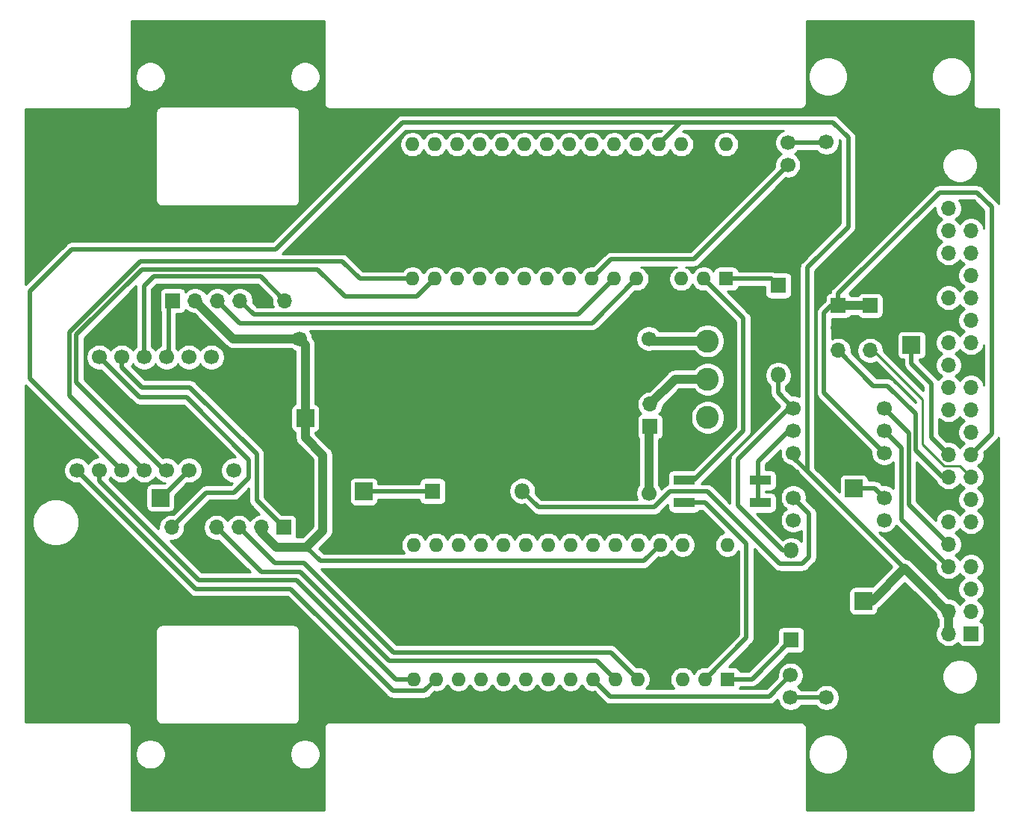
<source format=gbr>
%TF.GenerationSoftware,KiCad,Pcbnew,5.1.11-e4df9d881f~92~ubuntu20.04.1*%
%TF.CreationDate,2021-11-03T17:38:16+00:00*%
%TF.ProjectId,motorcontroller,6d6f746f-7263-46f6-9e74-726f6c6c6572,rev?*%
%TF.SameCoordinates,Original*%
%TF.FileFunction,Copper,L1,Top*%
%TF.FilePolarity,Positive*%
%FSLAX46Y46*%
G04 Gerber Fmt 4.6, Leading zero omitted, Abs format (unit mm)*
G04 Created by KiCad (PCBNEW 5.1.11-e4df9d881f~92~ubuntu20.04.1) date 2021-11-03 17:38:16*
%MOMM*%
%LPD*%
G01*
G04 APERTURE LIST*
%TA.AperFunction,ComponentPad*%
%ADD10R,2.000000X2.000000*%
%TD*%
%TA.AperFunction,ComponentPad*%
%ADD11C,1.700000*%
%TD*%
%TA.AperFunction,SMDPad,CuDef*%
%ADD12R,2.440000X1.120000*%
%TD*%
%TA.AperFunction,ComponentPad*%
%ADD13O,1.700000X1.700000*%
%TD*%
%TA.AperFunction,ComponentPad*%
%ADD14R,1.700000X1.700000*%
%TD*%
%TA.AperFunction,ComponentPad*%
%ADD15C,2.600000*%
%TD*%
%TA.AperFunction,ComponentPad*%
%ADD16O,1.600000X1.600000*%
%TD*%
%TA.AperFunction,ComponentPad*%
%ADD17R,1.600000X1.600000*%
%TD*%
%TA.AperFunction,ComponentPad*%
%ADD18O,1.800000X1.800000*%
%TD*%
%TA.AperFunction,ComponentPad*%
%ADD19R,1.800000X1.800000*%
%TD*%
%TA.AperFunction,Conductor*%
%ADD20C,0.508000*%
%TD*%
%TA.AperFunction,Conductor*%
%ADD21C,0.254000*%
%TD*%
%TA.AperFunction,Conductor*%
%ADD22C,1.016000*%
%TD*%
%TA.AperFunction,Conductor*%
%ADD23C,0.100000*%
%TD*%
G04 APERTURE END LIST*
D10*
%TO.P,REF\u002A\u002A,1*%
%TO.N,FLT_pi*%
X167259000Y-112712500D03*
%TD*%
%TO.P,REF\u002A\u002A,1*%
%TO.N,FLT_pi*%
X173799500Y-96456500D03*
%TD*%
D11*
%TO.P,U1,12*%
%TO.N,Net-(U1-Pad12)*%
X160393000Y-116332000D03*
%TO.P,U1,11*%
%TO.N,Net-(D1-Pad2)*%
X160393000Y-113792000D03*
%TO.P,U1,10*%
%TO.N,GND*%
X160393000Y-111252000D03*
%TO.P,U1,9*%
%TO.N,+5V*%
X160393000Y-108712000D03*
%TO.P,U1,8*%
%TO.N,Net-(SW1-Pad1)*%
X160393000Y-106172000D03*
%TO.P,U1,7*%
%TO.N,Net-(D3-Pad2)*%
X160393000Y-103632000D03*
%TO.P,U1,6*%
%TO.N,Net-(U1-Pad6)*%
X170696000Y-116332000D03*
%TO.P,U1,5*%
%TO.N,FLT_pi*%
X170696000Y-113792000D03*
%TO.P,U1,4*%
%TO.N,GND*%
X170696000Y-111252000D03*
%TO.P,U1,3*%
%TO.N,+3V3*%
X170696000Y-108712000D03*
%TO.P,U1,2*%
%TO.N,Net-(J1-Pad8)*%
X170696000Y-106172000D03*
%TO.P,U1,1*%
%TO.N,Net-(J1-Pad10)*%
X170696000Y-103632000D03*
%TD*%
D10*
%TO.P,REF\u002A\u002A,1*%
%TO.N,FLT*%
X111696500Y-113093500D03*
%TD*%
%TO.P,REF\u002A\u002A,1*%
%TO.N,FLT*%
X88646000Y-113792000D03*
%TD*%
%TO.P,REF\u002A\u002A,1*%
%TO.N,GND*%
X99326700Y-101561900D03*
%TD*%
%TO.P,REF\u002A\u002A,1*%
%TO.N,GND*%
X165493700Y-120230900D03*
%TD*%
%TO.P,REF\u002A\u002A,1*%
%TO.N,GND*%
X164782500Y-107188000D03*
%TD*%
%TO.P,REF\u002A\u002A,1*%
%TO.N,GND*%
X130441700Y-80606900D03*
%TD*%
%TO.P,REF\u002A\u002A,1*%
%TO.N,+5V*%
X168325800Y-125488700D03*
%TD*%
D12*
%TO.P,SW1,4*%
%TO.N,Net-(J2-Pad2)*%
X148031500Y-114363500D03*
%TO.P,SW1,2*%
%TO.N,Net-(SW1-Pad1)*%
X156641500Y-111823500D03*
%TO.P,SW1,3*%
%TO.N,Net-(J3-Pad2)*%
X148031500Y-111823500D03*
%TO.P,SW1,1*%
%TO.N,Net-(SW1-Pad1)*%
X156641500Y-114363500D03*
%TD*%
D10*
%TO.P,REF\u002A\u002A,1*%
%TO.N,+5V*%
X105079800Y-104787700D03*
%TD*%
%TO.P,REF\u002A\u002A,1*%
%TO.N,GND*%
X109524800Y-118567200D03*
%TD*%
%TO.P,REF\u002A\u002A,1*%
%TO.N,GND*%
X85547200Y-123850400D03*
%TD*%
D11*
%TO.P,R2,2*%
%TO.N,GND*%
X164147500Y-81089500D03*
%TO.P,R2,1*%
%TO.N,Net-(D4-Pad1)*%
X164147500Y-73469500D03*
%TD*%
%TO.P,D4,2*%
%TO.N,Net-(D4-Pad2)*%
X159766000Y-76073000D03*
%TO.P,D4,1*%
%TO.N,Net-(D4-Pad1)*%
X159766000Y-73533000D03*
%TD*%
D13*
%TO.P,J8,6*%
%TO.N,Net-(J8-Pad6)*%
X102743000Y-91440000D03*
%TO.P,J8,5*%
%TO.N,GND*%
X100203000Y-91440000D03*
%TO.P,J8,4*%
%TO.N,Encoder_B_Right*%
X97663000Y-91440000D03*
%TO.P,J8,3*%
%TO.N,Encoder_A_Right*%
X95123000Y-91440000D03*
%TO.P,J8,2*%
%TO.N,+5V*%
X92583000Y-91440000D03*
D14*
%TO.P,J8,1*%
%TO.N,Net-(J8-Pad1)*%
X90043000Y-91440000D03*
%TD*%
D13*
%TO.P,J7,6*%
%TO.N,Net-(J7-Pad6)*%
X89916000Y-117157500D03*
%TO.P,J7,5*%
%TO.N,GND*%
X92456000Y-117157500D03*
%TO.P,J7,4*%
%TO.N,Encoder_B_Left*%
X94996000Y-117157500D03*
%TO.P,J7,3*%
%TO.N,Encoder_A_Left*%
X97536000Y-117157500D03*
%TO.P,J7,2*%
%TO.N,+5V*%
X100076000Y-117157500D03*
D14*
%TO.P,J7,1*%
%TO.N,Net-(J7-Pad1)*%
X102616000Y-117157500D03*
%TD*%
D11*
%TO.P,D2,2*%
%TO.N,Net-(D2-Pad2)*%
X160083500Y-133921500D03*
%TO.P,D2,1*%
%TO.N,Net-(D2-Pad1)*%
X160083500Y-136461500D03*
%TD*%
D15*
%TO.P,SW2,3*%
%TO.N,Net-(SW2-Pad3)*%
X150685500Y-104688000D03*
%TO.P,SW2,2*%
%TO.N,Net-(J6-Pad2)*%
X150685500Y-100350000D03*
%TO.P,SW2,1*%
%TO.N,/Motor&Power/BAT+*%
X150685500Y-96012000D03*
%TD*%
D11*
%TO.P,U3,7*%
%TO.N,PWM_Pin_0_Left*%
X79184500Y-110680500D03*
%TO.P,U3,8*%
%TO.N,PWM_Pin_1_Left*%
X81724500Y-110680500D03*
%TO.P,U3,9*%
%TO.N,+5V*%
X84264500Y-110680500D03*
%TO.P,U3,10*%
%TO.N,PWM_Pin_0_Right*%
X86804500Y-110680500D03*
%TO.P,U3,11*%
%TO.N,PWM_Pin_1_Right*%
X89344500Y-110680500D03*
%TO.P,U3,12*%
%TO.N,FLT*%
X91884500Y-110680500D03*
%TO.P,U3,13*%
%TO.N,GND*%
X94424500Y-110680500D03*
%TO.P,U3,14*%
%TO.N,+5V*%
X96964500Y-110680500D03*
%TO.P,U3,1*%
%TO.N,Net-(J7-Pad6)*%
X81724500Y-97853500D03*
%TO.P,U3,2*%
%TO.N,Net-(J7-Pad1)*%
X84264500Y-97853500D03*
%TO.P,U3,3*%
%TO.N,Net-(J8-Pad6)*%
X86804500Y-97853500D03*
%TO.P,U3,4*%
%TO.N,Net-(J8-Pad1)*%
X89344500Y-97853500D03*
%TO.P,U3,5*%
%TO.N,Net-(U3-Pad5)*%
X91884500Y-97853500D03*
%TO.P,U3,6*%
%TO.N,Net-(U3-Pad6)*%
X94424500Y-97853500D03*
%TD*%
%TO.P,U2,4*%
%TO.N,GND*%
X104394000Y-113284000D03*
%TO.P,U2,3*%
%TO.N,+5V*%
X104394000Y-95758000D03*
%TO.P,U2,2*%
%TO.N,/Motor&Power/BAT-*%
X144018000Y-113284000D03*
%TO.P,U2,1*%
%TO.N,/Motor&Power/BAT+*%
X144018000Y-95758000D03*
%TD*%
%TO.P,R1,2*%
%TO.N,GND*%
X164147500Y-128841500D03*
%TO.P,R1,1*%
%TO.N,Net-(D2-Pad1)*%
X164147500Y-136461500D03*
%TD*%
D13*
%TO.P,J6,2*%
%TO.N,Net-(J6-Pad2)*%
X144145000Y-103187500D03*
D14*
%TO.P,J6,1*%
%TO.N,/Motor&Power/BAT-*%
X144145000Y-105727500D03*
%TD*%
D13*
%TO.P,J5,3*%
%TO.N,Distance_sensor_2_out*%
X165481000Y-97091500D03*
%TO.P,J5,2*%
%TO.N,GND*%
X165481000Y-94551500D03*
D14*
%TO.P,J5,1*%
%TO.N,+3V3*%
X165481000Y-92011500D03*
%TD*%
D13*
%TO.P,J4,3*%
%TO.N,Distance_sensor_1_out*%
X169100500Y-97091500D03*
%TO.P,J4,2*%
%TO.N,GND*%
X169100500Y-94551500D03*
D14*
%TO.P,J4,1*%
%TO.N,+3V3*%
X169100500Y-92011500D03*
%TD*%
D16*
%TO.P,J3,16*%
%TO.N,Net-(J3-Pad16)*%
X117221000Y-73723500D03*
%TO.P,J3,15*%
%TO.N,PWM_Pin_0_Right*%
X117221000Y-88963500D03*
%TO.P,J3,30*%
%TO.N,Net-(J3-Pad30)*%
X152781000Y-73723500D03*
%TO.P,J3,14*%
%TO.N,PWM_Pin_1_Right*%
X119761000Y-88963500D03*
%TO.P,J3,29*%
%TO.N,GND*%
X150241000Y-73723500D03*
%TO.P,J3,13*%
%TO.N,Net-(J3-Pad13)*%
X122301000Y-88963500D03*
%TO.P,J3,28*%
%TO.N,Net-(J3-Pad28)*%
X147701000Y-73723500D03*
%TO.P,J3,12*%
%TO.N,Net-(J3-Pad12)*%
X124841000Y-88963500D03*
%TO.P,J3,27*%
%TO.N,+5V*%
X145161000Y-73723500D03*
%TO.P,J3,11*%
%TO.N,Net-(J3-Pad11)*%
X127381000Y-88963500D03*
%TO.P,J3,26*%
%TO.N,Net-(J3-Pad26)*%
X142621000Y-73723500D03*
%TO.P,J3,10*%
%TO.N,Net-(J3-Pad10)*%
X129921000Y-88963500D03*
%TO.P,J3,25*%
%TO.N,Net-(J3-Pad25)*%
X140081000Y-73723500D03*
%TO.P,J3,9*%
%TO.N,Net-(J3-Pad9)*%
X132461000Y-88963500D03*
%TO.P,J3,24*%
%TO.N,Net-(J3-Pad24)*%
X137541000Y-73723500D03*
%TO.P,J3,8*%
%TO.N,Net-(J3-Pad8)*%
X135001000Y-88963500D03*
%TO.P,J3,23*%
%TO.N,Net-(J3-Pad23)*%
X135001000Y-73723500D03*
%TO.P,J3,7*%
%TO.N,Net-(D4-Pad2)*%
X137541000Y-88963500D03*
%TO.P,J3,22*%
%TO.N,Net-(J3-Pad22)*%
X132461000Y-73723500D03*
%TO.P,J3,6*%
%TO.N,Encoder_B_Right*%
X140081000Y-88963500D03*
%TO.P,J3,21*%
%TO.N,Net-(J3-Pad21)*%
X129921000Y-73723500D03*
%TO.P,J3,5*%
%TO.N,Encoder_A_Right*%
X142621000Y-88963500D03*
%TO.P,J3,20*%
%TO.N,Net-(J3-Pad20)*%
X127381000Y-73723500D03*
%TO.P,J3,4*%
%TO.N,GND*%
X145161000Y-88963500D03*
%TO.P,J3,19*%
%TO.N,Net-(J3-Pad19)*%
X124841000Y-73723500D03*
%TO.P,J3,3*%
%TO.N,Net-(J3-Pad3)*%
X147701000Y-88963500D03*
%TO.P,J3,18*%
%TO.N,Net-(J3-Pad18)*%
X122301000Y-73723500D03*
%TO.P,J3,2*%
%TO.N,Net-(J3-Pad2)*%
X150241000Y-88963500D03*
%TO.P,J3,17*%
%TO.N,Net-(J3-Pad17)*%
X119761000Y-73723500D03*
D17*
%TO.P,J3,1*%
%TO.N,Net-(D5-Pad1)*%
X152781000Y-88963500D03*
%TD*%
D16*
%TO.P,J2,16*%
%TO.N,Net-(J2-Pad16)*%
X117348000Y-119126000D03*
%TO.P,J2,15*%
%TO.N,PWM_Pin_1_Left*%
X117348000Y-134366000D03*
%TO.P,J2,30*%
%TO.N,Net-(J2-Pad30)*%
X152908000Y-119126000D03*
%TO.P,J2,14*%
%TO.N,PWM_Pin_0_Left*%
X119888000Y-134366000D03*
%TO.P,J2,29*%
%TO.N,GND*%
X150368000Y-119126000D03*
%TO.P,J2,13*%
%TO.N,Net-(J2-Pad13)*%
X122428000Y-134366000D03*
%TO.P,J2,28*%
%TO.N,Net-(J2-Pad28)*%
X147828000Y-119126000D03*
%TO.P,J2,12*%
%TO.N,Net-(J2-Pad12)*%
X124968000Y-134366000D03*
%TO.P,J2,27*%
%TO.N,+5V*%
X145288000Y-119126000D03*
%TO.P,J2,11*%
%TO.N,Net-(J2-Pad11)*%
X127508000Y-134366000D03*
%TO.P,J2,26*%
%TO.N,Net-(J2-Pad26)*%
X142748000Y-119126000D03*
%TO.P,J2,10*%
%TO.N,Net-(J2-Pad10)*%
X130048000Y-134366000D03*
%TO.P,J2,25*%
%TO.N,Net-(J2-Pad25)*%
X140208000Y-119126000D03*
%TO.P,J2,9*%
%TO.N,Net-(J2-Pad9)*%
X132588000Y-134366000D03*
%TO.P,J2,24*%
%TO.N,Net-(J2-Pad24)*%
X137668000Y-119126000D03*
%TO.P,J2,8*%
%TO.N,Net-(J2-Pad8)*%
X135128000Y-134366000D03*
%TO.P,J2,23*%
%TO.N,Net-(J2-Pad23)*%
X135128000Y-119126000D03*
%TO.P,J2,7*%
%TO.N,Net-(D2-Pad2)*%
X137668000Y-134366000D03*
%TO.P,J2,22*%
%TO.N,Net-(J2-Pad22)*%
X132588000Y-119126000D03*
%TO.P,J2,6*%
%TO.N,Encoder_B_Left*%
X140208000Y-134366000D03*
%TO.P,J2,21*%
%TO.N,Net-(J2-Pad21)*%
X130048000Y-119126000D03*
%TO.P,J2,5*%
%TO.N,Encoder_A_Left*%
X142748000Y-134366000D03*
%TO.P,J2,20*%
%TO.N,Net-(J2-Pad20)*%
X127508000Y-119126000D03*
%TO.P,J2,4*%
%TO.N,GND*%
X145288000Y-134366000D03*
%TO.P,J2,19*%
%TO.N,Net-(J2-Pad19)*%
X124968000Y-119126000D03*
%TO.P,J2,3*%
%TO.N,Net-(J2-Pad3)*%
X147828000Y-134366000D03*
%TO.P,J2,18*%
%TO.N,Net-(J2-Pad18)*%
X122428000Y-119126000D03*
%TO.P,J2,2*%
%TO.N,Net-(J2-Pad2)*%
X150368000Y-134366000D03*
%TO.P,J2,17*%
%TO.N,Net-(J2-Pad17)*%
X119888000Y-119126000D03*
D17*
%TO.P,J2,1*%
%TO.N,Net-(D3-Pad1)*%
X152908000Y-134366000D03*
%TD*%
D13*
%TO.P,J1,40*%
%TO.N,Net-(J1-Pad40)*%
X177990500Y-80962500D03*
%TO.P,J1,39*%
%TO.N,GND*%
X180530500Y-80962500D03*
%TO.P,J1,26*%
%TO.N,Net-(J1-Pad26)*%
X177990500Y-98742500D03*
%TO.P,J1,25*%
%TO.N,GND*%
X180530500Y-98742500D03*
%TO.P,J1,22*%
%TO.N,Net-(J1-Pad22)*%
X177990500Y-103822500D03*
%TO.P,J1,21*%
%TO.N,Net-(J1-Pad21)*%
X180530500Y-103822500D03*
%TO.P,J1,30*%
%TO.N,GND*%
X177990500Y-93662500D03*
%TO.P,J1,29*%
%TO.N,Net-(J1-Pad29)*%
X180530500Y-93662500D03*
%TO.P,J1,8*%
%TO.N,Net-(J1-Pad8)*%
X177990500Y-121602500D03*
%TO.P,J1,7*%
%TO.N,Net-(J1-Pad7)*%
X180530500Y-121602500D03*
%TO.P,J1,32*%
%TO.N,Net-(J1-Pad32)*%
X177990500Y-91122500D03*
%TO.P,J1,31*%
%TO.N,Net-(J1-Pad31)*%
X180530500Y-91122500D03*
%TO.P,J1,18*%
%TO.N,FLT_pi*%
X177990500Y-108902500D03*
%TO.P,J1,17*%
%TO.N,+3V3*%
X180530500Y-108902500D03*
%TO.P,J1,36*%
%TO.N,Net-(J1-Pad36)*%
X177990500Y-86042500D03*
%TO.P,J1,35*%
%TO.N,Net-(J1-Pad35)*%
X180530500Y-86042500D03*
%TO.P,J1,34*%
%TO.N,GND*%
X177990500Y-88582500D03*
%TO.P,J1,33*%
%TO.N,Net-(J1-Pad33)*%
X180530500Y-88582500D03*
%TO.P,J1,38*%
%TO.N,Net-(J1-Pad38)*%
X177990500Y-83502500D03*
%TO.P,J1,37*%
%TO.N,Net-(J1-Pad37)*%
X180530500Y-83502500D03*
%TO.P,J1,20*%
%TO.N,GND*%
X177990500Y-106362500D03*
%TO.P,J1,19*%
%TO.N,Net-(J1-Pad19)*%
X180530500Y-106362500D03*
%TO.P,J1,10*%
%TO.N,Net-(J1-Pad10)*%
X177990500Y-119062500D03*
%TO.P,J1,9*%
%TO.N,GND*%
X180530500Y-119062500D03*
%TO.P,J1,14*%
X177990500Y-113982500D03*
%TO.P,J1,13*%
%TO.N,Net-(J1-Pad13)*%
X180530500Y-113982500D03*
%TO.P,J1,28*%
%TO.N,Net-(J1-Pad28)*%
X177990500Y-96202500D03*
%TO.P,J1,27*%
%TO.N,Net-(J1-Pad27)*%
X180530500Y-96202500D03*
%TO.P,J1,12*%
%TO.N,Net-(J1-Pad12)*%
X177990500Y-116522500D03*
%TO.P,J1,11*%
%TO.N,Net-(J1-Pad11)*%
X180530500Y-116522500D03*
%TO.P,J1,24*%
%TO.N,Net-(J1-Pad24)*%
X177990500Y-101282500D03*
%TO.P,J1,23*%
%TO.N,Net-(J1-Pad23)*%
X180530500Y-101282500D03*
D14*
%TO.P,J1,1*%
%TO.N,+3V3*%
X180530500Y-129222500D03*
D13*
%TO.P,J1,2*%
%TO.N,+5V*%
X177990500Y-129222500D03*
%TO.P,J1,5*%
%TO.N,Net-(J1-Pad5)*%
X180530500Y-124142500D03*
%TO.P,J1,4*%
%TO.N,+5V*%
X177990500Y-126682500D03*
%TO.P,J1,16*%
%TO.N,Distance_sensor_2_out*%
X177990500Y-111442500D03*
%TO.P,J1,15*%
%TO.N,Distance_sensor_1_out*%
X180530500Y-111442500D03*
%TO.P,J1,3*%
%TO.N,Net-(J1-Pad3)*%
X180530500Y-126682500D03*
%TO.P,J1,6*%
%TO.N,GND*%
X177990500Y-124142500D03*
%TD*%
D18*
%TO.P,D5,2*%
%TO.N,Net-(D3-Pad2)*%
X158686500Y-99885500D03*
D19*
%TO.P,D5,1*%
%TO.N,Net-(D5-Pad1)*%
X158686500Y-89725500D03*
%TD*%
D18*
%TO.P,D3,2*%
%TO.N,Net-(D3-Pad2)*%
X160147000Y-119761000D03*
D19*
%TO.P,D3,1*%
%TO.N,Net-(D3-Pad1)*%
X160147000Y-129921000D03*
%TD*%
D18*
%TO.P,D1,2*%
%TO.N,Net-(D1-Pad2)*%
X129667000Y-113030000D03*
D19*
%TO.P,D1,1*%
%TO.N,FLT*%
X119507000Y-113030000D03*
%TD*%
D20*
%TO.N,Net-(D1-Pad2)*%
X161417000Y-121285000D02*
X162179000Y-120523000D01*
X158877000Y-121285000D02*
X161417000Y-121285000D01*
X150685500Y-113093500D02*
X158877000Y-121285000D01*
X146423799Y-113093500D02*
X150685500Y-113093500D01*
X162179000Y-120523000D02*
X162179000Y-115578000D01*
X144645799Y-114871500D02*
X146423799Y-113093500D01*
X131508500Y-114871500D02*
X144645799Y-114871500D01*
X162179000Y-115578000D02*
X160393000Y-113792000D01*
X129667000Y-113030000D02*
X131508500Y-114871500D01*
%TO.N,FLT*%
X88773000Y-113792000D02*
X91884500Y-110680500D01*
X88646000Y-113792000D02*
X88773000Y-113792000D01*
X119443500Y-113093500D02*
X119507000Y-113030000D01*
X111696500Y-113093500D02*
X119443500Y-113093500D01*
%TO.N,Net-(D2-Pad2)*%
X157670500Y-136334500D02*
X160083500Y-133921500D01*
X139636500Y-136334500D02*
X157670500Y-136334500D01*
X137668000Y-134366000D02*
X139636500Y-136334500D01*
%TO.N,Net-(D2-Pad1)*%
X160083500Y-136461500D02*
X164147500Y-136461500D01*
D21*
%TO.N,Net-(D3-Pad2)*%
X160210500Y-103314500D02*
X159893000Y-103632000D01*
D20*
X154114500Y-109410500D02*
X159893000Y-103632000D01*
X159194500Y-119761000D02*
X154114500Y-114681000D01*
X154114500Y-114681000D02*
X154114500Y-109410500D01*
X160147000Y-119761000D02*
X159194500Y-119761000D01*
X158686500Y-101925500D02*
X160393000Y-103632000D01*
X158686500Y-99885500D02*
X158686500Y-101925500D01*
%TO.N,Net-(D3-Pad1)*%
X152908000Y-134366000D02*
X155702000Y-134366000D01*
X155702000Y-134366000D02*
X160147000Y-129921000D01*
%TO.N,Net-(D4-Pad2)*%
X137541000Y-88963500D02*
X139763500Y-86741000D01*
X149098000Y-86741000D02*
X159766000Y-76073000D01*
X139763500Y-86741000D02*
X149098000Y-86741000D01*
%TO.N,Net-(D4-Pad1)*%
X164084000Y-73533000D02*
X164147500Y-73469500D01*
X159766000Y-73533000D02*
X164084000Y-73533000D01*
D21*
%TO.N,Net-(D5-Pad1)*%
X157924500Y-88963500D02*
X158686500Y-89725500D01*
D20*
X152781000Y-88963500D02*
X157924500Y-88963500D01*
%TO.N,Net-(J1-Pad8)*%
X172656500Y-116268500D02*
X177990500Y-121602500D01*
X172656500Y-108132500D02*
X172656500Y-116268500D01*
X170696000Y-106172000D02*
X172656500Y-108132500D01*
%TO.N,FLT_pi*%
X169616500Y-112712500D02*
X170696000Y-113792000D01*
X167259000Y-112712500D02*
X169616500Y-112712500D01*
X176022000Y-106934000D02*
X177990500Y-108902500D01*
X176022000Y-100838000D02*
X176022000Y-106934000D01*
X173799500Y-98615500D02*
X176022000Y-100838000D01*
X173799500Y-96456500D02*
X173799500Y-98615500D01*
%TO.N,Net-(J1-Pad10)*%
X173482000Y-114554000D02*
X177990500Y-119062500D01*
X173482000Y-106418000D02*
X173482000Y-114554000D01*
X170696000Y-103632000D02*
X173482000Y-106418000D01*
%TO.N,+3V3*%
X181229000Y-79184500D02*
X182880000Y-80835500D01*
X176950000Y-79184500D02*
X181229000Y-79184500D01*
X182880000Y-80835500D02*
X182880000Y-106553000D01*
X165481000Y-90653500D02*
X176950000Y-79184500D01*
X182880000Y-106553000D02*
X180530500Y-108902500D01*
X165481000Y-92011500D02*
X165481000Y-90653500D01*
D22*
X165481000Y-92011500D02*
X169100500Y-92011500D01*
D20*
X163893500Y-101909500D02*
X170696000Y-108712000D01*
X163893500Y-92837000D02*
X163893500Y-101909500D01*
X164719000Y-92011500D02*
X163893500Y-92837000D01*
D22*
%TO.N,+5V*%
X177863500Y-126682500D02*
X177990500Y-126682500D01*
X174910750Y-123729750D02*
X177863500Y-126682500D01*
X96901000Y-95758000D02*
X92583000Y-91440000D01*
X98171000Y-95758000D02*
X96901000Y-95758000D01*
X100076000Y-117689102D02*
X100076000Y-117157500D01*
X101766898Y-119380000D02*
X100076000Y-117689102D01*
X105219500Y-119380000D02*
X101766898Y-119380000D01*
X177990500Y-126682500D02*
X177990500Y-129222500D01*
D20*
X143446500Y-120967500D02*
X145288000Y-119126000D01*
X106807000Y-120967500D02*
X143446500Y-120967500D01*
X105219500Y-119380000D02*
X106807000Y-120967500D01*
D22*
X105079800Y-106984800D02*
X105079800Y-104787700D01*
X107061000Y-108966000D02*
X105079800Y-106984800D01*
X107061000Y-117538500D02*
X107061000Y-108966000D01*
X105219500Y-119380000D02*
X107061000Y-117538500D01*
X105029000Y-104736900D02*
X105079800Y-104787700D01*
D20*
X147637500Y-71247000D02*
X145161000Y-73723500D01*
X164909500Y-71247000D02*
X147637500Y-71247000D01*
X166624000Y-72961500D02*
X164909500Y-71247000D01*
X116078000Y-71247000D02*
X147637500Y-71247000D01*
X73828628Y-90402128D02*
X78632756Y-85598000D01*
X73828628Y-100244628D02*
X73828628Y-90402128D01*
X101727000Y-85598000D02*
X116078000Y-71247000D01*
X78632756Y-85598000D02*
X101727000Y-85598000D01*
X84264500Y-110680500D02*
X73828628Y-100244628D01*
D22*
X173005750Y-121824750D02*
X174910750Y-123729750D01*
X169341800Y-125488700D02*
X173005750Y-121824750D01*
X168325800Y-125488700D02*
X169341800Y-125488700D01*
X98171000Y-95758000D02*
X104394000Y-95758000D01*
X105079800Y-96443800D02*
X104394000Y-95758000D01*
X105079800Y-104787700D02*
X105079800Y-96443800D01*
D20*
X160393000Y-109212000D02*
X160393000Y-108712000D01*
X161988500Y-110807500D02*
X161988500Y-87693500D01*
X173005750Y-121824750D02*
X161988500Y-110807500D01*
X161988500Y-110807500D02*
X160393000Y-109212000D01*
X166624000Y-83058000D02*
X166624000Y-72961500D01*
X161988500Y-87693500D02*
X166624000Y-83058000D01*
%TO.N,PWM_Pin_0_Left*%
X118579999Y-135674001D02*
X114973001Y-135674001D01*
X119888000Y-134366000D02*
X118579999Y-135674001D01*
X114973001Y-135674001D02*
X103441500Y-124142500D01*
X92646500Y-124142500D02*
X79184500Y-110680500D01*
X103441500Y-124142500D02*
X92646500Y-124142500D01*
%TO.N,PWM_Pin_1_Left*%
X92968419Y-123126500D02*
X81724500Y-111882581D01*
X81724500Y-111882581D02*
X81724500Y-110680500D01*
X104076500Y-123126500D02*
X92968419Y-123126500D01*
X115316000Y-134366000D02*
X104076500Y-123126500D01*
X117348000Y-134366000D02*
X115316000Y-134366000D01*
%TO.N,Encoder_B_Left*%
X114555864Y-132270510D02*
X104522865Y-122237511D01*
X138112510Y-132270510D02*
X114555864Y-132270510D01*
X140208000Y-134366000D02*
X138112510Y-132270510D01*
X104522865Y-122237511D02*
X100076011Y-122237511D01*
X100076011Y-122237511D02*
X94996000Y-117157500D01*
%TO.N,Encoder_A_Left*%
X104965500Y-121221500D02*
X101600000Y-121221500D01*
X115062000Y-131318000D02*
X104965500Y-121221500D01*
X101600000Y-121221500D02*
X97536000Y-117157500D01*
X139700000Y-131318000D02*
X115062000Y-131318000D01*
X142748000Y-134366000D02*
X139700000Y-131318000D01*
%TO.N,Net-(J2-Pad2)*%
X155067000Y-129667000D02*
X150368000Y-134366000D01*
X155067000Y-118999000D02*
X155067000Y-129667000D01*
X150431500Y-114363500D02*
X155067000Y-118999000D01*
X150431500Y-114363500D02*
X147777500Y-114363500D01*
%TO.N,PWM_Pin_0_Right*%
X78359000Y-94996000D02*
X78359000Y-102235000D01*
X78359000Y-102235000D02*
X86804500Y-110680500D01*
X109283500Y-86995000D02*
X86360000Y-86995000D01*
X111252000Y-88963500D02*
X109283500Y-86995000D01*
X86360000Y-86995000D02*
X78359000Y-94996000D01*
X117221000Y-88963500D02*
X111252000Y-88963500D01*
%TO.N,PWM_Pin_1_Right*%
X89090500Y-110680500D02*
X89344500Y-110680500D01*
X79121000Y-95313500D02*
X79121000Y-100711000D01*
X79121000Y-100711000D02*
X89090500Y-110680500D01*
X86550500Y-87884000D02*
X79121000Y-95313500D01*
X106489500Y-87884000D02*
X86550500Y-87884000D01*
X109601000Y-90995500D02*
X106489500Y-87884000D01*
X117729000Y-90995500D02*
X109601000Y-90995500D01*
X119761000Y-88963500D02*
X117729000Y-90995500D01*
%TO.N,Encoder_B_Right*%
X136017000Y-93027500D02*
X99250500Y-93027500D01*
X140081000Y-88963500D02*
X136017000Y-93027500D01*
X99250500Y-93027500D02*
X97663000Y-91440000D01*
%TO.N,Encoder_A_Right*%
X137604500Y-93980000D02*
X97663000Y-93980000D01*
X142621000Y-88963500D02*
X137604500Y-93980000D01*
X97663000Y-93980000D02*
X95123000Y-91440000D01*
%TO.N,Net-(J3-Pad2)*%
X154736800Y-93459300D02*
X154736800Y-106185200D01*
X150241000Y-88963500D02*
X154736800Y-93459300D01*
X149098500Y-111823500D02*
X154736800Y-106185200D01*
X147777500Y-111823500D02*
X149098500Y-111823500D01*
D21*
%TO.N,Distance_sensor_1_out*%
X179299499Y-110211499D02*
X180530500Y-111442500D01*
X175006000Y-107739882D02*
X177477617Y-110211499D01*
X175006000Y-102616000D02*
X175006000Y-107739882D01*
X177477617Y-110211499D02*
X179299499Y-110211499D01*
X169608500Y-97218500D02*
X175006000Y-102616000D01*
X169100500Y-97218500D02*
X169608500Y-97218500D01*
%TO.N,Distance_sensor_2_out*%
X177673000Y-111442500D02*
X177990500Y-111442500D01*
D20*
X177292000Y-111442500D02*
X177673000Y-111442500D01*
X174244000Y-108394500D02*
X177292000Y-111442500D01*
X174244000Y-104267000D02*
X174244000Y-108394500D01*
X171069000Y-101092000D02*
X174244000Y-104267000D01*
X169481500Y-101092000D02*
X171069000Y-101092000D01*
X165481000Y-97091500D02*
X169481500Y-101092000D01*
D22*
%TO.N,/Motor&Power/BAT+*%
X150431500Y-95758000D02*
X150685500Y-96012000D01*
X144272000Y-96012000D02*
X144018000Y-95758000D01*
X150685500Y-96012000D02*
X144272000Y-96012000D01*
%TO.N,/Motor&Power/BAT-*%
X144018000Y-105854500D02*
X144145000Y-105727500D01*
X144018000Y-113284000D02*
X144018000Y-105854500D01*
D20*
%TO.N,Net-(J7-Pad6)*%
X98679000Y-111506000D02*
X98679000Y-109474000D01*
X96964500Y-113220500D02*
X98679000Y-111506000D01*
X93853000Y-113220500D02*
X96964500Y-113220500D01*
X86296500Y-102425500D02*
X81724500Y-97853500D01*
X91630500Y-102425500D02*
X86296500Y-102425500D01*
X98679000Y-109474000D02*
X91630500Y-102425500D01*
X89916000Y-117157500D02*
X93853000Y-113220500D01*
%TO.N,Net-(J7-Pad1)*%
X84264500Y-98996500D02*
X84264500Y-97853500D01*
X86550500Y-101282500D02*
X84264500Y-98996500D01*
X92011500Y-101282500D02*
X86550500Y-101282500D01*
X99568000Y-114109500D02*
X102616000Y-117157500D01*
X99568000Y-108839000D02*
X99568000Y-114109500D01*
X99568000Y-108839000D02*
X92011500Y-101282500D01*
%TO.N,Net-(J8-Pad6)*%
X87884000Y-88709500D02*
X86804500Y-89789000D01*
X100012500Y-88709500D02*
X87884000Y-88709500D01*
X86804500Y-89789000D02*
X86804500Y-97853500D01*
X102743000Y-91440000D02*
X100012500Y-88709500D01*
%TO.N,Net-(J8-Pad1)*%
X89598500Y-97599500D02*
X89344500Y-97853500D01*
X89598500Y-91884500D02*
X89598500Y-97599500D01*
X90043000Y-91440000D02*
X89598500Y-91884500D01*
%TO.N,Net-(SW1-Pad1)*%
X156387500Y-109677500D02*
X156387500Y-111823500D01*
X159893000Y-106172000D02*
X156387500Y-109677500D01*
X156387500Y-111823500D02*
X156387500Y-114363500D01*
D22*
%TO.N,Net-(J6-Pad2)*%
X146982500Y-100350000D02*
X144145000Y-103187500D01*
X150685500Y-100350000D02*
X146982500Y-100350000D01*
%TD*%
D21*
%TO.N,GND*%
X81531551Y-109204787D02*
X81291342Y-109252568D01*
X81021089Y-109364510D01*
X80777868Y-109527025D01*
X80571025Y-109733868D01*
X80454500Y-109908260D01*
X80337975Y-109733868D01*
X80131132Y-109527025D01*
X79887911Y-109364510D01*
X79617658Y-109252568D01*
X79330760Y-109195500D01*
X79038240Y-109195500D01*
X78751342Y-109252568D01*
X78481089Y-109364510D01*
X78237868Y-109527025D01*
X78031025Y-109733868D01*
X77868510Y-109977089D01*
X77756568Y-110247342D01*
X77699500Y-110534240D01*
X77699500Y-110826760D01*
X77756568Y-111113658D01*
X77868510Y-111383911D01*
X78031025Y-111627132D01*
X78237868Y-111833975D01*
X78481089Y-111996490D01*
X78751342Y-112108432D01*
X79038240Y-112165500D01*
X79330760Y-112165500D01*
X79398742Y-112151977D01*
X91987004Y-124740240D01*
X92014841Y-124774159D01*
X92150209Y-124885253D01*
X92304649Y-124967803D01*
X92399258Y-124996502D01*
X92472225Y-125018636D01*
X92488825Y-125020271D01*
X92602833Y-125031500D01*
X92602840Y-125031500D01*
X92646500Y-125035800D01*
X92690160Y-125031500D01*
X103073265Y-125031500D01*
X114313507Y-136271743D01*
X114341342Y-136305660D01*
X114375259Y-136333495D01*
X114375260Y-136333496D01*
X114385208Y-136341660D01*
X114476710Y-136416754D01*
X114631150Y-136499304D01*
X114697059Y-136519297D01*
X114798725Y-136550137D01*
X114831925Y-136553407D01*
X114929334Y-136563001D01*
X114929340Y-136563001D01*
X114973000Y-136567301D01*
X115016660Y-136563001D01*
X118536339Y-136563001D01*
X118579999Y-136567301D01*
X118623659Y-136563001D01*
X118623666Y-136563001D01*
X118754273Y-136550137D01*
X118921850Y-136499304D01*
X119076290Y-136416754D01*
X119211658Y-136305660D01*
X119239498Y-136271737D01*
X119716280Y-135794956D01*
X119746665Y-135801000D01*
X120029335Y-135801000D01*
X120306574Y-135745853D01*
X120567727Y-135637680D01*
X120802759Y-135480637D01*
X121002637Y-135280759D01*
X121158000Y-135048241D01*
X121313363Y-135280759D01*
X121513241Y-135480637D01*
X121748273Y-135637680D01*
X122009426Y-135745853D01*
X122286665Y-135801000D01*
X122569335Y-135801000D01*
X122846574Y-135745853D01*
X123107727Y-135637680D01*
X123342759Y-135480637D01*
X123542637Y-135280759D01*
X123698000Y-135048241D01*
X123853363Y-135280759D01*
X124053241Y-135480637D01*
X124288273Y-135637680D01*
X124549426Y-135745853D01*
X124826665Y-135801000D01*
X125109335Y-135801000D01*
X125386574Y-135745853D01*
X125647727Y-135637680D01*
X125882759Y-135480637D01*
X126082637Y-135280759D01*
X126238000Y-135048241D01*
X126393363Y-135280759D01*
X126593241Y-135480637D01*
X126828273Y-135637680D01*
X127089426Y-135745853D01*
X127366665Y-135801000D01*
X127649335Y-135801000D01*
X127926574Y-135745853D01*
X128187727Y-135637680D01*
X128422759Y-135480637D01*
X128622637Y-135280759D01*
X128778000Y-135048241D01*
X128933363Y-135280759D01*
X129133241Y-135480637D01*
X129368273Y-135637680D01*
X129629426Y-135745853D01*
X129906665Y-135801000D01*
X130189335Y-135801000D01*
X130466574Y-135745853D01*
X130727727Y-135637680D01*
X130962759Y-135480637D01*
X131162637Y-135280759D01*
X131318000Y-135048241D01*
X131473363Y-135280759D01*
X131673241Y-135480637D01*
X131908273Y-135637680D01*
X132169426Y-135745853D01*
X132446665Y-135801000D01*
X132729335Y-135801000D01*
X133006574Y-135745853D01*
X133267727Y-135637680D01*
X133502759Y-135480637D01*
X133702637Y-135280759D01*
X133858000Y-135048241D01*
X134013363Y-135280759D01*
X134213241Y-135480637D01*
X134448273Y-135637680D01*
X134709426Y-135745853D01*
X134986665Y-135801000D01*
X135269335Y-135801000D01*
X135546574Y-135745853D01*
X135807727Y-135637680D01*
X136042759Y-135480637D01*
X136242637Y-135280759D01*
X136398000Y-135048241D01*
X136553363Y-135280759D01*
X136753241Y-135480637D01*
X136988273Y-135637680D01*
X137249426Y-135745853D01*
X137526665Y-135801000D01*
X137809335Y-135801000D01*
X137839721Y-135794956D01*
X138977001Y-136932236D01*
X139004841Y-136966159D01*
X139140209Y-137077253D01*
X139294649Y-137159803D01*
X139360558Y-137179796D01*
X139462224Y-137210636D01*
X139495424Y-137213906D01*
X139592833Y-137223500D01*
X139592839Y-137223500D01*
X139636499Y-137227800D01*
X139680159Y-137223500D01*
X157626840Y-137223500D01*
X157670500Y-137227800D01*
X157714160Y-137223500D01*
X157714167Y-137223500D01*
X157844774Y-137210636D01*
X158012351Y-137159803D01*
X158166791Y-137077253D01*
X158302159Y-136966159D01*
X158329999Y-136932236D01*
X158607787Y-136654448D01*
X158655568Y-136894658D01*
X158767510Y-137164911D01*
X158930025Y-137408132D01*
X159136868Y-137614975D01*
X159380089Y-137777490D01*
X159650342Y-137889432D01*
X159937240Y-137946500D01*
X160229760Y-137946500D01*
X160516658Y-137889432D01*
X160786911Y-137777490D01*
X161030132Y-137614975D01*
X161236975Y-137408132D01*
X161275483Y-137350500D01*
X162955517Y-137350500D01*
X162994025Y-137408132D01*
X163200868Y-137614975D01*
X163444089Y-137777490D01*
X163714342Y-137889432D01*
X164001240Y-137946500D01*
X164293760Y-137946500D01*
X164580658Y-137889432D01*
X164850911Y-137777490D01*
X165094132Y-137614975D01*
X165300975Y-137408132D01*
X165463490Y-137164911D01*
X165575432Y-136894658D01*
X165632500Y-136607760D01*
X165632500Y-136315240D01*
X165575432Y-136028342D01*
X165463490Y-135758089D01*
X165300975Y-135514868D01*
X165094132Y-135308025D01*
X164850911Y-135145510D01*
X164580658Y-135033568D01*
X164293760Y-134976500D01*
X164001240Y-134976500D01*
X163714342Y-135033568D01*
X163444089Y-135145510D01*
X163200868Y-135308025D01*
X162994025Y-135514868D01*
X162955517Y-135572500D01*
X161275483Y-135572500D01*
X161236975Y-135514868D01*
X161030132Y-135308025D01*
X160855740Y-135191500D01*
X161030132Y-135074975D01*
X161236975Y-134868132D01*
X161399490Y-134624911D01*
X161511432Y-134354658D01*
X161568500Y-134067760D01*
X161568500Y-133894532D01*
X177250500Y-133894532D01*
X177250500Y-134290468D01*
X177327743Y-134678796D01*
X177479261Y-135044592D01*
X177699231Y-135373801D01*
X177979199Y-135653769D01*
X178308408Y-135873739D01*
X178674204Y-136025257D01*
X179062532Y-136102500D01*
X179458468Y-136102500D01*
X179846796Y-136025257D01*
X180212592Y-135873739D01*
X180541801Y-135653769D01*
X180821769Y-135373801D01*
X181041739Y-135044592D01*
X181193257Y-134678796D01*
X181270500Y-134290468D01*
X181270500Y-133894532D01*
X181193257Y-133506204D01*
X181041739Y-133140408D01*
X180821769Y-132811199D01*
X180541801Y-132531231D01*
X180212592Y-132311261D01*
X179846796Y-132159743D01*
X179458468Y-132082500D01*
X179062532Y-132082500D01*
X178674204Y-132159743D01*
X178308408Y-132311261D01*
X177979199Y-132531231D01*
X177699231Y-132811199D01*
X177479261Y-133140408D01*
X177327743Y-133506204D01*
X177250500Y-133894532D01*
X161568500Y-133894532D01*
X161568500Y-133775240D01*
X161511432Y-133488342D01*
X161399490Y-133218089D01*
X161236975Y-132974868D01*
X161030132Y-132768025D01*
X160786911Y-132605510D01*
X160516658Y-132493568D01*
X160229760Y-132436500D01*
X159937240Y-132436500D01*
X159650342Y-132493568D01*
X159380089Y-132605510D01*
X159136868Y-132768025D01*
X158930025Y-132974868D01*
X158767510Y-133218089D01*
X158655568Y-133488342D01*
X158598500Y-133775240D01*
X158598500Y-134067760D01*
X158612023Y-134135742D01*
X157302265Y-135445500D01*
X154278623Y-135445500D01*
X154297502Y-135410180D01*
X154333812Y-135290482D01*
X154337307Y-135255000D01*
X155658340Y-135255000D01*
X155702000Y-135259300D01*
X155745660Y-135255000D01*
X155745667Y-135255000D01*
X155876274Y-135242136D01*
X156043851Y-135191303D01*
X156198291Y-135108753D01*
X156333659Y-134997659D01*
X156361499Y-134963736D01*
X159866163Y-131459072D01*
X161047000Y-131459072D01*
X161171482Y-131446812D01*
X161291180Y-131410502D01*
X161401494Y-131351537D01*
X161498185Y-131272185D01*
X161577537Y-131175494D01*
X161636502Y-131065180D01*
X161672812Y-130945482D01*
X161685072Y-130821000D01*
X161685072Y-129021000D01*
X161672812Y-128896518D01*
X161636502Y-128776820D01*
X161577537Y-128666506D01*
X161498185Y-128569815D01*
X161401494Y-128490463D01*
X161291180Y-128431498D01*
X161171482Y-128395188D01*
X161047000Y-128382928D01*
X159247000Y-128382928D01*
X159122518Y-128395188D01*
X159002820Y-128431498D01*
X158892506Y-128490463D01*
X158795815Y-128569815D01*
X158716463Y-128666506D01*
X158657498Y-128776820D01*
X158621188Y-128896518D01*
X158608928Y-129021000D01*
X158608928Y-130201837D01*
X155333765Y-133477000D01*
X154337307Y-133477000D01*
X154333812Y-133441518D01*
X154297502Y-133321820D01*
X154238537Y-133211506D01*
X154159185Y-133114815D01*
X154062494Y-133035463D01*
X153952180Y-132976498D01*
X153832482Y-132940188D01*
X153708000Y-132927928D01*
X153063307Y-132927928D01*
X155664742Y-130326494D01*
X155698659Y-130298659D01*
X155809753Y-130163291D01*
X155892303Y-130008851D01*
X155943136Y-129841274D01*
X155956000Y-129710667D01*
X155960301Y-129667000D01*
X155956000Y-129623332D01*
X155956000Y-119621235D01*
X158217501Y-121882736D01*
X158245341Y-121916659D01*
X158380709Y-122027753D01*
X158535149Y-122110303D01*
X158601058Y-122130296D01*
X158702724Y-122161136D01*
X158735924Y-122164406D01*
X158833333Y-122174000D01*
X158833339Y-122174000D01*
X158876999Y-122178300D01*
X158920659Y-122174000D01*
X161373340Y-122174000D01*
X161417000Y-122178300D01*
X161460660Y-122174000D01*
X161460667Y-122174000D01*
X161591274Y-122161136D01*
X161758851Y-122110303D01*
X161913291Y-122027753D01*
X162048659Y-121916659D01*
X162076499Y-121882737D01*
X162776742Y-121182493D01*
X162810659Y-121154659D01*
X162921753Y-121019291D01*
X163004303Y-120864851D01*
X163046662Y-120725209D01*
X163055136Y-120697275D01*
X163061059Y-120637136D01*
X163068000Y-120566667D01*
X163068000Y-120566660D01*
X163072300Y-120523000D01*
X163068000Y-120479340D01*
X163068000Y-115621659D01*
X163072300Y-115577999D01*
X163068000Y-115534339D01*
X163068000Y-115534333D01*
X163055136Y-115403726D01*
X163055136Y-115403724D01*
X163022687Y-115296753D01*
X163004303Y-115236149D01*
X162921753Y-115081709D01*
X162810659Y-114946341D01*
X162776736Y-114918501D01*
X161864477Y-114006242D01*
X161878000Y-113938260D01*
X161878000Y-113645740D01*
X161820932Y-113358842D01*
X161708990Y-113088589D01*
X161546475Y-112845368D01*
X161339632Y-112638525D01*
X161096411Y-112476010D01*
X160826158Y-112364068D01*
X160539260Y-112307000D01*
X160246740Y-112307000D01*
X159959842Y-112364068D01*
X159689589Y-112476010D01*
X159446368Y-112638525D01*
X159239525Y-112845368D01*
X159077010Y-113088589D01*
X158965068Y-113358842D01*
X158908000Y-113645740D01*
X158908000Y-113938260D01*
X158965068Y-114225158D01*
X159077010Y-114495411D01*
X159239525Y-114738632D01*
X159446368Y-114945475D01*
X159620760Y-115062000D01*
X159446368Y-115178525D01*
X159239525Y-115385368D01*
X159077010Y-115628589D01*
X158965068Y-115898842D01*
X158908000Y-116185740D01*
X158908000Y-116478260D01*
X158965068Y-116765158D01*
X159077010Y-117035411D01*
X159239525Y-117278632D01*
X159446368Y-117485475D01*
X159689589Y-117647990D01*
X159959842Y-117759932D01*
X160246740Y-117817000D01*
X160539260Y-117817000D01*
X160826158Y-117759932D01*
X161096411Y-117647990D01*
X161290001Y-117518638D01*
X161290000Y-118733183D01*
X161125505Y-118568688D01*
X160874095Y-118400701D01*
X160594743Y-118284989D01*
X160298184Y-118226000D01*
X159995816Y-118226000D01*
X159699257Y-118284989D01*
X159419905Y-118400701D01*
X159223003Y-118532267D01*
X156252307Y-115561572D01*
X157861500Y-115561572D01*
X157985982Y-115549312D01*
X158105680Y-115513002D01*
X158215994Y-115454037D01*
X158312685Y-115374685D01*
X158392037Y-115277994D01*
X158451002Y-115167680D01*
X158487312Y-115047982D01*
X158499572Y-114923500D01*
X158499572Y-113803500D01*
X158487312Y-113679018D01*
X158451002Y-113559320D01*
X158392037Y-113449006D01*
X158312685Y-113352315D01*
X158215994Y-113272963D01*
X158105680Y-113213998D01*
X157985982Y-113177688D01*
X157861500Y-113165428D01*
X157276500Y-113165428D01*
X157276500Y-113021572D01*
X157861500Y-113021572D01*
X157985982Y-113009312D01*
X158105680Y-112973002D01*
X158215994Y-112914037D01*
X158312685Y-112834685D01*
X158392037Y-112737994D01*
X158451002Y-112627680D01*
X158487312Y-112507982D01*
X158499572Y-112383500D01*
X158499572Y-111263500D01*
X158487312Y-111139018D01*
X158451002Y-111019320D01*
X158392037Y-110909006D01*
X158312685Y-110812315D01*
X158215994Y-110732963D01*
X158105680Y-110673998D01*
X157985982Y-110637688D01*
X157861500Y-110625428D01*
X157276500Y-110625428D01*
X157276500Y-110045735D01*
X158945619Y-108376616D01*
X158908000Y-108565740D01*
X158908000Y-108858260D01*
X158965068Y-109145158D01*
X159077010Y-109415411D01*
X159239525Y-109658632D01*
X159446368Y-109865475D01*
X159689589Y-110027990D01*
X159959842Y-110139932D01*
X160089484Y-110165720D01*
X161329007Y-111405243D01*
X161356841Y-111439159D01*
X161390758Y-111466994D01*
X161390759Y-111466995D01*
X161390765Y-111467000D01*
X171568910Y-121645145D01*
X169360053Y-123854002D01*
X169325800Y-123850628D01*
X167325800Y-123850628D01*
X167201318Y-123862888D01*
X167081620Y-123899198D01*
X166971306Y-123958163D01*
X166874615Y-124037515D01*
X166795263Y-124134206D01*
X166736298Y-124244520D01*
X166699988Y-124364218D01*
X166687728Y-124488700D01*
X166687728Y-126488700D01*
X166699988Y-126613182D01*
X166736298Y-126732880D01*
X166795263Y-126843194D01*
X166874615Y-126939885D01*
X166971306Y-127019237D01*
X167081620Y-127078202D01*
X167201318Y-127114512D01*
X167325800Y-127126772D01*
X169325800Y-127126772D01*
X169450282Y-127114512D01*
X169569980Y-127078202D01*
X169680294Y-127019237D01*
X169776985Y-126939885D01*
X169856337Y-126843194D01*
X169915302Y-126732880D01*
X169951612Y-126613182D01*
X169963872Y-126488700D01*
X169963872Y-126452229D01*
X169979889Y-126443668D01*
X170153933Y-126300833D01*
X170189727Y-126257218D01*
X173005750Y-123441196D01*
X174142228Y-124577674D01*
X174142233Y-124577678D01*
X176533356Y-126968802D01*
X176562568Y-127115658D01*
X176674510Y-127385911D01*
X176837025Y-127629132D01*
X176847500Y-127639607D01*
X176847501Y-128265392D01*
X176837025Y-128275868D01*
X176674510Y-128519089D01*
X176562568Y-128789342D01*
X176505500Y-129076240D01*
X176505500Y-129368760D01*
X176562568Y-129655658D01*
X176674510Y-129925911D01*
X176837025Y-130169132D01*
X177043868Y-130375975D01*
X177287089Y-130538490D01*
X177557342Y-130650432D01*
X177844240Y-130707500D01*
X178136760Y-130707500D01*
X178423658Y-130650432D01*
X178693911Y-130538490D01*
X178937132Y-130375975D01*
X179068987Y-130244120D01*
X179090998Y-130316680D01*
X179149963Y-130426994D01*
X179229315Y-130523685D01*
X179326006Y-130603037D01*
X179436320Y-130662002D01*
X179556018Y-130698312D01*
X179680500Y-130710572D01*
X181380500Y-130710572D01*
X181504982Y-130698312D01*
X181624680Y-130662002D01*
X181734994Y-130603037D01*
X181831685Y-130523685D01*
X181911037Y-130426994D01*
X181970002Y-130316680D01*
X182006312Y-130196982D01*
X182018572Y-130072500D01*
X182018572Y-128372500D01*
X182006312Y-128248018D01*
X181970002Y-128128320D01*
X181911037Y-128018006D01*
X181831685Y-127921315D01*
X181734994Y-127841963D01*
X181624680Y-127782998D01*
X181552120Y-127760987D01*
X181683975Y-127629132D01*
X181846490Y-127385911D01*
X181958432Y-127115658D01*
X182015500Y-126828760D01*
X182015500Y-126536240D01*
X181958432Y-126249342D01*
X181846490Y-125979089D01*
X181683975Y-125735868D01*
X181477132Y-125529025D01*
X181302740Y-125412500D01*
X181477132Y-125295975D01*
X181683975Y-125089132D01*
X181846490Y-124845911D01*
X181958432Y-124575658D01*
X182015500Y-124288760D01*
X182015500Y-123996240D01*
X181958432Y-123709342D01*
X181846490Y-123439089D01*
X181683975Y-123195868D01*
X181477132Y-122989025D01*
X181302740Y-122872500D01*
X181477132Y-122755975D01*
X181683975Y-122549132D01*
X181846490Y-122305911D01*
X181958432Y-122035658D01*
X182015500Y-121748760D01*
X182015500Y-121456240D01*
X181958432Y-121169342D01*
X181846490Y-120899089D01*
X181683975Y-120655868D01*
X181477132Y-120449025D01*
X181233911Y-120286510D01*
X180963658Y-120174568D01*
X180676760Y-120117500D01*
X180384240Y-120117500D01*
X180097342Y-120174568D01*
X179827089Y-120286510D01*
X179583868Y-120449025D01*
X179377025Y-120655868D01*
X179260500Y-120830260D01*
X179143975Y-120655868D01*
X178937132Y-120449025D01*
X178762740Y-120332500D01*
X178937132Y-120215975D01*
X179143975Y-120009132D01*
X179306490Y-119765911D01*
X179418432Y-119495658D01*
X179475500Y-119208760D01*
X179475500Y-118916240D01*
X179418432Y-118629342D01*
X179306490Y-118359089D01*
X179143975Y-118115868D01*
X178937132Y-117909025D01*
X178762740Y-117792500D01*
X178937132Y-117675975D01*
X179143975Y-117469132D01*
X179260500Y-117294740D01*
X179377025Y-117469132D01*
X179583868Y-117675975D01*
X179827089Y-117838490D01*
X180097342Y-117950432D01*
X180384240Y-118007500D01*
X180676760Y-118007500D01*
X180963658Y-117950432D01*
X181233911Y-117838490D01*
X181477132Y-117675975D01*
X181683975Y-117469132D01*
X181846490Y-117225911D01*
X181958432Y-116955658D01*
X182015500Y-116668760D01*
X182015500Y-116376240D01*
X181958432Y-116089342D01*
X181846490Y-115819089D01*
X181683975Y-115575868D01*
X181477132Y-115369025D01*
X181302740Y-115252500D01*
X181477132Y-115135975D01*
X181683975Y-114929132D01*
X181846490Y-114685911D01*
X181958432Y-114415658D01*
X182015500Y-114128760D01*
X182015500Y-113836240D01*
X181958432Y-113549342D01*
X181846490Y-113279089D01*
X181683975Y-113035868D01*
X181477132Y-112829025D01*
X181302740Y-112712500D01*
X181477132Y-112595975D01*
X181683975Y-112389132D01*
X181846490Y-112145911D01*
X181958432Y-111875658D01*
X182015500Y-111588760D01*
X182015500Y-111296240D01*
X181958432Y-111009342D01*
X181846490Y-110739089D01*
X181683975Y-110495868D01*
X181477132Y-110289025D01*
X181302740Y-110172500D01*
X181477132Y-110055975D01*
X181683975Y-109849132D01*
X181846490Y-109605911D01*
X181958432Y-109335658D01*
X182015500Y-109048760D01*
X182015500Y-108756240D01*
X182001977Y-108688258D01*
X183477742Y-107212494D01*
X183511659Y-107184659D01*
X183622753Y-107049291D01*
X183680501Y-106941253D01*
X183680501Y-139215000D01*
X181455419Y-139215000D01*
X181423000Y-139211807D01*
X181390581Y-139215000D01*
X181293617Y-139224550D01*
X181169207Y-139262290D01*
X181054550Y-139323575D01*
X180954052Y-139406052D01*
X180871575Y-139506550D01*
X180810290Y-139621207D01*
X180772550Y-139745617D01*
X180759807Y-139875000D01*
X180763001Y-139907429D01*
X180763000Y-149215000D01*
X161883000Y-149215000D01*
X161883000Y-142651521D01*
X162053979Y-142651521D01*
X162053979Y-143098479D01*
X162141176Y-143536849D01*
X162312220Y-143949785D01*
X162560536Y-144321417D01*
X162876583Y-144637464D01*
X163248215Y-144885780D01*
X163661151Y-145056824D01*
X164099521Y-145144021D01*
X164546479Y-145144021D01*
X164984849Y-145056824D01*
X165397785Y-144885780D01*
X165769417Y-144637464D01*
X166085464Y-144321417D01*
X166333780Y-143949785D01*
X166504824Y-143536849D01*
X166592021Y-143098479D01*
X166592021Y-142651521D01*
X176053979Y-142651521D01*
X176053979Y-143098479D01*
X176141176Y-143536849D01*
X176312220Y-143949785D01*
X176560536Y-144321417D01*
X176876583Y-144637464D01*
X177248215Y-144885780D01*
X177661151Y-145056824D01*
X178099521Y-145144021D01*
X178546479Y-145144021D01*
X178984849Y-145056824D01*
X179397785Y-144885780D01*
X179769417Y-144637464D01*
X180085464Y-144321417D01*
X180333780Y-143949785D01*
X180504824Y-143536849D01*
X180592021Y-143098479D01*
X180592021Y-142651521D01*
X180504824Y-142213151D01*
X180333780Y-141800215D01*
X180085464Y-141428583D01*
X179769417Y-141112536D01*
X179397785Y-140864220D01*
X178984849Y-140693176D01*
X178546479Y-140605979D01*
X178099521Y-140605979D01*
X177661151Y-140693176D01*
X177248215Y-140864220D01*
X176876583Y-141112536D01*
X176560536Y-141428583D01*
X176312220Y-141800215D01*
X176141176Y-142213151D01*
X176053979Y-142651521D01*
X166592021Y-142651521D01*
X166504824Y-142213151D01*
X166333780Y-141800215D01*
X166085464Y-141428583D01*
X165769417Y-141112536D01*
X165397785Y-140864220D01*
X164984849Y-140693176D01*
X164546479Y-140605979D01*
X164099521Y-140605979D01*
X163661151Y-140693176D01*
X163248215Y-140864220D01*
X162876583Y-141112536D01*
X162560536Y-141428583D01*
X162312220Y-141800215D01*
X162141176Y-142213151D01*
X162053979Y-142651521D01*
X161883000Y-142651521D01*
X161883000Y-139907419D01*
X161886193Y-139875000D01*
X161873450Y-139745617D01*
X161835710Y-139621207D01*
X161774425Y-139506550D01*
X161691948Y-139406052D01*
X161591450Y-139323575D01*
X161476793Y-139262290D01*
X161352383Y-139224550D01*
X161255419Y-139215000D01*
X161223000Y-139211807D01*
X161190581Y-139215000D01*
X107865419Y-139215000D01*
X107833000Y-139211807D01*
X107800581Y-139215000D01*
X107703617Y-139224550D01*
X107579207Y-139262290D01*
X107464550Y-139323575D01*
X107364052Y-139406052D01*
X107281575Y-139506550D01*
X107220290Y-139621207D01*
X107182550Y-139745617D01*
X107169807Y-139875000D01*
X107173001Y-139907429D01*
X107173000Y-149215000D01*
X85359000Y-149215000D01*
X85359000Y-142705430D01*
X85777330Y-142705430D01*
X85777330Y-143044570D01*
X85843493Y-143377192D01*
X85973276Y-143690516D01*
X86161692Y-143972500D01*
X86401500Y-144212308D01*
X86683484Y-144400724D01*
X86996808Y-144530507D01*
X87329430Y-144596670D01*
X87668570Y-144596670D01*
X88001192Y-144530507D01*
X88314516Y-144400724D01*
X88596500Y-144212308D01*
X88836308Y-143972500D01*
X89024724Y-143690516D01*
X89154507Y-143377192D01*
X89220670Y-143044570D01*
X89220670Y-142705430D01*
X103311330Y-142705430D01*
X103311330Y-143044570D01*
X103377493Y-143377192D01*
X103507276Y-143690516D01*
X103695692Y-143972500D01*
X103935500Y-144212308D01*
X104217484Y-144400724D01*
X104530808Y-144530507D01*
X104863430Y-144596670D01*
X105202570Y-144596670D01*
X105535192Y-144530507D01*
X105848516Y-144400724D01*
X106130500Y-144212308D01*
X106370308Y-143972500D01*
X106558724Y-143690516D01*
X106688507Y-143377192D01*
X106754670Y-143044570D01*
X106754670Y-142705430D01*
X106688507Y-142372808D01*
X106558724Y-142059484D01*
X106370308Y-141777500D01*
X106130500Y-141537692D01*
X105848516Y-141349276D01*
X105535192Y-141219493D01*
X105202570Y-141153330D01*
X104863430Y-141153330D01*
X104530808Y-141219493D01*
X104217484Y-141349276D01*
X103935500Y-141537692D01*
X103695692Y-141777500D01*
X103507276Y-142059484D01*
X103377493Y-142372808D01*
X103311330Y-142705430D01*
X89220670Y-142705430D01*
X89154507Y-142372808D01*
X89024724Y-142059484D01*
X88836308Y-141777500D01*
X88596500Y-141537692D01*
X88314516Y-141349276D01*
X88001192Y-141219493D01*
X87668570Y-141153330D01*
X87329430Y-141153330D01*
X86996808Y-141219493D01*
X86683484Y-141349276D01*
X86401500Y-141537692D01*
X86161692Y-141777500D01*
X85973276Y-142059484D01*
X85843493Y-142372808D01*
X85777330Y-142705430D01*
X85359000Y-142705430D01*
X85359000Y-139907419D01*
X85362193Y-139875000D01*
X85349450Y-139745617D01*
X85311710Y-139621207D01*
X85250425Y-139506550D01*
X85167948Y-139406052D01*
X85067450Y-139323575D01*
X84952793Y-139262290D01*
X84828383Y-139224550D01*
X84731419Y-139215000D01*
X84699000Y-139211807D01*
X84666581Y-139215000D01*
X73359000Y-139215000D01*
X73359000Y-128827000D01*
X88109807Y-128827000D01*
X88113000Y-128859419D01*
X88113001Y-138827571D01*
X88109807Y-138860000D01*
X88122550Y-138989383D01*
X88160290Y-139113793D01*
X88221575Y-139228450D01*
X88304052Y-139328948D01*
X88404550Y-139411425D01*
X88519207Y-139472710D01*
X88643617Y-139510450D01*
X88740581Y-139520000D01*
X88773000Y-139523193D01*
X88805419Y-139520000D01*
X103726581Y-139520000D01*
X103759000Y-139523193D01*
X103791419Y-139520000D01*
X103888383Y-139510450D01*
X104012793Y-139472710D01*
X104127450Y-139411425D01*
X104227948Y-139328948D01*
X104310425Y-139228450D01*
X104371710Y-139113793D01*
X104409450Y-138989383D01*
X104422193Y-138860000D01*
X104419000Y-138827581D01*
X104419000Y-128859419D01*
X104422193Y-128827000D01*
X104409450Y-128697617D01*
X104371710Y-128573207D01*
X104310425Y-128458550D01*
X104227948Y-128358052D01*
X104127450Y-128275575D01*
X104012793Y-128214290D01*
X103888383Y-128176550D01*
X103791419Y-128167000D01*
X103759000Y-128163807D01*
X103726581Y-128167000D01*
X88805419Y-128167000D01*
X88773000Y-128163807D01*
X88740581Y-128167000D01*
X88643617Y-128176550D01*
X88519207Y-128214290D01*
X88404550Y-128275575D01*
X88304052Y-128358052D01*
X88221575Y-128458550D01*
X88160290Y-128573207D01*
X88122550Y-128697617D01*
X88109807Y-128827000D01*
X73359000Y-128827000D01*
X73359000Y-116323314D01*
X74104405Y-116323314D01*
X74104405Y-116848686D01*
X74206900Y-117363963D01*
X74407951Y-117849343D01*
X74699832Y-118286174D01*
X75071326Y-118657668D01*
X75508157Y-118949549D01*
X75993537Y-119150600D01*
X76508814Y-119253095D01*
X77034186Y-119253095D01*
X77549463Y-119150600D01*
X78034843Y-118949549D01*
X78471674Y-118657668D01*
X78843168Y-118286174D01*
X79135049Y-117849343D01*
X79336100Y-117363963D01*
X79438595Y-116848686D01*
X79438595Y-116323314D01*
X79336100Y-115808037D01*
X79135049Y-115322657D01*
X78843168Y-114885826D01*
X78471674Y-114514332D01*
X78034843Y-114222451D01*
X77549463Y-114021400D01*
X77034186Y-113918905D01*
X76508814Y-113918905D01*
X75993537Y-114021400D01*
X75508157Y-114222451D01*
X75071326Y-114514332D01*
X74699832Y-114885826D01*
X74407951Y-115322657D01*
X74206900Y-115808037D01*
X74104405Y-116323314D01*
X73359000Y-116323314D01*
X73359000Y-101032235D01*
X81531551Y-109204787D01*
%TA.AperFunction,Conductor*%
D23*
G36*
X81531551Y-109204787D02*
G01*
X81291342Y-109252568D01*
X81021089Y-109364510D01*
X80777868Y-109527025D01*
X80571025Y-109733868D01*
X80454500Y-109908260D01*
X80337975Y-109733868D01*
X80131132Y-109527025D01*
X79887911Y-109364510D01*
X79617658Y-109252568D01*
X79330760Y-109195500D01*
X79038240Y-109195500D01*
X78751342Y-109252568D01*
X78481089Y-109364510D01*
X78237868Y-109527025D01*
X78031025Y-109733868D01*
X77868510Y-109977089D01*
X77756568Y-110247342D01*
X77699500Y-110534240D01*
X77699500Y-110826760D01*
X77756568Y-111113658D01*
X77868510Y-111383911D01*
X78031025Y-111627132D01*
X78237868Y-111833975D01*
X78481089Y-111996490D01*
X78751342Y-112108432D01*
X79038240Y-112165500D01*
X79330760Y-112165500D01*
X79398742Y-112151977D01*
X91987004Y-124740240D01*
X92014841Y-124774159D01*
X92150209Y-124885253D01*
X92304649Y-124967803D01*
X92399258Y-124996502D01*
X92472225Y-125018636D01*
X92488825Y-125020271D01*
X92602833Y-125031500D01*
X92602840Y-125031500D01*
X92646500Y-125035800D01*
X92690160Y-125031500D01*
X103073265Y-125031500D01*
X114313507Y-136271743D01*
X114341342Y-136305660D01*
X114375259Y-136333495D01*
X114375260Y-136333496D01*
X114385208Y-136341660D01*
X114476710Y-136416754D01*
X114631150Y-136499304D01*
X114697059Y-136519297D01*
X114798725Y-136550137D01*
X114831925Y-136553407D01*
X114929334Y-136563001D01*
X114929340Y-136563001D01*
X114973000Y-136567301D01*
X115016660Y-136563001D01*
X118536339Y-136563001D01*
X118579999Y-136567301D01*
X118623659Y-136563001D01*
X118623666Y-136563001D01*
X118754273Y-136550137D01*
X118921850Y-136499304D01*
X119076290Y-136416754D01*
X119211658Y-136305660D01*
X119239498Y-136271737D01*
X119716280Y-135794956D01*
X119746665Y-135801000D01*
X120029335Y-135801000D01*
X120306574Y-135745853D01*
X120567727Y-135637680D01*
X120802759Y-135480637D01*
X121002637Y-135280759D01*
X121158000Y-135048241D01*
X121313363Y-135280759D01*
X121513241Y-135480637D01*
X121748273Y-135637680D01*
X122009426Y-135745853D01*
X122286665Y-135801000D01*
X122569335Y-135801000D01*
X122846574Y-135745853D01*
X123107727Y-135637680D01*
X123342759Y-135480637D01*
X123542637Y-135280759D01*
X123698000Y-135048241D01*
X123853363Y-135280759D01*
X124053241Y-135480637D01*
X124288273Y-135637680D01*
X124549426Y-135745853D01*
X124826665Y-135801000D01*
X125109335Y-135801000D01*
X125386574Y-135745853D01*
X125647727Y-135637680D01*
X125882759Y-135480637D01*
X126082637Y-135280759D01*
X126238000Y-135048241D01*
X126393363Y-135280759D01*
X126593241Y-135480637D01*
X126828273Y-135637680D01*
X127089426Y-135745853D01*
X127366665Y-135801000D01*
X127649335Y-135801000D01*
X127926574Y-135745853D01*
X128187727Y-135637680D01*
X128422759Y-135480637D01*
X128622637Y-135280759D01*
X128778000Y-135048241D01*
X128933363Y-135280759D01*
X129133241Y-135480637D01*
X129368273Y-135637680D01*
X129629426Y-135745853D01*
X129906665Y-135801000D01*
X130189335Y-135801000D01*
X130466574Y-135745853D01*
X130727727Y-135637680D01*
X130962759Y-135480637D01*
X131162637Y-135280759D01*
X131318000Y-135048241D01*
X131473363Y-135280759D01*
X131673241Y-135480637D01*
X131908273Y-135637680D01*
X132169426Y-135745853D01*
X132446665Y-135801000D01*
X132729335Y-135801000D01*
X133006574Y-135745853D01*
X133267727Y-135637680D01*
X133502759Y-135480637D01*
X133702637Y-135280759D01*
X133858000Y-135048241D01*
X134013363Y-135280759D01*
X134213241Y-135480637D01*
X134448273Y-135637680D01*
X134709426Y-135745853D01*
X134986665Y-135801000D01*
X135269335Y-135801000D01*
X135546574Y-135745853D01*
X135807727Y-135637680D01*
X136042759Y-135480637D01*
X136242637Y-135280759D01*
X136398000Y-135048241D01*
X136553363Y-135280759D01*
X136753241Y-135480637D01*
X136988273Y-135637680D01*
X137249426Y-135745853D01*
X137526665Y-135801000D01*
X137809335Y-135801000D01*
X137839721Y-135794956D01*
X138977001Y-136932236D01*
X139004841Y-136966159D01*
X139140209Y-137077253D01*
X139294649Y-137159803D01*
X139360558Y-137179796D01*
X139462224Y-137210636D01*
X139495424Y-137213906D01*
X139592833Y-137223500D01*
X139592839Y-137223500D01*
X139636499Y-137227800D01*
X139680159Y-137223500D01*
X157626840Y-137223500D01*
X157670500Y-137227800D01*
X157714160Y-137223500D01*
X157714167Y-137223500D01*
X157844774Y-137210636D01*
X158012351Y-137159803D01*
X158166791Y-137077253D01*
X158302159Y-136966159D01*
X158329999Y-136932236D01*
X158607787Y-136654448D01*
X158655568Y-136894658D01*
X158767510Y-137164911D01*
X158930025Y-137408132D01*
X159136868Y-137614975D01*
X159380089Y-137777490D01*
X159650342Y-137889432D01*
X159937240Y-137946500D01*
X160229760Y-137946500D01*
X160516658Y-137889432D01*
X160786911Y-137777490D01*
X161030132Y-137614975D01*
X161236975Y-137408132D01*
X161275483Y-137350500D01*
X162955517Y-137350500D01*
X162994025Y-137408132D01*
X163200868Y-137614975D01*
X163444089Y-137777490D01*
X163714342Y-137889432D01*
X164001240Y-137946500D01*
X164293760Y-137946500D01*
X164580658Y-137889432D01*
X164850911Y-137777490D01*
X165094132Y-137614975D01*
X165300975Y-137408132D01*
X165463490Y-137164911D01*
X165575432Y-136894658D01*
X165632500Y-136607760D01*
X165632500Y-136315240D01*
X165575432Y-136028342D01*
X165463490Y-135758089D01*
X165300975Y-135514868D01*
X165094132Y-135308025D01*
X164850911Y-135145510D01*
X164580658Y-135033568D01*
X164293760Y-134976500D01*
X164001240Y-134976500D01*
X163714342Y-135033568D01*
X163444089Y-135145510D01*
X163200868Y-135308025D01*
X162994025Y-135514868D01*
X162955517Y-135572500D01*
X161275483Y-135572500D01*
X161236975Y-135514868D01*
X161030132Y-135308025D01*
X160855740Y-135191500D01*
X161030132Y-135074975D01*
X161236975Y-134868132D01*
X161399490Y-134624911D01*
X161511432Y-134354658D01*
X161568500Y-134067760D01*
X161568500Y-133894532D01*
X177250500Y-133894532D01*
X177250500Y-134290468D01*
X177327743Y-134678796D01*
X177479261Y-135044592D01*
X177699231Y-135373801D01*
X177979199Y-135653769D01*
X178308408Y-135873739D01*
X178674204Y-136025257D01*
X179062532Y-136102500D01*
X179458468Y-136102500D01*
X179846796Y-136025257D01*
X180212592Y-135873739D01*
X180541801Y-135653769D01*
X180821769Y-135373801D01*
X181041739Y-135044592D01*
X181193257Y-134678796D01*
X181270500Y-134290468D01*
X181270500Y-133894532D01*
X181193257Y-133506204D01*
X181041739Y-133140408D01*
X180821769Y-132811199D01*
X180541801Y-132531231D01*
X180212592Y-132311261D01*
X179846796Y-132159743D01*
X179458468Y-132082500D01*
X179062532Y-132082500D01*
X178674204Y-132159743D01*
X178308408Y-132311261D01*
X177979199Y-132531231D01*
X177699231Y-132811199D01*
X177479261Y-133140408D01*
X177327743Y-133506204D01*
X177250500Y-133894532D01*
X161568500Y-133894532D01*
X161568500Y-133775240D01*
X161511432Y-133488342D01*
X161399490Y-133218089D01*
X161236975Y-132974868D01*
X161030132Y-132768025D01*
X160786911Y-132605510D01*
X160516658Y-132493568D01*
X160229760Y-132436500D01*
X159937240Y-132436500D01*
X159650342Y-132493568D01*
X159380089Y-132605510D01*
X159136868Y-132768025D01*
X158930025Y-132974868D01*
X158767510Y-133218089D01*
X158655568Y-133488342D01*
X158598500Y-133775240D01*
X158598500Y-134067760D01*
X158612023Y-134135742D01*
X157302265Y-135445500D01*
X154278623Y-135445500D01*
X154297502Y-135410180D01*
X154333812Y-135290482D01*
X154337307Y-135255000D01*
X155658340Y-135255000D01*
X155702000Y-135259300D01*
X155745660Y-135255000D01*
X155745667Y-135255000D01*
X155876274Y-135242136D01*
X156043851Y-135191303D01*
X156198291Y-135108753D01*
X156333659Y-134997659D01*
X156361499Y-134963736D01*
X159866163Y-131459072D01*
X161047000Y-131459072D01*
X161171482Y-131446812D01*
X161291180Y-131410502D01*
X161401494Y-131351537D01*
X161498185Y-131272185D01*
X161577537Y-131175494D01*
X161636502Y-131065180D01*
X161672812Y-130945482D01*
X161685072Y-130821000D01*
X161685072Y-129021000D01*
X161672812Y-128896518D01*
X161636502Y-128776820D01*
X161577537Y-128666506D01*
X161498185Y-128569815D01*
X161401494Y-128490463D01*
X161291180Y-128431498D01*
X161171482Y-128395188D01*
X161047000Y-128382928D01*
X159247000Y-128382928D01*
X159122518Y-128395188D01*
X159002820Y-128431498D01*
X158892506Y-128490463D01*
X158795815Y-128569815D01*
X158716463Y-128666506D01*
X158657498Y-128776820D01*
X158621188Y-128896518D01*
X158608928Y-129021000D01*
X158608928Y-130201837D01*
X155333765Y-133477000D01*
X154337307Y-133477000D01*
X154333812Y-133441518D01*
X154297502Y-133321820D01*
X154238537Y-133211506D01*
X154159185Y-133114815D01*
X154062494Y-133035463D01*
X153952180Y-132976498D01*
X153832482Y-132940188D01*
X153708000Y-132927928D01*
X153063307Y-132927928D01*
X155664742Y-130326494D01*
X155698659Y-130298659D01*
X155809753Y-130163291D01*
X155892303Y-130008851D01*
X155943136Y-129841274D01*
X155956000Y-129710667D01*
X155960301Y-129667000D01*
X155956000Y-129623332D01*
X155956000Y-119621235D01*
X158217501Y-121882736D01*
X158245341Y-121916659D01*
X158380709Y-122027753D01*
X158535149Y-122110303D01*
X158601058Y-122130296D01*
X158702724Y-122161136D01*
X158735924Y-122164406D01*
X158833333Y-122174000D01*
X158833339Y-122174000D01*
X158876999Y-122178300D01*
X158920659Y-122174000D01*
X161373340Y-122174000D01*
X161417000Y-122178300D01*
X161460660Y-122174000D01*
X161460667Y-122174000D01*
X161591274Y-122161136D01*
X161758851Y-122110303D01*
X161913291Y-122027753D01*
X162048659Y-121916659D01*
X162076499Y-121882737D01*
X162776742Y-121182493D01*
X162810659Y-121154659D01*
X162921753Y-121019291D01*
X163004303Y-120864851D01*
X163046662Y-120725209D01*
X163055136Y-120697275D01*
X163061059Y-120637136D01*
X163068000Y-120566667D01*
X163068000Y-120566660D01*
X163072300Y-120523000D01*
X163068000Y-120479340D01*
X163068000Y-115621659D01*
X163072300Y-115577999D01*
X163068000Y-115534339D01*
X163068000Y-115534333D01*
X163055136Y-115403726D01*
X163055136Y-115403724D01*
X163022687Y-115296753D01*
X163004303Y-115236149D01*
X162921753Y-115081709D01*
X162810659Y-114946341D01*
X162776736Y-114918501D01*
X161864477Y-114006242D01*
X161878000Y-113938260D01*
X161878000Y-113645740D01*
X161820932Y-113358842D01*
X161708990Y-113088589D01*
X161546475Y-112845368D01*
X161339632Y-112638525D01*
X161096411Y-112476010D01*
X160826158Y-112364068D01*
X160539260Y-112307000D01*
X160246740Y-112307000D01*
X159959842Y-112364068D01*
X159689589Y-112476010D01*
X159446368Y-112638525D01*
X159239525Y-112845368D01*
X159077010Y-113088589D01*
X158965068Y-113358842D01*
X158908000Y-113645740D01*
X158908000Y-113938260D01*
X158965068Y-114225158D01*
X159077010Y-114495411D01*
X159239525Y-114738632D01*
X159446368Y-114945475D01*
X159620760Y-115062000D01*
X159446368Y-115178525D01*
X159239525Y-115385368D01*
X159077010Y-115628589D01*
X158965068Y-115898842D01*
X158908000Y-116185740D01*
X158908000Y-116478260D01*
X158965068Y-116765158D01*
X159077010Y-117035411D01*
X159239525Y-117278632D01*
X159446368Y-117485475D01*
X159689589Y-117647990D01*
X159959842Y-117759932D01*
X160246740Y-117817000D01*
X160539260Y-117817000D01*
X160826158Y-117759932D01*
X161096411Y-117647990D01*
X161290001Y-117518638D01*
X161290000Y-118733183D01*
X161125505Y-118568688D01*
X160874095Y-118400701D01*
X160594743Y-118284989D01*
X160298184Y-118226000D01*
X159995816Y-118226000D01*
X159699257Y-118284989D01*
X159419905Y-118400701D01*
X159223003Y-118532267D01*
X156252307Y-115561572D01*
X157861500Y-115561572D01*
X157985982Y-115549312D01*
X158105680Y-115513002D01*
X158215994Y-115454037D01*
X158312685Y-115374685D01*
X158392037Y-115277994D01*
X158451002Y-115167680D01*
X158487312Y-115047982D01*
X158499572Y-114923500D01*
X158499572Y-113803500D01*
X158487312Y-113679018D01*
X158451002Y-113559320D01*
X158392037Y-113449006D01*
X158312685Y-113352315D01*
X158215994Y-113272963D01*
X158105680Y-113213998D01*
X157985982Y-113177688D01*
X157861500Y-113165428D01*
X157276500Y-113165428D01*
X157276500Y-113021572D01*
X157861500Y-113021572D01*
X157985982Y-113009312D01*
X158105680Y-112973002D01*
X158215994Y-112914037D01*
X158312685Y-112834685D01*
X158392037Y-112737994D01*
X158451002Y-112627680D01*
X158487312Y-112507982D01*
X158499572Y-112383500D01*
X158499572Y-111263500D01*
X158487312Y-111139018D01*
X158451002Y-111019320D01*
X158392037Y-110909006D01*
X158312685Y-110812315D01*
X158215994Y-110732963D01*
X158105680Y-110673998D01*
X157985982Y-110637688D01*
X157861500Y-110625428D01*
X157276500Y-110625428D01*
X157276500Y-110045735D01*
X158945619Y-108376616D01*
X158908000Y-108565740D01*
X158908000Y-108858260D01*
X158965068Y-109145158D01*
X159077010Y-109415411D01*
X159239525Y-109658632D01*
X159446368Y-109865475D01*
X159689589Y-110027990D01*
X159959842Y-110139932D01*
X160089484Y-110165720D01*
X161329007Y-111405243D01*
X161356841Y-111439159D01*
X161390758Y-111466994D01*
X161390759Y-111466995D01*
X161390765Y-111467000D01*
X171568910Y-121645145D01*
X169360053Y-123854002D01*
X169325800Y-123850628D01*
X167325800Y-123850628D01*
X167201318Y-123862888D01*
X167081620Y-123899198D01*
X166971306Y-123958163D01*
X166874615Y-124037515D01*
X166795263Y-124134206D01*
X166736298Y-124244520D01*
X166699988Y-124364218D01*
X166687728Y-124488700D01*
X166687728Y-126488700D01*
X166699988Y-126613182D01*
X166736298Y-126732880D01*
X166795263Y-126843194D01*
X166874615Y-126939885D01*
X166971306Y-127019237D01*
X167081620Y-127078202D01*
X167201318Y-127114512D01*
X167325800Y-127126772D01*
X169325800Y-127126772D01*
X169450282Y-127114512D01*
X169569980Y-127078202D01*
X169680294Y-127019237D01*
X169776985Y-126939885D01*
X169856337Y-126843194D01*
X169915302Y-126732880D01*
X169951612Y-126613182D01*
X169963872Y-126488700D01*
X169963872Y-126452229D01*
X169979889Y-126443668D01*
X170153933Y-126300833D01*
X170189727Y-126257218D01*
X173005750Y-123441196D01*
X174142228Y-124577674D01*
X174142233Y-124577678D01*
X176533356Y-126968802D01*
X176562568Y-127115658D01*
X176674510Y-127385911D01*
X176837025Y-127629132D01*
X176847500Y-127639607D01*
X176847501Y-128265392D01*
X176837025Y-128275868D01*
X176674510Y-128519089D01*
X176562568Y-128789342D01*
X176505500Y-129076240D01*
X176505500Y-129368760D01*
X176562568Y-129655658D01*
X176674510Y-129925911D01*
X176837025Y-130169132D01*
X177043868Y-130375975D01*
X177287089Y-130538490D01*
X177557342Y-130650432D01*
X177844240Y-130707500D01*
X178136760Y-130707500D01*
X178423658Y-130650432D01*
X178693911Y-130538490D01*
X178937132Y-130375975D01*
X179068987Y-130244120D01*
X179090998Y-130316680D01*
X179149963Y-130426994D01*
X179229315Y-130523685D01*
X179326006Y-130603037D01*
X179436320Y-130662002D01*
X179556018Y-130698312D01*
X179680500Y-130710572D01*
X181380500Y-130710572D01*
X181504982Y-130698312D01*
X181624680Y-130662002D01*
X181734994Y-130603037D01*
X181831685Y-130523685D01*
X181911037Y-130426994D01*
X181970002Y-130316680D01*
X182006312Y-130196982D01*
X182018572Y-130072500D01*
X182018572Y-128372500D01*
X182006312Y-128248018D01*
X181970002Y-128128320D01*
X181911037Y-128018006D01*
X181831685Y-127921315D01*
X181734994Y-127841963D01*
X181624680Y-127782998D01*
X181552120Y-127760987D01*
X181683975Y-127629132D01*
X181846490Y-127385911D01*
X181958432Y-127115658D01*
X182015500Y-126828760D01*
X182015500Y-126536240D01*
X181958432Y-126249342D01*
X181846490Y-125979089D01*
X181683975Y-125735868D01*
X181477132Y-125529025D01*
X181302740Y-125412500D01*
X181477132Y-125295975D01*
X181683975Y-125089132D01*
X181846490Y-124845911D01*
X181958432Y-124575658D01*
X182015500Y-124288760D01*
X182015500Y-123996240D01*
X181958432Y-123709342D01*
X181846490Y-123439089D01*
X181683975Y-123195868D01*
X181477132Y-122989025D01*
X181302740Y-122872500D01*
X181477132Y-122755975D01*
X181683975Y-122549132D01*
X181846490Y-122305911D01*
X181958432Y-122035658D01*
X182015500Y-121748760D01*
X182015500Y-121456240D01*
X181958432Y-121169342D01*
X181846490Y-120899089D01*
X181683975Y-120655868D01*
X181477132Y-120449025D01*
X181233911Y-120286510D01*
X180963658Y-120174568D01*
X180676760Y-120117500D01*
X180384240Y-120117500D01*
X180097342Y-120174568D01*
X179827089Y-120286510D01*
X179583868Y-120449025D01*
X179377025Y-120655868D01*
X179260500Y-120830260D01*
X179143975Y-120655868D01*
X178937132Y-120449025D01*
X178762740Y-120332500D01*
X178937132Y-120215975D01*
X179143975Y-120009132D01*
X179306490Y-119765911D01*
X179418432Y-119495658D01*
X179475500Y-119208760D01*
X179475500Y-118916240D01*
X179418432Y-118629342D01*
X179306490Y-118359089D01*
X179143975Y-118115868D01*
X178937132Y-117909025D01*
X178762740Y-117792500D01*
X178937132Y-117675975D01*
X179143975Y-117469132D01*
X179260500Y-117294740D01*
X179377025Y-117469132D01*
X179583868Y-117675975D01*
X179827089Y-117838490D01*
X180097342Y-117950432D01*
X180384240Y-118007500D01*
X180676760Y-118007500D01*
X180963658Y-117950432D01*
X181233911Y-117838490D01*
X181477132Y-117675975D01*
X181683975Y-117469132D01*
X181846490Y-117225911D01*
X181958432Y-116955658D01*
X182015500Y-116668760D01*
X182015500Y-116376240D01*
X181958432Y-116089342D01*
X181846490Y-115819089D01*
X181683975Y-115575868D01*
X181477132Y-115369025D01*
X181302740Y-115252500D01*
X181477132Y-115135975D01*
X181683975Y-114929132D01*
X181846490Y-114685911D01*
X181958432Y-114415658D01*
X182015500Y-114128760D01*
X182015500Y-113836240D01*
X181958432Y-113549342D01*
X181846490Y-113279089D01*
X181683975Y-113035868D01*
X181477132Y-112829025D01*
X181302740Y-112712500D01*
X181477132Y-112595975D01*
X181683975Y-112389132D01*
X181846490Y-112145911D01*
X181958432Y-111875658D01*
X182015500Y-111588760D01*
X182015500Y-111296240D01*
X181958432Y-111009342D01*
X181846490Y-110739089D01*
X181683975Y-110495868D01*
X181477132Y-110289025D01*
X181302740Y-110172500D01*
X181477132Y-110055975D01*
X181683975Y-109849132D01*
X181846490Y-109605911D01*
X181958432Y-109335658D01*
X182015500Y-109048760D01*
X182015500Y-108756240D01*
X182001977Y-108688258D01*
X183477742Y-107212494D01*
X183511659Y-107184659D01*
X183622753Y-107049291D01*
X183680501Y-106941253D01*
X183680501Y-139215000D01*
X181455419Y-139215000D01*
X181423000Y-139211807D01*
X181390581Y-139215000D01*
X181293617Y-139224550D01*
X181169207Y-139262290D01*
X181054550Y-139323575D01*
X180954052Y-139406052D01*
X180871575Y-139506550D01*
X180810290Y-139621207D01*
X180772550Y-139745617D01*
X180759807Y-139875000D01*
X180763001Y-139907429D01*
X180763000Y-149215000D01*
X161883000Y-149215000D01*
X161883000Y-142651521D01*
X162053979Y-142651521D01*
X162053979Y-143098479D01*
X162141176Y-143536849D01*
X162312220Y-143949785D01*
X162560536Y-144321417D01*
X162876583Y-144637464D01*
X163248215Y-144885780D01*
X163661151Y-145056824D01*
X164099521Y-145144021D01*
X164546479Y-145144021D01*
X164984849Y-145056824D01*
X165397785Y-144885780D01*
X165769417Y-144637464D01*
X166085464Y-144321417D01*
X166333780Y-143949785D01*
X166504824Y-143536849D01*
X166592021Y-143098479D01*
X166592021Y-142651521D01*
X176053979Y-142651521D01*
X176053979Y-143098479D01*
X176141176Y-143536849D01*
X176312220Y-143949785D01*
X176560536Y-144321417D01*
X176876583Y-144637464D01*
X177248215Y-144885780D01*
X177661151Y-145056824D01*
X178099521Y-145144021D01*
X178546479Y-145144021D01*
X178984849Y-145056824D01*
X179397785Y-144885780D01*
X179769417Y-144637464D01*
X180085464Y-144321417D01*
X180333780Y-143949785D01*
X180504824Y-143536849D01*
X180592021Y-143098479D01*
X180592021Y-142651521D01*
X180504824Y-142213151D01*
X180333780Y-141800215D01*
X180085464Y-141428583D01*
X179769417Y-141112536D01*
X179397785Y-140864220D01*
X178984849Y-140693176D01*
X178546479Y-140605979D01*
X178099521Y-140605979D01*
X177661151Y-140693176D01*
X177248215Y-140864220D01*
X176876583Y-141112536D01*
X176560536Y-141428583D01*
X176312220Y-141800215D01*
X176141176Y-142213151D01*
X176053979Y-142651521D01*
X166592021Y-142651521D01*
X166504824Y-142213151D01*
X166333780Y-141800215D01*
X166085464Y-141428583D01*
X165769417Y-141112536D01*
X165397785Y-140864220D01*
X164984849Y-140693176D01*
X164546479Y-140605979D01*
X164099521Y-140605979D01*
X163661151Y-140693176D01*
X163248215Y-140864220D01*
X162876583Y-141112536D01*
X162560536Y-141428583D01*
X162312220Y-141800215D01*
X162141176Y-142213151D01*
X162053979Y-142651521D01*
X161883000Y-142651521D01*
X161883000Y-139907419D01*
X161886193Y-139875000D01*
X161873450Y-139745617D01*
X161835710Y-139621207D01*
X161774425Y-139506550D01*
X161691948Y-139406052D01*
X161591450Y-139323575D01*
X161476793Y-139262290D01*
X161352383Y-139224550D01*
X161255419Y-139215000D01*
X161223000Y-139211807D01*
X161190581Y-139215000D01*
X107865419Y-139215000D01*
X107833000Y-139211807D01*
X107800581Y-139215000D01*
X107703617Y-139224550D01*
X107579207Y-139262290D01*
X107464550Y-139323575D01*
X107364052Y-139406052D01*
X107281575Y-139506550D01*
X107220290Y-139621207D01*
X107182550Y-139745617D01*
X107169807Y-139875000D01*
X107173001Y-139907429D01*
X107173000Y-149215000D01*
X85359000Y-149215000D01*
X85359000Y-142705430D01*
X85777330Y-142705430D01*
X85777330Y-143044570D01*
X85843493Y-143377192D01*
X85973276Y-143690516D01*
X86161692Y-143972500D01*
X86401500Y-144212308D01*
X86683484Y-144400724D01*
X86996808Y-144530507D01*
X87329430Y-144596670D01*
X87668570Y-144596670D01*
X88001192Y-144530507D01*
X88314516Y-144400724D01*
X88596500Y-144212308D01*
X88836308Y-143972500D01*
X89024724Y-143690516D01*
X89154507Y-143377192D01*
X89220670Y-143044570D01*
X89220670Y-142705430D01*
X103311330Y-142705430D01*
X103311330Y-143044570D01*
X103377493Y-143377192D01*
X103507276Y-143690516D01*
X103695692Y-143972500D01*
X103935500Y-144212308D01*
X104217484Y-144400724D01*
X104530808Y-144530507D01*
X104863430Y-144596670D01*
X105202570Y-144596670D01*
X105535192Y-144530507D01*
X105848516Y-144400724D01*
X106130500Y-144212308D01*
X106370308Y-143972500D01*
X106558724Y-143690516D01*
X106688507Y-143377192D01*
X106754670Y-143044570D01*
X106754670Y-142705430D01*
X106688507Y-142372808D01*
X106558724Y-142059484D01*
X106370308Y-141777500D01*
X106130500Y-141537692D01*
X105848516Y-141349276D01*
X105535192Y-141219493D01*
X105202570Y-141153330D01*
X104863430Y-141153330D01*
X104530808Y-141219493D01*
X104217484Y-141349276D01*
X103935500Y-141537692D01*
X103695692Y-141777500D01*
X103507276Y-142059484D01*
X103377493Y-142372808D01*
X103311330Y-142705430D01*
X89220670Y-142705430D01*
X89154507Y-142372808D01*
X89024724Y-142059484D01*
X88836308Y-141777500D01*
X88596500Y-141537692D01*
X88314516Y-141349276D01*
X88001192Y-141219493D01*
X87668570Y-141153330D01*
X87329430Y-141153330D01*
X86996808Y-141219493D01*
X86683484Y-141349276D01*
X86401500Y-141537692D01*
X86161692Y-141777500D01*
X85973276Y-142059484D01*
X85843493Y-142372808D01*
X85777330Y-142705430D01*
X85359000Y-142705430D01*
X85359000Y-139907419D01*
X85362193Y-139875000D01*
X85349450Y-139745617D01*
X85311710Y-139621207D01*
X85250425Y-139506550D01*
X85167948Y-139406052D01*
X85067450Y-139323575D01*
X84952793Y-139262290D01*
X84828383Y-139224550D01*
X84731419Y-139215000D01*
X84699000Y-139211807D01*
X84666581Y-139215000D01*
X73359000Y-139215000D01*
X73359000Y-128827000D01*
X88109807Y-128827000D01*
X88113000Y-128859419D01*
X88113001Y-138827571D01*
X88109807Y-138860000D01*
X88122550Y-138989383D01*
X88160290Y-139113793D01*
X88221575Y-139228450D01*
X88304052Y-139328948D01*
X88404550Y-139411425D01*
X88519207Y-139472710D01*
X88643617Y-139510450D01*
X88740581Y-139520000D01*
X88773000Y-139523193D01*
X88805419Y-139520000D01*
X103726581Y-139520000D01*
X103759000Y-139523193D01*
X103791419Y-139520000D01*
X103888383Y-139510450D01*
X104012793Y-139472710D01*
X104127450Y-139411425D01*
X104227948Y-139328948D01*
X104310425Y-139228450D01*
X104371710Y-139113793D01*
X104409450Y-138989383D01*
X104422193Y-138860000D01*
X104419000Y-138827581D01*
X104419000Y-128859419D01*
X104422193Y-128827000D01*
X104409450Y-128697617D01*
X104371710Y-128573207D01*
X104310425Y-128458550D01*
X104227948Y-128358052D01*
X104127450Y-128275575D01*
X104012793Y-128214290D01*
X103888383Y-128176550D01*
X103791419Y-128167000D01*
X103759000Y-128163807D01*
X103726581Y-128167000D01*
X88805419Y-128167000D01*
X88773000Y-128163807D01*
X88740581Y-128167000D01*
X88643617Y-128176550D01*
X88519207Y-128214290D01*
X88404550Y-128275575D01*
X88304052Y-128358052D01*
X88221575Y-128458550D01*
X88160290Y-128573207D01*
X88122550Y-128697617D01*
X88109807Y-128827000D01*
X73359000Y-128827000D01*
X73359000Y-116323314D01*
X74104405Y-116323314D01*
X74104405Y-116848686D01*
X74206900Y-117363963D01*
X74407951Y-117849343D01*
X74699832Y-118286174D01*
X75071326Y-118657668D01*
X75508157Y-118949549D01*
X75993537Y-119150600D01*
X76508814Y-119253095D01*
X77034186Y-119253095D01*
X77549463Y-119150600D01*
X78034843Y-118949549D01*
X78471674Y-118657668D01*
X78843168Y-118286174D01*
X79135049Y-117849343D01*
X79336100Y-117363963D01*
X79438595Y-116848686D01*
X79438595Y-116323314D01*
X79336100Y-115808037D01*
X79135049Y-115322657D01*
X78843168Y-114885826D01*
X78471674Y-114514332D01*
X78034843Y-114222451D01*
X77549463Y-114021400D01*
X77034186Y-113918905D01*
X76508814Y-113918905D01*
X75993537Y-114021400D01*
X75508157Y-114222451D01*
X75071326Y-114514332D01*
X74699832Y-114885826D01*
X74407951Y-115322657D01*
X74206900Y-115808037D01*
X74104405Y-116323314D01*
X73359000Y-116323314D01*
X73359000Y-101032235D01*
X81531551Y-109204787D01*
G37*
%TD.AperFunction*%
D21*
X147021273Y-87691820D02*
X146786241Y-87848863D01*
X146586363Y-88048741D01*
X146429320Y-88283773D01*
X146321147Y-88544926D01*
X146266000Y-88822165D01*
X146266000Y-89104835D01*
X146321147Y-89382074D01*
X146429320Y-89643227D01*
X146586363Y-89878259D01*
X146786241Y-90078137D01*
X147021273Y-90235180D01*
X147282426Y-90343353D01*
X147559665Y-90398500D01*
X147842335Y-90398500D01*
X148119574Y-90343353D01*
X148380727Y-90235180D01*
X148615759Y-90078137D01*
X148815637Y-89878259D01*
X148971000Y-89645741D01*
X149126363Y-89878259D01*
X149326241Y-90078137D01*
X149561273Y-90235180D01*
X149822426Y-90343353D01*
X150099665Y-90398500D01*
X150382335Y-90398500D01*
X150412721Y-90392456D01*
X153847800Y-93827535D01*
X153847801Y-105816964D01*
X149039337Y-110625428D01*
X146811500Y-110625428D01*
X146687018Y-110637688D01*
X146567320Y-110673998D01*
X146457006Y-110732963D01*
X146360315Y-110812315D01*
X146280963Y-110909006D01*
X146221998Y-111019320D01*
X146185688Y-111139018D01*
X146173428Y-111263500D01*
X146173428Y-112240447D01*
X146081948Y-112268197D01*
X145927508Y-112350747D01*
X145792140Y-112461841D01*
X145764305Y-112495758D01*
X145435180Y-112824884D01*
X145333990Y-112580589D01*
X145171475Y-112337368D01*
X145161000Y-112326893D01*
X145161000Y-107190718D01*
X145239180Y-107167002D01*
X145349494Y-107108037D01*
X145446185Y-107028685D01*
X145525537Y-106931994D01*
X145584502Y-106821680D01*
X145620812Y-106701982D01*
X145633072Y-106577500D01*
X145633072Y-104877500D01*
X145620812Y-104753018D01*
X145584502Y-104633320D01*
X145525537Y-104523006D01*
X145504539Y-104497419D01*
X148750500Y-104497419D01*
X148750500Y-104878581D01*
X148824861Y-105252419D01*
X148970725Y-105604566D01*
X149182487Y-105921491D01*
X149452009Y-106191013D01*
X149768934Y-106402775D01*
X150121081Y-106548639D01*
X150494919Y-106623000D01*
X150876081Y-106623000D01*
X151249919Y-106548639D01*
X151602066Y-106402775D01*
X151918991Y-106191013D01*
X152188513Y-105921491D01*
X152400275Y-105604566D01*
X152546139Y-105252419D01*
X152620500Y-104878581D01*
X152620500Y-104497419D01*
X152546139Y-104123581D01*
X152400275Y-103771434D01*
X152188513Y-103454509D01*
X151918991Y-103184987D01*
X151602066Y-102973225D01*
X151249919Y-102827361D01*
X150876081Y-102753000D01*
X150494919Y-102753000D01*
X150121081Y-102827361D01*
X149768934Y-102973225D01*
X149452009Y-103184987D01*
X149182487Y-103454509D01*
X148970725Y-103771434D01*
X148824861Y-104123581D01*
X148750500Y-104497419D01*
X145504539Y-104497419D01*
X145446185Y-104426315D01*
X145349494Y-104346963D01*
X145239180Y-104287998D01*
X145166620Y-104265987D01*
X145298475Y-104134132D01*
X145460990Y-103890911D01*
X145572932Y-103620658D01*
X145630000Y-103333760D01*
X145630000Y-103318945D01*
X147455946Y-101493000D01*
X149122023Y-101493000D01*
X149182487Y-101583491D01*
X149452009Y-101853013D01*
X149768934Y-102064775D01*
X150121081Y-102210639D01*
X150494919Y-102285000D01*
X150876081Y-102285000D01*
X151249919Y-102210639D01*
X151602066Y-102064775D01*
X151918991Y-101853013D01*
X152188513Y-101583491D01*
X152400275Y-101266566D01*
X152546139Y-100914419D01*
X152620500Y-100540581D01*
X152620500Y-100159419D01*
X152546139Y-99785581D01*
X152400275Y-99433434D01*
X152188513Y-99116509D01*
X151918991Y-98846987D01*
X151602066Y-98635225D01*
X151249919Y-98489361D01*
X150876081Y-98415000D01*
X150494919Y-98415000D01*
X150121081Y-98489361D01*
X149768934Y-98635225D01*
X149452009Y-98846987D01*
X149182487Y-99116509D01*
X149122023Y-99207000D01*
X147038639Y-99207000D01*
X146982500Y-99201471D01*
X146926361Y-99207000D01*
X146926354Y-99207000D01*
X146779017Y-99221512D01*
X146758432Y-99223539D01*
X146693074Y-99243365D01*
X146542977Y-99288897D01*
X146344411Y-99395032D01*
X146170367Y-99537867D01*
X146134577Y-99581477D01*
X144013555Y-101702500D01*
X143998740Y-101702500D01*
X143711842Y-101759568D01*
X143441589Y-101871510D01*
X143198368Y-102034025D01*
X142991525Y-102240868D01*
X142829010Y-102484089D01*
X142717068Y-102754342D01*
X142660000Y-103041240D01*
X142660000Y-103333760D01*
X142717068Y-103620658D01*
X142829010Y-103890911D01*
X142991525Y-104134132D01*
X143123380Y-104265987D01*
X143050820Y-104287998D01*
X142940506Y-104346963D01*
X142843815Y-104426315D01*
X142764463Y-104523006D01*
X142705498Y-104633320D01*
X142669188Y-104753018D01*
X142656928Y-104877500D01*
X142656928Y-106577500D01*
X142669188Y-106701982D01*
X142705498Y-106821680D01*
X142764463Y-106931994D01*
X142843815Y-107028685D01*
X142875001Y-107054278D01*
X142875000Y-112326893D01*
X142864525Y-112337368D01*
X142702010Y-112580589D01*
X142590068Y-112850842D01*
X142533000Y-113137740D01*
X142533000Y-113430260D01*
X142590068Y-113717158D01*
X142699976Y-113982500D01*
X131876735Y-113982500D01*
X131180999Y-113286764D01*
X131202000Y-113181184D01*
X131202000Y-112878816D01*
X131143011Y-112582257D01*
X131027299Y-112302905D01*
X130859312Y-112051495D01*
X130645505Y-111837688D01*
X130394095Y-111669701D01*
X130114743Y-111553989D01*
X129818184Y-111495000D01*
X129515816Y-111495000D01*
X129219257Y-111553989D01*
X128939905Y-111669701D01*
X128688495Y-111837688D01*
X128474688Y-112051495D01*
X128306701Y-112302905D01*
X128190989Y-112582257D01*
X128132000Y-112878816D01*
X128132000Y-113181184D01*
X128190989Y-113477743D01*
X128306701Y-113757095D01*
X128474688Y-114008505D01*
X128688495Y-114222312D01*
X128939905Y-114390299D01*
X129219257Y-114506011D01*
X129515816Y-114565000D01*
X129818184Y-114565000D01*
X129923764Y-114543999D01*
X130849001Y-115469236D01*
X130876841Y-115503159D01*
X131012209Y-115614253D01*
X131166649Y-115696803D01*
X131232558Y-115716796D01*
X131334224Y-115747636D01*
X131367424Y-115750906D01*
X131464833Y-115760500D01*
X131464839Y-115760500D01*
X131508499Y-115764800D01*
X131552159Y-115760500D01*
X144602139Y-115760500D01*
X144645799Y-115764800D01*
X144689459Y-115760500D01*
X144689466Y-115760500D01*
X144820073Y-115747636D01*
X144987650Y-115696803D01*
X145142090Y-115614253D01*
X145277458Y-115503159D01*
X145305298Y-115469236D01*
X146173428Y-114601107D01*
X146173428Y-114923500D01*
X146185688Y-115047982D01*
X146221998Y-115167680D01*
X146280963Y-115277994D01*
X146360315Y-115374685D01*
X146457006Y-115454037D01*
X146567320Y-115513002D01*
X146687018Y-115549312D01*
X146811500Y-115561572D01*
X149251500Y-115561572D01*
X149375982Y-115549312D01*
X149495680Y-115513002D01*
X149605994Y-115454037D01*
X149702685Y-115374685D01*
X149782037Y-115277994D01*
X149795664Y-115252500D01*
X150063265Y-115252500D01*
X152545715Y-117734950D01*
X152489426Y-117746147D01*
X152228273Y-117854320D01*
X151993241Y-118011363D01*
X151793363Y-118211241D01*
X151636320Y-118446273D01*
X151528147Y-118707426D01*
X151473000Y-118984665D01*
X151473000Y-119267335D01*
X151528147Y-119544574D01*
X151636320Y-119805727D01*
X151793363Y-120040759D01*
X151993241Y-120240637D01*
X152228273Y-120397680D01*
X152489426Y-120505853D01*
X152766665Y-120561000D01*
X153049335Y-120561000D01*
X153326574Y-120505853D01*
X153587727Y-120397680D01*
X153822759Y-120240637D01*
X154022637Y-120040759D01*
X154178000Y-119808241D01*
X154178001Y-129298763D01*
X150539721Y-132937044D01*
X150509335Y-132931000D01*
X150226665Y-132931000D01*
X149949426Y-132986147D01*
X149688273Y-133094320D01*
X149453241Y-133251363D01*
X149253363Y-133451241D01*
X149098000Y-133683759D01*
X148942637Y-133451241D01*
X148742759Y-133251363D01*
X148507727Y-133094320D01*
X148246574Y-132986147D01*
X147969335Y-132931000D01*
X147686665Y-132931000D01*
X147409426Y-132986147D01*
X147148273Y-133094320D01*
X146913241Y-133251363D01*
X146713363Y-133451241D01*
X146556320Y-133686273D01*
X146448147Y-133947426D01*
X146393000Y-134224665D01*
X146393000Y-134507335D01*
X146448147Y-134784574D01*
X146556320Y-135045727D01*
X146713363Y-135280759D01*
X146878104Y-135445500D01*
X143697896Y-135445500D01*
X143862637Y-135280759D01*
X144019680Y-135045727D01*
X144127853Y-134784574D01*
X144183000Y-134507335D01*
X144183000Y-134224665D01*
X144127853Y-133947426D01*
X144019680Y-133686273D01*
X143862637Y-133451241D01*
X143662759Y-133251363D01*
X143427727Y-133094320D01*
X143166574Y-132986147D01*
X142889335Y-132931000D01*
X142606665Y-132931000D01*
X142576280Y-132937044D01*
X140359499Y-130720264D01*
X140331659Y-130686341D01*
X140196291Y-130575247D01*
X140041851Y-130492697D01*
X139874274Y-130441864D01*
X139743667Y-130429000D01*
X139743660Y-130429000D01*
X139700000Y-130424700D01*
X139656340Y-130429000D01*
X115430235Y-130429000D01*
X106857735Y-121856500D01*
X143402840Y-121856500D01*
X143446500Y-121860800D01*
X143490160Y-121856500D01*
X143490167Y-121856500D01*
X143620774Y-121843636D01*
X143788351Y-121792803D01*
X143942791Y-121710253D01*
X144078159Y-121599159D01*
X144105999Y-121565236D01*
X145116279Y-120554956D01*
X145146665Y-120561000D01*
X145429335Y-120561000D01*
X145706574Y-120505853D01*
X145967727Y-120397680D01*
X146202759Y-120240637D01*
X146402637Y-120040759D01*
X146558000Y-119808241D01*
X146713363Y-120040759D01*
X146913241Y-120240637D01*
X147148273Y-120397680D01*
X147409426Y-120505853D01*
X147686665Y-120561000D01*
X147969335Y-120561000D01*
X148246574Y-120505853D01*
X148507727Y-120397680D01*
X148742759Y-120240637D01*
X148942637Y-120040759D01*
X149099680Y-119805727D01*
X149207853Y-119544574D01*
X149263000Y-119267335D01*
X149263000Y-118984665D01*
X149207853Y-118707426D01*
X149099680Y-118446273D01*
X148942637Y-118211241D01*
X148742759Y-118011363D01*
X148507727Y-117854320D01*
X148246574Y-117746147D01*
X147969335Y-117691000D01*
X147686665Y-117691000D01*
X147409426Y-117746147D01*
X147148273Y-117854320D01*
X146913241Y-118011363D01*
X146713363Y-118211241D01*
X146558000Y-118443759D01*
X146402637Y-118211241D01*
X146202759Y-118011363D01*
X145967727Y-117854320D01*
X145706574Y-117746147D01*
X145429335Y-117691000D01*
X145146665Y-117691000D01*
X144869426Y-117746147D01*
X144608273Y-117854320D01*
X144373241Y-118011363D01*
X144173363Y-118211241D01*
X144018000Y-118443759D01*
X143862637Y-118211241D01*
X143662759Y-118011363D01*
X143427727Y-117854320D01*
X143166574Y-117746147D01*
X142889335Y-117691000D01*
X142606665Y-117691000D01*
X142329426Y-117746147D01*
X142068273Y-117854320D01*
X141833241Y-118011363D01*
X141633363Y-118211241D01*
X141478000Y-118443759D01*
X141322637Y-118211241D01*
X141122759Y-118011363D01*
X140887727Y-117854320D01*
X140626574Y-117746147D01*
X140349335Y-117691000D01*
X140066665Y-117691000D01*
X139789426Y-117746147D01*
X139528273Y-117854320D01*
X139293241Y-118011363D01*
X139093363Y-118211241D01*
X138938000Y-118443759D01*
X138782637Y-118211241D01*
X138582759Y-118011363D01*
X138347727Y-117854320D01*
X138086574Y-117746147D01*
X137809335Y-117691000D01*
X137526665Y-117691000D01*
X137249426Y-117746147D01*
X136988273Y-117854320D01*
X136753241Y-118011363D01*
X136553363Y-118211241D01*
X136398000Y-118443759D01*
X136242637Y-118211241D01*
X136042759Y-118011363D01*
X135807727Y-117854320D01*
X135546574Y-117746147D01*
X135269335Y-117691000D01*
X134986665Y-117691000D01*
X134709426Y-117746147D01*
X134448273Y-117854320D01*
X134213241Y-118011363D01*
X134013363Y-118211241D01*
X133858000Y-118443759D01*
X133702637Y-118211241D01*
X133502759Y-118011363D01*
X133267727Y-117854320D01*
X133006574Y-117746147D01*
X132729335Y-117691000D01*
X132446665Y-117691000D01*
X132169426Y-117746147D01*
X131908273Y-117854320D01*
X131673241Y-118011363D01*
X131473363Y-118211241D01*
X131318000Y-118443759D01*
X131162637Y-118211241D01*
X130962759Y-118011363D01*
X130727727Y-117854320D01*
X130466574Y-117746147D01*
X130189335Y-117691000D01*
X129906665Y-117691000D01*
X129629426Y-117746147D01*
X129368273Y-117854320D01*
X129133241Y-118011363D01*
X128933363Y-118211241D01*
X128778000Y-118443759D01*
X128622637Y-118211241D01*
X128422759Y-118011363D01*
X128187727Y-117854320D01*
X127926574Y-117746147D01*
X127649335Y-117691000D01*
X127366665Y-117691000D01*
X127089426Y-117746147D01*
X126828273Y-117854320D01*
X126593241Y-118011363D01*
X126393363Y-118211241D01*
X126238000Y-118443759D01*
X126082637Y-118211241D01*
X125882759Y-118011363D01*
X125647727Y-117854320D01*
X125386574Y-117746147D01*
X125109335Y-117691000D01*
X124826665Y-117691000D01*
X124549426Y-117746147D01*
X124288273Y-117854320D01*
X124053241Y-118011363D01*
X123853363Y-118211241D01*
X123698000Y-118443759D01*
X123542637Y-118211241D01*
X123342759Y-118011363D01*
X123107727Y-117854320D01*
X122846574Y-117746147D01*
X122569335Y-117691000D01*
X122286665Y-117691000D01*
X122009426Y-117746147D01*
X121748273Y-117854320D01*
X121513241Y-118011363D01*
X121313363Y-118211241D01*
X121158000Y-118443759D01*
X121002637Y-118211241D01*
X120802759Y-118011363D01*
X120567727Y-117854320D01*
X120306574Y-117746147D01*
X120029335Y-117691000D01*
X119746665Y-117691000D01*
X119469426Y-117746147D01*
X119208273Y-117854320D01*
X118973241Y-118011363D01*
X118773363Y-118211241D01*
X118618000Y-118443759D01*
X118462637Y-118211241D01*
X118262759Y-118011363D01*
X118027727Y-117854320D01*
X117766574Y-117746147D01*
X117489335Y-117691000D01*
X117206665Y-117691000D01*
X116929426Y-117746147D01*
X116668273Y-117854320D01*
X116433241Y-118011363D01*
X116233363Y-118211241D01*
X116076320Y-118446273D01*
X115968147Y-118707426D01*
X115913000Y-118984665D01*
X115913000Y-119267335D01*
X115968147Y-119544574D01*
X116076320Y-119805727D01*
X116233363Y-120040759D01*
X116271104Y-120078500D01*
X107175236Y-120078500D01*
X106656341Y-119559605D01*
X107829529Y-118386418D01*
X107873133Y-118350633D01*
X107908918Y-118307029D01*
X107908924Y-118307023D01*
X108015967Y-118176590D01*
X108015968Y-118176589D01*
X108122103Y-117978023D01*
X108170950Y-117816995D01*
X108187461Y-117762568D01*
X108194697Y-117689102D01*
X108204000Y-117594646D01*
X108204000Y-117594640D01*
X108209529Y-117538501D01*
X108204000Y-117482362D01*
X108204000Y-112093500D01*
X110058428Y-112093500D01*
X110058428Y-114093500D01*
X110070688Y-114217982D01*
X110106998Y-114337680D01*
X110165963Y-114447994D01*
X110245315Y-114544685D01*
X110342006Y-114624037D01*
X110452320Y-114683002D01*
X110572018Y-114719312D01*
X110696500Y-114731572D01*
X112696500Y-114731572D01*
X112820982Y-114719312D01*
X112940680Y-114683002D01*
X113050994Y-114624037D01*
X113147685Y-114544685D01*
X113227037Y-114447994D01*
X113286002Y-114337680D01*
X113322312Y-114217982D01*
X113334572Y-114093500D01*
X113334572Y-113982500D01*
X117974099Y-113982500D01*
X117981188Y-114054482D01*
X118017498Y-114174180D01*
X118076463Y-114284494D01*
X118155815Y-114381185D01*
X118252506Y-114460537D01*
X118362820Y-114519502D01*
X118482518Y-114555812D01*
X118607000Y-114568072D01*
X120407000Y-114568072D01*
X120531482Y-114555812D01*
X120651180Y-114519502D01*
X120761494Y-114460537D01*
X120858185Y-114381185D01*
X120937537Y-114284494D01*
X120996502Y-114174180D01*
X121032812Y-114054482D01*
X121045072Y-113930000D01*
X121045072Y-112130000D01*
X121032812Y-112005518D01*
X120996502Y-111885820D01*
X120937537Y-111775506D01*
X120858185Y-111678815D01*
X120761494Y-111599463D01*
X120651180Y-111540498D01*
X120531482Y-111504188D01*
X120407000Y-111491928D01*
X118607000Y-111491928D01*
X118482518Y-111504188D01*
X118362820Y-111540498D01*
X118252506Y-111599463D01*
X118155815Y-111678815D01*
X118076463Y-111775506D01*
X118017498Y-111885820D01*
X117981188Y-112005518D01*
X117968928Y-112130000D01*
X117968928Y-112204500D01*
X113334572Y-112204500D01*
X113334572Y-112093500D01*
X113322312Y-111969018D01*
X113286002Y-111849320D01*
X113227037Y-111739006D01*
X113147685Y-111642315D01*
X113050994Y-111562963D01*
X112940680Y-111503998D01*
X112820982Y-111467688D01*
X112696500Y-111455428D01*
X110696500Y-111455428D01*
X110572018Y-111467688D01*
X110452320Y-111503998D01*
X110342006Y-111562963D01*
X110245315Y-111642315D01*
X110165963Y-111739006D01*
X110106998Y-111849320D01*
X110070688Y-111969018D01*
X110058428Y-112093500D01*
X108204000Y-112093500D01*
X108204000Y-109022139D01*
X108209529Y-108966000D01*
X108204000Y-108909861D01*
X108204000Y-108909854D01*
X108187461Y-108741933D01*
X108184220Y-108731247D01*
X108159178Y-108648697D01*
X108122103Y-108526477D01*
X108015968Y-108327911D01*
X107873133Y-108153867D01*
X107829523Y-108118077D01*
X106222800Y-106511355D01*
X106222800Y-106407895D01*
X106323980Y-106377202D01*
X106434294Y-106318237D01*
X106530985Y-106238885D01*
X106610337Y-106142194D01*
X106669302Y-106031880D01*
X106705612Y-105912182D01*
X106717872Y-105787700D01*
X106717872Y-103787700D01*
X106705612Y-103663218D01*
X106669302Y-103543520D01*
X106610337Y-103433206D01*
X106530985Y-103336515D01*
X106434294Y-103257163D01*
X106323980Y-103198198D01*
X106222800Y-103167505D01*
X106222800Y-96499939D01*
X106228329Y-96443800D01*
X106222800Y-96387661D01*
X106222800Y-96387654D01*
X106206261Y-96219733D01*
X106181711Y-96138802D01*
X106140903Y-96004276D01*
X106079447Y-95889300D01*
X106034768Y-95805711D01*
X105891933Y-95631667D01*
X105879000Y-95621053D01*
X105879000Y-95611740D01*
X142533000Y-95611740D01*
X142533000Y-95904260D01*
X142590068Y-96191158D01*
X142702010Y-96461411D01*
X142864525Y-96704632D01*
X143071368Y-96911475D01*
X143314589Y-97073990D01*
X143584842Y-97185932D01*
X143871740Y-97243000D01*
X144164260Y-97243000D01*
X144451158Y-97185932D01*
X144525835Y-97155000D01*
X149122023Y-97155000D01*
X149182487Y-97245491D01*
X149452009Y-97515013D01*
X149768934Y-97726775D01*
X150121081Y-97872639D01*
X150494919Y-97947000D01*
X150876081Y-97947000D01*
X151249919Y-97872639D01*
X151602066Y-97726775D01*
X151918991Y-97515013D01*
X152188513Y-97245491D01*
X152400275Y-96928566D01*
X152546139Y-96576419D01*
X152620500Y-96202581D01*
X152620500Y-95821419D01*
X152546139Y-95447581D01*
X152400275Y-95095434D01*
X152188513Y-94778509D01*
X151918991Y-94508987D01*
X151602066Y-94297225D01*
X151249919Y-94151361D01*
X150876081Y-94077000D01*
X150494919Y-94077000D01*
X150121081Y-94151361D01*
X149768934Y-94297225D01*
X149452009Y-94508987D01*
X149182487Y-94778509D01*
X149122023Y-94869000D01*
X145209983Y-94869000D01*
X145171475Y-94811368D01*
X144964632Y-94604525D01*
X144721411Y-94442010D01*
X144451158Y-94330068D01*
X144164260Y-94273000D01*
X143871740Y-94273000D01*
X143584842Y-94330068D01*
X143314589Y-94442010D01*
X143071368Y-94604525D01*
X142864525Y-94811368D01*
X142702010Y-95054589D01*
X142590068Y-95324842D01*
X142533000Y-95611740D01*
X105879000Y-95611740D01*
X105821932Y-95324842D01*
X105709990Y-95054589D01*
X105585983Y-94869000D01*
X137560840Y-94869000D01*
X137604500Y-94873300D01*
X137648160Y-94869000D01*
X137648167Y-94869000D01*
X137778774Y-94856136D01*
X137946351Y-94805303D01*
X138100791Y-94722753D01*
X138236159Y-94611659D01*
X138263999Y-94577736D01*
X142449279Y-90392456D01*
X142479665Y-90398500D01*
X142762335Y-90398500D01*
X143039574Y-90343353D01*
X143300727Y-90235180D01*
X143535759Y-90078137D01*
X143735637Y-89878259D01*
X143892680Y-89643227D01*
X144000853Y-89382074D01*
X144056000Y-89104835D01*
X144056000Y-88822165D01*
X144000853Y-88544926D01*
X143892680Y-88283773D01*
X143735637Y-88048741D01*
X143535759Y-87848863D01*
X143300727Y-87691820D01*
X143151480Y-87630000D01*
X147170520Y-87630000D01*
X147021273Y-87691820D01*
%TA.AperFunction,Conductor*%
D23*
G36*
X147021273Y-87691820D02*
G01*
X146786241Y-87848863D01*
X146586363Y-88048741D01*
X146429320Y-88283773D01*
X146321147Y-88544926D01*
X146266000Y-88822165D01*
X146266000Y-89104835D01*
X146321147Y-89382074D01*
X146429320Y-89643227D01*
X146586363Y-89878259D01*
X146786241Y-90078137D01*
X147021273Y-90235180D01*
X147282426Y-90343353D01*
X147559665Y-90398500D01*
X147842335Y-90398500D01*
X148119574Y-90343353D01*
X148380727Y-90235180D01*
X148615759Y-90078137D01*
X148815637Y-89878259D01*
X148971000Y-89645741D01*
X149126363Y-89878259D01*
X149326241Y-90078137D01*
X149561273Y-90235180D01*
X149822426Y-90343353D01*
X150099665Y-90398500D01*
X150382335Y-90398500D01*
X150412721Y-90392456D01*
X153847800Y-93827535D01*
X153847801Y-105816964D01*
X149039337Y-110625428D01*
X146811500Y-110625428D01*
X146687018Y-110637688D01*
X146567320Y-110673998D01*
X146457006Y-110732963D01*
X146360315Y-110812315D01*
X146280963Y-110909006D01*
X146221998Y-111019320D01*
X146185688Y-111139018D01*
X146173428Y-111263500D01*
X146173428Y-112240447D01*
X146081948Y-112268197D01*
X145927508Y-112350747D01*
X145792140Y-112461841D01*
X145764305Y-112495758D01*
X145435180Y-112824884D01*
X145333990Y-112580589D01*
X145171475Y-112337368D01*
X145161000Y-112326893D01*
X145161000Y-107190718D01*
X145239180Y-107167002D01*
X145349494Y-107108037D01*
X145446185Y-107028685D01*
X145525537Y-106931994D01*
X145584502Y-106821680D01*
X145620812Y-106701982D01*
X145633072Y-106577500D01*
X145633072Y-104877500D01*
X145620812Y-104753018D01*
X145584502Y-104633320D01*
X145525537Y-104523006D01*
X145504539Y-104497419D01*
X148750500Y-104497419D01*
X148750500Y-104878581D01*
X148824861Y-105252419D01*
X148970725Y-105604566D01*
X149182487Y-105921491D01*
X149452009Y-106191013D01*
X149768934Y-106402775D01*
X150121081Y-106548639D01*
X150494919Y-106623000D01*
X150876081Y-106623000D01*
X151249919Y-106548639D01*
X151602066Y-106402775D01*
X151918991Y-106191013D01*
X152188513Y-105921491D01*
X152400275Y-105604566D01*
X152546139Y-105252419D01*
X152620500Y-104878581D01*
X152620500Y-104497419D01*
X152546139Y-104123581D01*
X152400275Y-103771434D01*
X152188513Y-103454509D01*
X151918991Y-103184987D01*
X151602066Y-102973225D01*
X151249919Y-102827361D01*
X150876081Y-102753000D01*
X150494919Y-102753000D01*
X150121081Y-102827361D01*
X149768934Y-102973225D01*
X149452009Y-103184987D01*
X149182487Y-103454509D01*
X148970725Y-103771434D01*
X148824861Y-104123581D01*
X148750500Y-104497419D01*
X145504539Y-104497419D01*
X145446185Y-104426315D01*
X145349494Y-104346963D01*
X145239180Y-104287998D01*
X145166620Y-104265987D01*
X145298475Y-104134132D01*
X145460990Y-103890911D01*
X145572932Y-103620658D01*
X145630000Y-103333760D01*
X145630000Y-103318945D01*
X147455946Y-101493000D01*
X149122023Y-101493000D01*
X149182487Y-101583491D01*
X149452009Y-101853013D01*
X149768934Y-102064775D01*
X150121081Y-102210639D01*
X150494919Y-102285000D01*
X150876081Y-102285000D01*
X151249919Y-102210639D01*
X151602066Y-102064775D01*
X151918991Y-101853013D01*
X152188513Y-101583491D01*
X152400275Y-101266566D01*
X152546139Y-100914419D01*
X152620500Y-100540581D01*
X152620500Y-100159419D01*
X152546139Y-99785581D01*
X152400275Y-99433434D01*
X152188513Y-99116509D01*
X151918991Y-98846987D01*
X151602066Y-98635225D01*
X151249919Y-98489361D01*
X150876081Y-98415000D01*
X150494919Y-98415000D01*
X150121081Y-98489361D01*
X149768934Y-98635225D01*
X149452009Y-98846987D01*
X149182487Y-99116509D01*
X149122023Y-99207000D01*
X147038639Y-99207000D01*
X146982500Y-99201471D01*
X146926361Y-99207000D01*
X146926354Y-99207000D01*
X146779017Y-99221512D01*
X146758432Y-99223539D01*
X146693074Y-99243365D01*
X146542977Y-99288897D01*
X146344411Y-99395032D01*
X146170367Y-99537867D01*
X146134577Y-99581477D01*
X144013555Y-101702500D01*
X143998740Y-101702500D01*
X143711842Y-101759568D01*
X143441589Y-101871510D01*
X143198368Y-102034025D01*
X142991525Y-102240868D01*
X142829010Y-102484089D01*
X142717068Y-102754342D01*
X142660000Y-103041240D01*
X142660000Y-103333760D01*
X142717068Y-103620658D01*
X142829010Y-103890911D01*
X142991525Y-104134132D01*
X143123380Y-104265987D01*
X143050820Y-104287998D01*
X142940506Y-104346963D01*
X142843815Y-104426315D01*
X142764463Y-104523006D01*
X142705498Y-104633320D01*
X142669188Y-104753018D01*
X142656928Y-104877500D01*
X142656928Y-106577500D01*
X142669188Y-106701982D01*
X142705498Y-106821680D01*
X142764463Y-106931994D01*
X142843815Y-107028685D01*
X142875001Y-107054278D01*
X142875000Y-112326893D01*
X142864525Y-112337368D01*
X142702010Y-112580589D01*
X142590068Y-112850842D01*
X142533000Y-113137740D01*
X142533000Y-113430260D01*
X142590068Y-113717158D01*
X142699976Y-113982500D01*
X131876735Y-113982500D01*
X131180999Y-113286764D01*
X131202000Y-113181184D01*
X131202000Y-112878816D01*
X131143011Y-112582257D01*
X131027299Y-112302905D01*
X130859312Y-112051495D01*
X130645505Y-111837688D01*
X130394095Y-111669701D01*
X130114743Y-111553989D01*
X129818184Y-111495000D01*
X129515816Y-111495000D01*
X129219257Y-111553989D01*
X128939905Y-111669701D01*
X128688495Y-111837688D01*
X128474688Y-112051495D01*
X128306701Y-112302905D01*
X128190989Y-112582257D01*
X128132000Y-112878816D01*
X128132000Y-113181184D01*
X128190989Y-113477743D01*
X128306701Y-113757095D01*
X128474688Y-114008505D01*
X128688495Y-114222312D01*
X128939905Y-114390299D01*
X129219257Y-114506011D01*
X129515816Y-114565000D01*
X129818184Y-114565000D01*
X129923764Y-114543999D01*
X130849001Y-115469236D01*
X130876841Y-115503159D01*
X131012209Y-115614253D01*
X131166649Y-115696803D01*
X131232558Y-115716796D01*
X131334224Y-115747636D01*
X131367424Y-115750906D01*
X131464833Y-115760500D01*
X131464839Y-115760500D01*
X131508499Y-115764800D01*
X131552159Y-115760500D01*
X144602139Y-115760500D01*
X144645799Y-115764800D01*
X144689459Y-115760500D01*
X144689466Y-115760500D01*
X144820073Y-115747636D01*
X144987650Y-115696803D01*
X145142090Y-115614253D01*
X145277458Y-115503159D01*
X145305298Y-115469236D01*
X146173428Y-114601107D01*
X146173428Y-114923500D01*
X146185688Y-115047982D01*
X146221998Y-115167680D01*
X146280963Y-115277994D01*
X146360315Y-115374685D01*
X146457006Y-115454037D01*
X146567320Y-115513002D01*
X146687018Y-115549312D01*
X146811500Y-115561572D01*
X149251500Y-115561572D01*
X149375982Y-115549312D01*
X149495680Y-115513002D01*
X149605994Y-115454037D01*
X149702685Y-115374685D01*
X149782037Y-115277994D01*
X149795664Y-115252500D01*
X150063265Y-115252500D01*
X152545715Y-117734950D01*
X152489426Y-117746147D01*
X152228273Y-117854320D01*
X151993241Y-118011363D01*
X151793363Y-118211241D01*
X151636320Y-118446273D01*
X151528147Y-118707426D01*
X151473000Y-118984665D01*
X151473000Y-119267335D01*
X151528147Y-119544574D01*
X151636320Y-119805727D01*
X151793363Y-120040759D01*
X151993241Y-120240637D01*
X152228273Y-120397680D01*
X152489426Y-120505853D01*
X152766665Y-120561000D01*
X153049335Y-120561000D01*
X153326574Y-120505853D01*
X153587727Y-120397680D01*
X153822759Y-120240637D01*
X154022637Y-120040759D01*
X154178000Y-119808241D01*
X154178001Y-129298763D01*
X150539721Y-132937044D01*
X150509335Y-132931000D01*
X150226665Y-132931000D01*
X149949426Y-132986147D01*
X149688273Y-133094320D01*
X149453241Y-133251363D01*
X149253363Y-133451241D01*
X149098000Y-133683759D01*
X148942637Y-133451241D01*
X148742759Y-133251363D01*
X148507727Y-133094320D01*
X148246574Y-132986147D01*
X147969335Y-132931000D01*
X147686665Y-132931000D01*
X147409426Y-132986147D01*
X147148273Y-133094320D01*
X146913241Y-133251363D01*
X146713363Y-133451241D01*
X146556320Y-133686273D01*
X146448147Y-133947426D01*
X146393000Y-134224665D01*
X146393000Y-134507335D01*
X146448147Y-134784574D01*
X146556320Y-135045727D01*
X146713363Y-135280759D01*
X146878104Y-135445500D01*
X143697896Y-135445500D01*
X143862637Y-135280759D01*
X144019680Y-135045727D01*
X144127853Y-134784574D01*
X144183000Y-134507335D01*
X144183000Y-134224665D01*
X144127853Y-133947426D01*
X144019680Y-133686273D01*
X143862637Y-133451241D01*
X143662759Y-133251363D01*
X143427727Y-133094320D01*
X143166574Y-132986147D01*
X142889335Y-132931000D01*
X142606665Y-132931000D01*
X142576280Y-132937044D01*
X140359499Y-130720264D01*
X140331659Y-130686341D01*
X140196291Y-130575247D01*
X140041851Y-130492697D01*
X139874274Y-130441864D01*
X139743667Y-130429000D01*
X139743660Y-130429000D01*
X139700000Y-130424700D01*
X139656340Y-130429000D01*
X115430235Y-130429000D01*
X106857735Y-121856500D01*
X143402840Y-121856500D01*
X143446500Y-121860800D01*
X143490160Y-121856500D01*
X143490167Y-121856500D01*
X143620774Y-121843636D01*
X143788351Y-121792803D01*
X143942791Y-121710253D01*
X144078159Y-121599159D01*
X144105999Y-121565236D01*
X145116279Y-120554956D01*
X145146665Y-120561000D01*
X145429335Y-120561000D01*
X145706574Y-120505853D01*
X145967727Y-120397680D01*
X146202759Y-120240637D01*
X146402637Y-120040759D01*
X146558000Y-119808241D01*
X146713363Y-120040759D01*
X146913241Y-120240637D01*
X147148273Y-120397680D01*
X147409426Y-120505853D01*
X147686665Y-120561000D01*
X147969335Y-120561000D01*
X148246574Y-120505853D01*
X148507727Y-120397680D01*
X148742759Y-120240637D01*
X148942637Y-120040759D01*
X149099680Y-119805727D01*
X149207853Y-119544574D01*
X149263000Y-119267335D01*
X149263000Y-118984665D01*
X149207853Y-118707426D01*
X149099680Y-118446273D01*
X148942637Y-118211241D01*
X148742759Y-118011363D01*
X148507727Y-117854320D01*
X148246574Y-117746147D01*
X147969335Y-117691000D01*
X147686665Y-117691000D01*
X147409426Y-117746147D01*
X147148273Y-117854320D01*
X146913241Y-118011363D01*
X146713363Y-118211241D01*
X146558000Y-118443759D01*
X146402637Y-118211241D01*
X146202759Y-118011363D01*
X145967727Y-117854320D01*
X145706574Y-117746147D01*
X145429335Y-117691000D01*
X145146665Y-117691000D01*
X144869426Y-117746147D01*
X144608273Y-117854320D01*
X144373241Y-118011363D01*
X144173363Y-118211241D01*
X144018000Y-118443759D01*
X143862637Y-118211241D01*
X143662759Y-118011363D01*
X143427727Y-117854320D01*
X143166574Y-117746147D01*
X142889335Y-117691000D01*
X142606665Y-117691000D01*
X142329426Y-117746147D01*
X142068273Y-117854320D01*
X141833241Y-118011363D01*
X141633363Y-118211241D01*
X141478000Y-118443759D01*
X141322637Y-118211241D01*
X141122759Y-118011363D01*
X140887727Y-117854320D01*
X140626574Y-117746147D01*
X140349335Y-117691000D01*
X140066665Y-117691000D01*
X139789426Y-117746147D01*
X139528273Y-117854320D01*
X139293241Y-118011363D01*
X139093363Y-118211241D01*
X138938000Y-118443759D01*
X138782637Y-118211241D01*
X138582759Y-118011363D01*
X138347727Y-117854320D01*
X138086574Y-117746147D01*
X137809335Y-117691000D01*
X137526665Y-117691000D01*
X137249426Y-117746147D01*
X136988273Y-117854320D01*
X136753241Y-118011363D01*
X136553363Y-118211241D01*
X136398000Y-118443759D01*
X136242637Y-118211241D01*
X136042759Y-118011363D01*
X135807727Y-117854320D01*
X135546574Y-117746147D01*
X135269335Y-117691000D01*
X134986665Y-117691000D01*
X134709426Y-117746147D01*
X134448273Y-117854320D01*
X134213241Y-118011363D01*
X134013363Y-118211241D01*
X133858000Y-118443759D01*
X133702637Y-118211241D01*
X133502759Y-118011363D01*
X133267727Y-117854320D01*
X133006574Y-117746147D01*
X132729335Y-117691000D01*
X132446665Y-117691000D01*
X132169426Y-117746147D01*
X131908273Y-117854320D01*
X131673241Y-118011363D01*
X131473363Y-118211241D01*
X131318000Y-118443759D01*
X131162637Y-118211241D01*
X130962759Y-118011363D01*
X130727727Y-117854320D01*
X130466574Y-117746147D01*
X130189335Y-117691000D01*
X129906665Y-117691000D01*
X129629426Y-117746147D01*
X129368273Y-117854320D01*
X129133241Y-118011363D01*
X128933363Y-118211241D01*
X128778000Y-118443759D01*
X128622637Y-118211241D01*
X128422759Y-118011363D01*
X128187727Y-117854320D01*
X127926574Y-117746147D01*
X127649335Y-117691000D01*
X127366665Y-117691000D01*
X127089426Y-117746147D01*
X126828273Y-117854320D01*
X126593241Y-118011363D01*
X126393363Y-118211241D01*
X126238000Y-118443759D01*
X126082637Y-118211241D01*
X125882759Y-118011363D01*
X125647727Y-117854320D01*
X125386574Y-117746147D01*
X125109335Y-117691000D01*
X124826665Y-117691000D01*
X124549426Y-117746147D01*
X124288273Y-117854320D01*
X124053241Y-118011363D01*
X123853363Y-118211241D01*
X123698000Y-118443759D01*
X123542637Y-118211241D01*
X123342759Y-118011363D01*
X123107727Y-117854320D01*
X122846574Y-117746147D01*
X122569335Y-117691000D01*
X122286665Y-117691000D01*
X122009426Y-117746147D01*
X121748273Y-117854320D01*
X121513241Y-118011363D01*
X121313363Y-118211241D01*
X121158000Y-118443759D01*
X121002637Y-118211241D01*
X120802759Y-118011363D01*
X120567727Y-117854320D01*
X120306574Y-117746147D01*
X120029335Y-117691000D01*
X119746665Y-117691000D01*
X119469426Y-117746147D01*
X119208273Y-117854320D01*
X118973241Y-118011363D01*
X118773363Y-118211241D01*
X118618000Y-118443759D01*
X118462637Y-118211241D01*
X118262759Y-118011363D01*
X118027727Y-117854320D01*
X117766574Y-117746147D01*
X117489335Y-117691000D01*
X117206665Y-117691000D01*
X116929426Y-117746147D01*
X116668273Y-117854320D01*
X116433241Y-118011363D01*
X116233363Y-118211241D01*
X116076320Y-118446273D01*
X115968147Y-118707426D01*
X115913000Y-118984665D01*
X115913000Y-119267335D01*
X115968147Y-119544574D01*
X116076320Y-119805727D01*
X116233363Y-120040759D01*
X116271104Y-120078500D01*
X107175236Y-120078500D01*
X106656341Y-119559605D01*
X107829529Y-118386418D01*
X107873133Y-118350633D01*
X107908918Y-118307029D01*
X107908924Y-118307023D01*
X108015967Y-118176590D01*
X108015968Y-118176589D01*
X108122103Y-117978023D01*
X108170950Y-117816995D01*
X108187461Y-117762568D01*
X108194697Y-117689102D01*
X108204000Y-117594646D01*
X108204000Y-117594640D01*
X108209529Y-117538501D01*
X108204000Y-117482362D01*
X108204000Y-112093500D01*
X110058428Y-112093500D01*
X110058428Y-114093500D01*
X110070688Y-114217982D01*
X110106998Y-114337680D01*
X110165963Y-114447994D01*
X110245315Y-114544685D01*
X110342006Y-114624037D01*
X110452320Y-114683002D01*
X110572018Y-114719312D01*
X110696500Y-114731572D01*
X112696500Y-114731572D01*
X112820982Y-114719312D01*
X112940680Y-114683002D01*
X113050994Y-114624037D01*
X113147685Y-114544685D01*
X113227037Y-114447994D01*
X113286002Y-114337680D01*
X113322312Y-114217982D01*
X113334572Y-114093500D01*
X113334572Y-113982500D01*
X117974099Y-113982500D01*
X117981188Y-114054482D01*
X118017498Y-114174180D01*
X118076463Y-114284494D01*
X118155815Y-114381185D01*
X118252506Y-114460537D01*
X118362820Y-114519502D01*
X118482518Y-114555812D01*
X118607000Y-114568072D01*
X120407000Y-114568072D01*
X120531482Y-114555812D01*
X120651180Y-114519502D01*
X120761494Y-114460537D01*
X120858185Y-114381185D01*
X120937537Y-114284494D01*
X120996502Y-114174180D01*
X121032812Y-114054482D01*
X121045072Y-113930000D01*
X121045072Y-112130000D01*
X121032812Y-112005518D01*
X120996502Y-111885820D01*
X120937537Y-111775506D01*
X120858185Y-111678815D01*
X120761494Y-111599463D01*
X120651180Y-111540498D01*
X120531482Y-111504188D01*
X120407000Y-111491928D01*
X118607000Y-111491928D01*
X118482518Y-111504188D01*
X118362820Y-111540498D01*
X118252506Y-111599463D01*
X118155815Y-111678815D01*
X118076463Y-111775506D01*
X118017498Y-111885820D01*
X117981188Y-112005518D01*
X117968928Y-112130000D01*
X117968928Y-112204500D01*
X113334572Y-112204500D01*
X113334572Y-112093500D01*
X113322312Y-111969018D01*
X113286002Y-111849320D01*
X113227037Y-111739006D01*
X113147685Y-111642315D01*
X113050994Y-111562963D01*
X112940680Y-111503998D01*
X112820982Y-111467688D01*
X112696500Y-111455428D01*
X110696500Y-111455428D01*
X110572018Y-111467688D01*
X110452320Y-111503998D01*
X110342006Y-111562963D01*
X110245315Y-111642315D01*
X110165963Y-111739006D01*
X110106998Y-111849320D01*
X110070688Y-111969018D01*
X110058428Y-112093500D01*
X108204000Y-112093500D01*
X108204000Y-109022139D01*
X108209529Y-108966000D01*
X108204000Y-108909861D01*
X108204000Y-108909854D01*
X108187461Y-108741933D01*
X108184220Y-108731247D01*
X108159178Y-108648697D01*
X108122103Y-108526477D01*
X108015968Y-108327911D01*
X107873133Y-108153867D01*
X107829523Y-108118077D01*
X106222800Y-106511355D01*
X106222800Y-106407895D01*
X106323980Y-106377202D01*
X106434294Y-106318237D01*
X106530985Y-106238885D01*
X106610337Y-106142194D01*
X106669302Y-106031880D01*
X106705612Y-105912182D01*
X106717872Y-105787700D01*
X106717872Y-103787700D01*
X106705612Y-103663218D01*
X106669302Y-103543520D01*
X106610337Y-103433206D01*
X106530985Y-103336515D01*
X106434294Y-103257163D01*
X106323980Y-103198198D01*
X106222800Y-103167505D01*
X106222800Y-96499939D01*
X106228329Y-96443800D01*
X106222800Y-96387661D01*
X106222800Y-96387654D01*
X106206261Y-96219733D01*
X106181711Y-96138802D01*
X106140903Y-96004276D01*
X106079447Y-95889300D01*
X106034768Y-95805711D01*
X105891933Y-95631667D01*
X105879000Y-95621053D01*
X105879000Y-95611740D01*
X142533000Y-95611740D01*
X142533000Y-95904260D01*
X142590068Y-96191158D01*
X142702010Y-96461411D01*
X142864525Y-96704632D01*
X143071368Y-96911475D01*
X143314589Y-97073990D01*
X143584842Y-97185932D01*
X143871740Y-97243000D01*
X144164260Y-97243000D01*
X144451158Y-97185932D01*
X144525835Y-97155000D01*
X149122023Y-97155000D01*
X149182487Y-97245491D01*
X149452009Y-97515013D01*
X149768934Y-97726775D01*
X150121081Y-97872639D01*
X150494919Y-97947000D01*
X150876081Y-97947000D01*
X151249919Y-97872639D01*
X151602066Y-97726775D01*
X151918991Y-97515013D01*
X152188513Y-97245491D01*
X152400275Y-96928566D01*
X152546139Y-96576419D01*
X152620500Y-96202581D01*
X152620500Y-95821419D01*
X152546139Y-95447581D01*
X152400275Y-95095434D01*
X152188513Y-94778509D01*
X151918991Y-94508987D01*
X151602066Y-94297225D01*
X151249919Y-94151361D01*
X150876081Y-94077000D01*
X150494919Y-94077000D01*
X150121081Y-94151361D01*
X149768934Y-94297225D01*
X149452009Y-94508987D01*
X149182487Y-94778509D01*
X149122023Y-94869000D01*
X145209983Y-94869000D01*
X145171475Y-94811368D01*
X144964632Y-94604525D01*
X144721411Y-94442010D01*
X144451158Y-94330068D01*
X144164260Y-94273000D01*
X143871740Y-94273000D01*
X143584842Y-94330068D01*
X143314589Y-94442010D01*
X143071368Y-94604525D01*
X142864525Y-94811368D01*
X142702010Y-95054589D01*
X142590068Y-95324842D01*
X142533000Y-95611740D01*
X105879000Y-95611740D01*
X105821932Y-95324842D01*
X105709990Y-95054589D01*
X105585983Y-94869000D01*
X137560840Y-94869000D01*
X137604500Y-94873300D01*
X137648160Y-94869000D01*
X137648167Y-94869000D01*
X137778774Y-94856136D01*
X137946351Y-94805303D01*
X138100791Y-94722753D01*
X138236159Y-94611659D01*
X138263999Y-94577736D01*
X142449279Y-90392456D01*
X142479665Y-90398500D01*
X142762335Y-90398500D01*
X143039574Y-90343353D01*
X143300727Y-90235180D01*
X143535759Y-90078137D01*
X143735637Y-89878259D01*
X143892680Y-89643227D01*
X144000853Y-89382074D01*
X144056000Y-89104835D01*
X144056000Y-88822165D01*
X144000853Y-88544926D01*
X143892680Y-88283773D01*
X143735637Y-88048741D01*
X143535759Y-87848863D01*
X143300727Y-87691820D01*
X143151480Y-87630000D01*
X147170520Y-87630000D01*
X147021273Y-87691820D01*
G37*
%TD.AperFunction*%
D21*
X172058759Y-116927994D02*
X176519022Y-121388258D01*
X176505500Y-121456240D01*
X176505500Y-121748760D01*
X176562568Y-122035658D01*
X176674510Y-122305911D01*
X176837025Y-122549132D01*
X177043868Y-122755975D01*
X177287089Y-122918490D01*
X177557342Y-123030432D01*
X177844240Y-123087500D01*
X178136760Y-123087500D01*
X178423658Y-123030432D01*
X178693911Y-122918490D01*
X178937132Y-122755975D01*
X179143975Y-122549132D01*
X179260500Y-122374740D01*
X179377025Y-122549132D01*
X179583868Y-122755975D01*
X179758260Y-122872500D01*
X179583868Y-122989025D01*
X179377025Y-123195868D01*
X179214510Y-123439089D01*
X179102568Y-123709342D01*
X179045500Y-123996240D01*
X179045500Y-124288760D01*
X179102568Y-124575658D01*
X179214510Y-124845911D01*
X179377025Y-125089132D01*
X179583868Y-125295975D01*
X179758260Y-125412500D01*
X179583868Y-125529025D01*
X179377025Y-125735868D01*
X179260500Y-125910260D01*
X179143975Y-125735868D01*
X178937132Y-125529025D01*
X178693911Y-125366510D01*
X178423658Y-125254568D01*
X178136760Y-125197500D01*
X177994946Y-125197500D01*
X175758678Y-122961233D01*
X175758674Y-122961228D01*
X173853676Y-121056231D01*
X173817883Y-121012617D01*
X173643839Y-120869783D01*
X173445273Y-120763648D01*
X173229817Y-120698289D01*
X173126332Y-120688097D01*
X170152435Y-117714200D01*
X170262842Y-117759932D01*
X170549740Y-117817000D01*
X170842260Y-117817000D01*
X171129158Y-117759932D01*
X171399411Y-117647990D01*
X171642632Y-117485475D01*
X171849475Y-117278632D01*
X172011990Y-117035411D01*
X172057061Y-116926600D01*
X172058759Y-116927994D01*
%TA.AperFunction,Conductor*%
D23*
G36*
X172058759Y-116927994D02*
G01*
X176519022Y-121388258D01*
X176505500Y-121456240D01*
X176505500Y-121748760D01*
X176562568Y-122035658D01*
X176674510Y-122305911D01*
X176837025Y-122549132D01*
X177043868Y-122755975D01*
X177287089Y-122918490D01*
X177557342Y-123030432D01*
X177844240Y-123087500D01*
X178136760Y-123087500D01*
X178423658Y-123030432D01*
X178693911Y-122918490D01*
X178937132Y-122755975D01*
X179143975Y-122549132D01*
X179260500Y-122374740D01*
X179377025Y-122549132D01*
X179583868Y-122755975D01*
X179758260Y-122872500D01*
X179583868Y-122989025D01*
X179377025Y-123195868D01*
X179214510Y-123439089D01*
X179102568Y-123709342D01*
X179045500Y-123996240D01*
X179045500Y-124288760D01*
X179102568Y-124575658D01*
X179214510Y-124845911D01*
X179377025Y-125089132D01*
X179583868Y-125295975D01*
X179758260Y-125412500D01*
X179583868Y-125529025D01*
X179377025Y-125735868D01*
X179260500Y-125910260D01*
X179143975Y-125735868D01*
X178937132Y-125529025D01*
X178693911Y-125366510D01*
X178423658Y-125254568D01*
X178136760Y-125197500D01*
X177994946Y-125197500D01*
X175758678Y-122961233D01*
X175758674Y-122961228D01*
X173853676Y-121056231D01*
X173817883Y-121012617D01*
X173643839Y-120869783D01*
X173445273Y-120763648D01*
X173229817Y-120698289D01*
X173126332Y-120688097D01*
X170152435Y-117714200D01*
X170262842Y-117759932D01*
X170549740Y-117817000D01*
X170842260Y-117817000D01*
X171129158Y-117759932D01*
X171399411Y-117647990D01*
X171642632Y-117485475D01*
X171849475Y-117278632D01*
X172011990Y-117035411D01*
X172057061Y-116926600D01*
X172058759Y-116927994D01*
G37*
%TD.AperFunction*%
D21*
X98679001Y-114065830D02*
X98674700Y-114109500D01*
X98691864Y-114283774D01*
X98742698Y-114451352D01*
X98825248Y-114605791D01*
X98890500Y-114685300D01*
X98936342Y-114741159D01*
X98970259Y-114768994D01*
X99883052Y-115681787D01*
X99642842Y-115729568D01*
X99372589Y-115841510D01*
X99129368Y-116004025D01*
X98922525Y-116210868D01*
X98806000Y-116385260D01*
X98689475Y-116210868D01*
X98482632Y-116004025D01*
X98239411Y-115841510D01*
X97969158Y-115729568D01*
X97682260Y-115672500D01*
X97389740Y-115672500D01*
X97102842Y-115729568D01*
X96832589Y-115841510D01*
X96589368Y-116004025D01*
X96382525Y-116210868D01*
X96266000Y-116385260D01*
X96149475Y-116210868D01*
X95942632Y-116004025D01*
X95699411Y-115841510D01*
X95429158Y-115729568D01*
X95142260Y-115672500D01*
X94849740Y-115672500D01*
X94562842Y-115729568D01*
X94292589Y-115841510D01*
X94049368Y-116004025D01*
X93842525Y-116210868D01*
X93680010Y-116454089D01*
X93568068Y-116724342D01*
X93511000Y-117011240D01*
X93511000Y-117303760D01*
X93568068Y-117590658D01*
X93680010Y-117860911D01*
X93842525Y-118104132D01*
X94049368Y-118310975D01*
X94292589Y-118473490D01*
X94562842Y-118585432D01*
X94849740Y-118642500D01*
X95142260Y-118642500D01*
X95210242Y-118628977D01*
X98818764Y-122237500D01*
X93336655Y-122237500D01*
X89734681Y-118635526D01*
X89769740Y-118642500D01*
X90062260Y-118642500D01*
X90349158Y-118585432D01*
X90619411Y-118473490D01*
X90862632Y-118310975D01*
X91069475Y-118104132D01*
X91231990Y-117860911D01*
X91343932Y-117590658D01*
X91401000Y-117303760D01*
X91401000Y-117011240D01*
X91387477Y-116943258D01*
X94221236Y-114109500D01*
X96920840Y-114109500D01*
X96964500Y-114113800D01*
X97008160Y-114109500D01*
X97008167Y-114109500D01*
X97138774Y-114096636D01*
X97306351Y-114045803D01*
X97460791Y-113963253D01*
X97596159Y-113852159D01*
X97623999Y-113818236D01*
X98679001Y-112763235D01*
X98679001Y-114065830D01*
%TA.AperFunction,Conductor*%
D23*
G36*
X98679001Y-114065830D02*
G01*
X98674700Y-114109500D01*
X98691864Y-114283774D01*
X98742698Y-114451352D01*
X98825248Y-114605791D01*
X98890500Y-114685300D01*
X98936342Y-114741159D01*
X98970259Y-114768994D01*
X99883052Y-115681787D01*
X99642842Y-115729568D01*
X99372589Y-115841510D01*
X99129368Y-116004025D01*
X98922525Y-116210868D01*
X98806000Y-116385260D01*
X98689475Y-116210868D01*
X98482632Y-116004025D01*
X98239411Y-115841510D01*
X97969158Y-115729568D01*
X97682260Y-115672500D01*
X97389740Y-115672500D01*
X97102842Y-115729568D01*
X96832589Y-115841510D01*
X96589368Y-116004025D01*
X96382525Y-116210868D01*
X96266000Y-116385260D01*
X96149475Y-116210868D01*
X95942632Y-116004025D01*
X95699411Y-115841510D01*
X95429158Y-115729568D01*
X95142260Y-115672500D01*
X94849740Y-115672500D01*
X94562842Y-115729568D01*
X94292589Y-115841510D01*
X94049368Y-116004025D01*
X93842525Y-116210868D01*
X93680010Y-116454089D01*
X93568068Y-116724342D01*
X93511000Y-117011240D01*
X93511000Y-117303760D01*
X93568068Y-117590658D01*
X93680010Y-117860911D01*
X93842525Y-118104132D01*
X94049368Y-118310975D01*
X94292589Y-118473490D01*
X94562842Y-118585432D01*
X94849740Y-118642500D01*
X95142260Y-118642500D01*
X95210242Y-118628977D01*
X98818764Y-122237500D01*
X93336655Y-122237500D01*
X89734681Y-118635526D01*
X89769740Y-118642500D01*
X90062260Y-118642500D01*
X90349158Y-118585432D01*
X90619411Y-118473490D01*
X90862632Y-118310975D01*
X91069475Y-118104132D01*
X91231990Y-117860911D01*
X91343932Y-117590658D01*
X91401000Y-117303760D01*
X91401000Y-117011240D01*
X91387477Y-116943258D01*
X94221236Y-114109500D01*
X96920840Y-114109500D01*
X96964500Y-114113800D01*
X97008160Y-114109500D01*
X97008167Y-114109500D01*
X97138774Y-114096636D01*
X97306351Y-114045803D01*
X97460791Y-113963253D01*
X97596159Y-113852159D01*
X97623999Y-113818236D01*
X98679001Y-112763235D01*
X98679001Y-114065830D01*
G37*
%TD.AperFunction*%
D21*
X91636368Y-92593475D02*
X91879589Y-92755990D01*
X92149842Y-92867932D01*
X92436740Y-92925000D01*
X92451555Y-92925000D01*
X96053075Y-96526521D01*
X96088867Y-96570133D01*
X96262911Y-96712968D01*
X96461477Y-96819103D01*
X96585579Y-96856749D01*
X96676932Y-96884461D01*
X96699600Y-96886694D01*
X96844854Y-96901000D01*
X96844860Y-96901000D01*
X96900999Y-96906529D01*
X96957138Y-96901000D01*
X103436893Y-96901000D01*
X103447368Y-96911475D01*
X103690589Y-97073990D01*
X103936801Y-97175974D01*
X103936800Y-103167505D01*
X103835620Y-103198198D01*
X103725306Y-103257163D01*
X103628615Y-103336515D01*
X103549263Y-103433206D01*
X103490298Y-103543520D01*
X103453988Y-103663218D01*
X103441728Y-103787700D01*
X103441728Y-105787700D01*
X103453988Y-105912182D01*
X103490298Y-106031880D01*
X103549263Y-106142194D01*
X103628615Y-106238885D01*
X103725306Y-106318237D01*
X103835620Y-106377202D01*
X103936800Y-106407895D01*
X103936800Y-106928661D01*
X103931271Y-106984800D01*
X103936800Y-107040939D01*
X103936800Y-107040945D01*
X103953339Y-107208866D01*
X104018697Y-107424322D01*
X104124832Y-107622888D01*
X104267667Y-107796933D01*
X104311282Y-107832727D01*
X105918001Y-109439447D01*
X105918000Y-117065053D01*
X104746055Y-118237000D01*
X104059955Y-118237000D01*
X104091812Y-118131982D01*
X104104072Y-118007500D01*
X104104072Y-116307500D01*
X104091812Y-116183018D01*
X104055502Y-116063320D01*
X103996537Y-115953006D01*
X103917185Y-115856315D01*
X103820494Y-115776963D01*
X103710180Y-115717998D01*
X103590482Y-115681688D01*
X103466000Y-115669428D01*
X102385164Y-115669428D01*
X100457000Y-113741265D01*
X100457000Y-108882660D01*
X100461300Y-108839000D01*
X100457000Y-108795340D01*
X100457000Y-108795333D01*
X100444136Y-108664726D01*
X100433236Y-108628791D01*
X100412565Y-108560648D01*
X100393303Y-108497149D01*
X100310753Y-108342709D01*
X100199659Y-108207341D01*
X100165743Y-108179507D01*
X92670999Y-100684764D01*
X92643159Y-100650841D01*
X92507791Y-100539747D01*
X92353351Y-100457197D01*
X92185774Y-100406364D01*
X92055167Y-100393500D01*
X92055160Y-100393500D01*
X92011500Y-100389200D01*
X91967840Y-100393500D01*
X86918736Y-100393500D01*
X85371671Y-98846436D01*
X85417975Y-98800132D01*
X85534500Y-98625740D01*
X85651025Y-98800132D01*
X85857868Y-99006975D01*
X86101089Y-99169490D01*
X86371342Y-99281432D01*
X86658240Y-99338500D01*
X86950760Y-99338500D01*
X87237658Y-99281432D01*
X87507911Y-99169490D01*
X87751132Y-99006975D01*
X87957975Y-98800132D01*
X88074500Y-98625740D01*
X88191025Y-98800132D01*
X88397868Y-99006975D01*
X88641089Y-99169490D01*
X88911342Y-99281432D01*
X89198240Y-99338500D01*
X89490760Y-99338500D01*
X89777658Y-99281432D01*
X90047911Y-99169490D01*
X90291132Y-99006975D01*
X90497975Y-98800132D01*
X90614500Y-98625740D01*
X90731025Y-98800132D01*
X90937868Y-99006975D01*
X91181089Y-99169490D01*
X91451342Y-99281432D01*
X91738240Y-99338500D01*
X92030760Y-99338500D01*
X92317658Y-99281432D01*
X92587911Y-99169490D01*
X92831132Y-99006975D01*
X93037975Y-98800132D01*
X93154500Y-98625740D01*
X93271025Y-98800132D01*
X93477868Y-99006975D01*
X93721089Y-99169490D01*
X93991342Y-99281432D01*
X94278240Y-99338500D01*
X94570760Y-99338500D01*
X94857658Y-99281432D01*
X95127911Y-99169490D01*
X95371132Y-99006975D01*
X95577975Y-98800132D01*
X95740490Y-98556911D01*
X95852432Y-98286658D01*
X95909500Y-97999760D01*
X95909500Y-97707240D01*
X95852432Y-97420342D01*
X95740490Y-97150089D01*
X95577975Y-96906868D01*
X95371132Y-96700025D01*
X95127911Y-96537510D01*
X94857658Y-96425568D01*
X94570760Y-96368500D01*
X94278240Y-96368500D01*
X93991342Y-96425568D01*
X93721089Y-96537510D01*
X93477868Y-96700025D01*
X93271025Y-96906868D01*
X93154500Y-97081260D01*
X93037975Y-96906868D01*
X92831132Y-96700025D01*
X92587911Y-96537510D01*
X92317658Y-96425568D01*
X92030760Y-96368500D01*
X91738240Y-96368500D01*
X91451342Y-96425568D01*
X91181089Y-96537510D01*
X90937868Y-96700025D01*
X90731025Y-96906868D01*
X90614500Y-97081260D01*
X90497975Y-96906868D01*
X90487500Y-96896393D01*
X90487500Y-92928072D01*
X90893000Y-92928072D01*
X91017482Y-92915812D01*
X91137180Y-92879502D01*
X91247494Y-92820537D01*
X91344185Y-92741185D01*
X91423537Y-92644494D01*
X91482502Y-92534180D01*
X91504513Y-92461620D01*
X91636368Y-92593475D01*
%TA.AperFunction,Conductor*%
D23*
G36*
X91636368Y-92593475D02*
G01*
X91879589Y-92755990D01*
X92149842Y-92867932D01*
X92436740Y-92925000D01*
X92451555Y-92925000D01*
X96053075Y-96526521D01*
X96088867Y-96570133D01*
X96262911Y-96712968D01*
X96461477Y-96819103D01*
X96585579Y-96856749D01*
X96676932Y-96884461D01*
X96699600Y-96886694D01*
X96844854Y-96901000D01*
X96844860Y-96901000D01*
X96900999Y-96906529D01*
X96957138Y-96901000D01*
X103436893Y-96901000D01*
X103447368Y-96911475D01*
X103690589Y-97073990D01*
X103936801Y-97175974D01*
X103936800Y-103167505D01*
X103835620Y-103198198D01*
X103725306Y-103257163D01*
X103628615Y-103336515D01*
X103549263Y-103433206D01*
X103490298Y-103543520D01*
X103453988Y-103663218D01*
X103441728Y-103787700D01*
X103441728Y-105787700D01*
X103453988Y-105912182D01*
X103490298Y-106031880D01*
X103549263Y-106142194D01*
X103628615Y-106238885D01*
X103725306Y-106318237D01*
X103835620Y-106377202D01*
X103936800Y-106407895D01*
X103936800Y-106928661D01*
X103931271Y-106984800D01*
X103936800Y-107040939D01*
X103936800Y-107040945D01*
X103953339Y-107208866D01*
X104018697Y-107424322D01*
X104124832Y-107622888D01*
X104267667Y-107796933D01*
X104311282Y-107832727D01*
X105918001Y-109439447D01*
X105918000Y-117065053D01*
X104746055Y-118237000D01*
X104059955Y-118237000D01*
X104091812Y-118131982D01*
X104104072Y-118007500D01*
X104104072Y-116307500D01*
X104091812Y-116183018D01*
X104055502Y-116063320D01*
X103996537Y-115953006D01*
X103917185Y-115856315D01*
X103820494Y-115776963D01*
X103710180Y-115717998D01*
X103590482Y-115681688D01*
X103466000Y-115669428D01*
X102385164Y-115669428D01*
X100457000Y-113741265D01*
X100457000Y-108882660D01*
X100461300Y-108839000D01*
X100457000Y-108795340D01*
X100457000Y-108795333D01*
X100444136Y-108664726D01*
X100433236Y-108628791D01*
X100412565Y-108560648D01*
X100393303Y-108497149D01*
X100310753Y-108342709D01*
X100199659Y-108207341D01*
X100165743Y-108179507D01*
X92670999Y-100684764D01*
X92643159Y-100650841D01*
X92507791Y-100539747D01*
X92353351Y-100457197D01*
X92185774Y-100406364D01*
X92055167Y-100393500D01*
X92055160Y-100393500D01*
X92011500Y-100389200D01*
X91967840Y-100393500D01*
X86918736Y-100393500D01*
X85371671Y-98846436D01*
X85417975Y-98800132D01*
X85534500Y-98625740D01*
X85651025Y-98800132D01*
X85857868Y-99006975D01*
X86101089Y-99169490D01*
X86371342Y-99281432D01*
X86658240Y-99338500D01*
X86950760Y-99338500D01*
X87237658Y-99281432D01*
X87507911Y-99169490D01*
X87751132Y-99006975D01*
X87957975Y-98800132D01*
X88074500Y-98625740D01*
X88191025Y-98800132D01*
X88397868Y-99006975D01*
X88641089Y-99169490D01*
X88911342Y-99281432D01*
X89198240Y-99338500D01*
X89490760Y-99338500D01*
X89777658Y-99281432D01*
X90047911Y-99169490D01*
X90291132Y-99006975D01*
X90497975Y-98800132D01*
X90614500Y-98625740D01*
X90731025Y-98800132D01*
X90937868Y-99006975D01*
X91181089Y-99169490D01*
X91451342Y-99281432D01*
X91738240Y-99338500D01*
X92030760Y-99338500D01*
X92317658Y-99281432D01*
X92587911Y-99169490D01*
X92831132Y-99006975D01*
X93037975Y-98800132D01*
X93154500Y-98625740D01*
X93271025Y-98800132D01*
X93477868Y-99006975D01*
X93721089Y-99169490D01*
X93991342Y-99281432D01*
X94278240Y-99338500D01*
X94570760Y-99338500D01*
X94857658Y-99281432D01*
X95127911Y-99169490D01*
X95371132Y-99006975D01*
X95577975Y-98800132D01*
X95740490Y-98556911D01*
X95852432Y-98286658D01*
X95909500Y-97999760D01*
X95909500Y-97707240D01*
X95852432Y-97420342D01*
X95740490Y-97150089D01*
X95577975Y-96906868D01*
X95371132Y-96700025D01*
X95127911Y-96537510D01*
X94857658Y-96425568D01*
X94570760Y-96368500D01*
X94278240Y-96368500D01*
X93991342Y-96425568D01*
X93721089Y-96537510D01*
X93477868Y-96700025D01*
X93271025Y-96906868D01*
X93154500Y-97081260D01*
X93037975Y-96906868D01*
X92831132Y-96700025D01*
X92587911Y-96537510D01*
X92317658Y-96425568D01*
X92030760Y-96368500D01*
X91738240Y-96368500D01*
X91451342Y-96425568D01*
X91181089Y-96537510D01*
X90937868Y-96700025D01*
X90731025Y-96906868D01*
X90614500Y-97081260D01*
X90497975Y-96906868D01*
X90487500Y-96896393D01*
X90487500Y-92928072D01*
X90893000Y-92928072D01*
X91017482Y-92915812D01*
X91137180Y-92879502D01*
X91247494Y-92820537D01*
X91344185Y-92741185D01*
X91423537Y-92644494D01*
X91482502Y-92534180D01*
X91504513Y-92461620D01*
X91636368Y-92593475D01*
G37*
%TD.AperFunction*%
D21*
X85911200Y-89789000D02*
X85915500Y-89832660D01*
X85915501Y-96661516D01*
X85857868Y-96700025D01*
X85651025Y-96906868D01*
X85534500Y-97081260D01*
X85417975Y-96906868D01*
X85211132Y-96700025D01*
X84967911Y-96537510D01*
X84697658Y-96425568D01*
X84410760Y-96368500D01*
X84118240Y-96368500D01*
X83831342Y-96425568D01*
X83561089Y-96537510D01*
X83317868Y-96700025D01*
X83111025Y-96906868D01*
X82994500Y-97081260D01*
X82877975Y-96906868D01*
X82671132Y-96700025D01*
X82427911Y-96537510D01*
X82157658Y-96425568D01*
X81870760Y-96368500D01*
X81578240Y-96368500D01*
X81291342Y-96425568D01*
X81021089Y-96537510D01*
X80777868Y-96700025D01*
X80571025Y-96906868D01*
X80408510Y-97150089D01*
X80296568Y-97420342D01*
X80239500Y-97707240D01*
X80239500Y-97999760D01*
X80296568Y-98286658D01*
X80408510Y-98556911D01*
X80571025Y-98800132D01*
X80777868Y-99006975D01*
X81021089Y-99169490D01*
X81291342Y-99281432D01*
X81578240Y-99338500D01*
X81870760Y-99338500D01*
X81938742Y-99324977D01*
X85637001Y-103023236D01*
X85664841Y-103057159D01*
X85800209Y-103168253D01*
X85954649Y-103250803D01*
X86020558Y-103270796D01*
X86122224Y-103301636D01*
X86155424Y-103304906D01*
X86252833Y-103314500D01*
X86252839Y-103314500D01*
X86296499Y-103318800D01*
X86340159Y-103314500D01*
X91262265Y-103314500D01*
X97151336Y-109203571D01*
X97110760Y-109195500D01*
X96818240Y-109195500D01*
X96531342Y-109252568D01*
X96261089Y-109364510D01*
X96017868Y-109527025D01*
X95811025Y-109733868D01*
X95648510Y-109977089D01*
X95536568Y-110247342D01*
X95479500Y-110534240D01*
X95479500Y-110826760D01*
X95536568Y-111113658D01*
X95648510Y-111383911D01*
X95811025Y-111627132D01*
X96017868Y-111833975D01*
X96261089Y-111996490D01*
X96531342Y-112108432D01*
X96771552Y-112156213D01*
X96596265Y-112331500D01*
X93896660Y-112331500D01*
X93853000Y-112327200D01*
X93809340Y-112331500D01*
X93809333Y-112331500D01*
X93695325Y-112342729D01*
X93678725Y-112344364D01*
X93657680Y-112350748D01*
X93511149Y-112395197D01*
X93356709Y-112477747D01*
X93221341Y-112588841D01*
X93193506Y-112622758D01*
X90130242Y-115686023D01*
X90062260Y-115672500D01*
X89769740Y-115672500D01*
X89482842Y-115729568D01*
X89212589Y-115841510D01*
X88969368Y-116004025D01*
X88762525Y-116210868D01*
X88600010Y-116454089D01*
X88488068Y-116724342D01*
X88431000Y-117011240D01*
X88431000Y-117303760D01*
X88437974Y-117338819D01*
X82802131Y-111702976D01*
X82877975Y-111627132D01*
X82994500Y-111452740D01*
X83111025Y-111627132D01*
X83317868Y-111833975D01*
X83561089Y-111996490D01*
X83831342Y-112108432D01*
X84118240Y-112165500D01*
X84410760Y-112165500D01*
X84697658Y-112108432D01*
X84967911Y-111996490D01*
X85211132Y-111833975D01*
X85417975Y-111627132D01*
X85534500Y-111452740D01*
X85651025Y-111627132D01*
X85857868Y-111833975D01*
X86101089Y-111996490D01*
X86371342Y-112108432D01*
X86658240Y-112165500D01*
X86950760Y-112165500D01*
X87237658Y-112108432D01*
X87507911Y-111996490D01*
X87751132Y-111833975D01*
X87957975Y-111627132D01*
X88074500Y-111452740D01*
X88191025Y-111627132D01*
X88397868Y-111833975D01*
X88641089Y-111996490D01*
X88911342Y-112108432D01*
X89140064Y-112153928D01*
X87646000Y-112153928D01*
X87521518Y-112166188D01*
X87401820Y-112202498D01*
X87291506Y-112261463D01*
X87194815Y-112340815D01*
X87115463Y-112437506D01*
X87056498Y-112547820D01*
X87020188Y-112667518D01*
X87007928Y-112792000D01*
X87007928Y-114792000D01*
X87020188Y-114916482D01*
X87056498Y-115036180D01*
X87115463Y-115146494D01*
X87194815Y-115243185D01*
X87291506Y-115322537D01*
X87401820Y-115381502D01*
X87521518Y-115417812D01*
X87646000Y-115430072D01*
X89646000Y-115430072D01*
X89770482Y-115417812D01*
X89890180Y-115381502D01*
X90000494Y-115322537D01*
X90097185Y-115243185D01*
X90176537Y-115146494D01*
X90235502Y-115036180D01*
X90271812Y-114916482D01*
X90284072Y-114792000D01*
X90284072Y-113538163D01*
X91670258Y-112151977D01*
X91738240Y-112165500D01*
X92030760Y-112165500D01*
X92317658Y-112108432D01*
X92587911Y-111996490D01*
X92831132Y-111833975D01*
X93037975Y-111627132D01*
X93200490Y-111383911D01*
X93312432Y-111113658D01*
X93369500Y-110826760D01*
X93369500Y-110534240D01*
X93312432Y-110247342D01*
X93200490Y-109977089D01*
X93037975Y-109733868D01*
X92831132Y-109527025D01*
X92587911Y-109364510D01*
X92317658Y-109252568D01*
X92030760Y-109195500D01*
X91738240Y-109195500D01*
X91451342Y-109252568D01*
X91181089Y-109364510D01*
X90937868Y-109527025D01*
X90731025Y-109733868D01*
X90614500Y-109908260D01*
X90497975Y-109733868D01*
X90291132Y-109527025D01*
X90047911Y-109364510D01*
X89777658Y-109252568D01*
X89490760Y-109195500D01*
X89198240Y-109195500D01*
X88918400Y-109251164D01*
X80010000Y-100342765D01*
X80010000Y-95681735D01*
X85912125Y-89779611D01*
X85911200Y-89789000D01*
%TA.AperFunction,Conductor*%
D23*
G36*
X85911200Y-89789000D02*
G01*
X85915500Y-89832660D01*
X85915501Y-96661516D01*
X85857868Y-96700025D01*
X85651025Y-96906868D01*
X85534500Y-97081260D01*
X85417975Y-96906868D01*
X85211132Y-96700025D01*
X84967911Y-96537510D01*
X84697658Y-96425568D01*
X84410760Y-96368500D01*
X84118240Y-96368500D01*
X83831342Y-96425568D01*
X83561089Y-96537510D01*
X83317868Y-96700025D01*
X83111025Y-96906868D01*
X82994500Y-97081260D01*
X82877975Y-96906868D01*
X82671132Y-96700025D01*
X82427911Y-96537510D01*
X82157658Y-96425568D01*
X81870760Y-96368500D01*
X81578240Y-96368500D01*
X81291342Y-96425568D01*
X81021089Y-96537510D01*
X80777868Y-96700025D01*
X80571025Y-96906868D01*
X80408510Y-97150089D01*
X80296568Y-97420342D01*
X80239500Y-97707240D01*
X80239500Y-97999760D01*
X80296568Y-98286658D01*
X80408510Y-98556911D01*
X80571025Y-98800132D01*
X80777868Y-99006975D01*
X81021089Y-99169490D01*
X81291342Y-99281432D01*
X81578240Y-99338500D01*
X81870760Y-99338500D01*
X81938742Y-99324977D01*
X85637001Y-103023236D01*
X85664841Y-103057159D01*
X85800209Y-103168253D01*
X85954649Y-103250803D01*
X86020558Y-103270796D01*
X86122224Y-103301636D01*
X86155424Y-103304906D01*
X86252833Y-103314500D01*
X86252839Y-103314500D01*
X86296499Y-103318800D01*
X86340159Y-103314500D01*
X91262265Y-103314500D01*
X97151336Y-109203571D01*
X97110760Y-109195500D01*
X96818240Y-109195500D01*
X96531342Y-109252568D01*
X96261089Y-109364510D01*
X96017868Y-109527025D01*
X95811025Y-109733868D01*
X95648510Y-109977089D01*
X95536568Y-110247342D01*
X95479500Y-110534240D01*
X95479500Y-110826760D01*
X95536568Y-111113658D01*
X95648510Y-111383911D01*
X95811025Y-111627132D01*
X96017868Y-111833975D01*
X96261089Y-111996490D01*
X96531342Y-112108432D01*
X96771552Y-112156213D01*
X96596265Y-112331500D01*
X93896660Y-112331500D01*
X93853000Y-112327200D01*
X93809340Y-112331500D01*
X93809333Y-112331500D01*
X93695325Y-112342729D01*
X93678725Y-112344364D01*
X93657680Y-112350748D01*
X93511149Y-112395197D01*
X93356709Y-112477747D01*
X93221341Y-112588841D01*
X93193506Y-112622758D01*
X90130242Y-115686023D01*
X90062260Y-115672500D01*
X89769740Y-115672500D01*
X89482842Y-115729568D01*
X89212589Y-115841510D01*
X88969368Y-116004025D01*
X88762525Y-116210868D01*
X88600010Y-116454089D01*
X88488068Y-116724342D01*
X88431000Y-117011240D01*
X88431000Y-117303760D01*
X88437974Y-117338819D01*
X82802131Y-111702976D01*
X82877975Y-111627132D01*
X82994500Y-111452740D01*
X83111025Y-111627132D01*
X83317868Y-111833975D01*
X83561089Y-111996490D01*
X83831342Y-112108432D01*
X84118240Y-112165500D01*
X84410760Y-112165500D01*
X84697658Y-112108432D01*
X84967911Y-111996490D01*
X85211132Y-111833975D01*
X85417975Y-111627132D01*
X85534500Y-111452740D01*
X85651025Y-111627132D01*
X85857868Y-111833975D01*
X86101089Y-111996490D01*
X86371342Y-112108432D01*
X86658240Y-112165500D01*
X86950760Y-112165500D01*
X87237658Y-112108432D01*
X87507911Y-111996490D01*
X87751132Y-111833975D01*
X87957975Y-111627132D01*
X88074500Y-111452740D01*
X88191025Y-111627132D01*
X88397868Y-111833975D01*
X88641089Y-111996490D01*
X88911342Y-112108432D01*
X89140064Y-112153928D01*
X87646000Y-112153928D01*
X87521518Y-112166188D01*
X87401820Y-112202498D01*
X87291506Y-112261463D01*
X87194815Y-112340815D01*
X87115463Y-112437506D01*
X87056498Y-112547820D01*
X87020188Y-112667518D01*
X87007928Y-112792000D01*
X87007928Y-114792000D01*
X87020188Y-114916482D01*
X87056498Y-115036180D01*
X87115463Y-115146494D01*
X87194815Y-115243185D01*
X87291506Y-115322537D01*
X87401820Y-115381502D01*
X87521518Y-115417812D01*
X87646000Y-115430072D01*
X89646000Y-115430072D01*
X89770482Y-115417812D01*
X89890180Y-115381502D01*
X90000494Y-115322537D01*
X90097185Y-115243185D01*
X90176537Y-115146494D01*
X90235502Y-115036180D01*
X90271812Y-114916482D01*
X90284072Y-114792000D01*
X90284072Y-113538163D01*
X91670258Y-112151977D01*
X91738240Y-112165500D01*
X92030760Y-112165500D01*
X92317658Y-112108432D01*
X92587911Y-111996490D01*
X92831132Y-111833975D01*
X93037975Y-111627132D01*
X93200490Y-111383911D01*
X93312432Y-111113658D01*
X93369500Y-110826760D01*
X93369500Y-110534240D01*
X93312432Y-110247342D01*
X93200490Y-109977089D01*
X93037975Y-109733868D01*
X92831132Y-109527025D01*
X92587911Y-109364510D01*
X92317658Y-109252568D01*
X92030760Y-109195500D01*
X91738240Y-109195500D01*
X91451342Y-109252568D01*
X91181089Y-109364510D01*
X90937868Y-109527025D01*
X90731025Y-109733868D01*
X90614500Y-109908260D01*
X90497975Y-109733868D01*
X90291132Y-109527025D01*
X90047911Y-109364510D01*
X89777658Y-109252568D01*
X89490760Y-109195500D01*
X89198240Y-109195500D01*
X88918400Y-109251164D01*
X80010000Y-100342765D01*
X80010000Y-95681735D01*
X85912125Y-89779611D01*
X85911200Y-89789000D01*
G37*
%TD.AperFunction*%
D21*
X176629492Y-112037228D02*
X176674510Y-112145911D01*
X176837025Y-112389132D01*
X177043868Y-112595975D01*
X177287089Y-112758490D01*
X177557342Y-112870432D01*
X177844240Y-112927500D01*
X178136760Y-112927500D01*
X178423658Y-112870432D01*
X178693911Y-112758490D01*
X178937132Y-112595975D01*
X179143975Y-112389132D01*
X179260500Y-112214740D01*
X179377025Y-112389132D01*
X179583868Y-112595975D01*
X179758260Y-112712500D01*
X179583868Y-112829025D01*
X179377025Y-113035868D01*
X179214510Y-113279089D01*
X179102568Y-113549342D01*
X179045500Y-113836240D01*
X179045500Y-114128760D01*
X179102568Y-114415658D01*
X179214510Y-114685911D01*
X179377025Y-114929132D01*
X179583868Y-115135975D01*
X179758260Y-115252500D01*
X179583868Y-115369025D01*
X179377025Y-115575868D01*
X179260500Y-115750260D01*
X179143975Y-115575868D01*
X178937132Y-115369025D01*
X178693911Y-115206510D01*
X178423658Y-115094568D01*
X178136760Y-115037500D01*
X177844240Y-115037500D01*
X177557342Y-115094568D01*
X177287089Y-115206510D01*
X177043868Y-115369025D01*
X176837025Y-115575868D01*
X176674510Y-115819089D01*
X176562568Y-116089342D01*
X176514787Y-116329551D01*
X174371000Y-114185765D01*
X174371000Y-109778735D01*
X176629492Y-112037228D01*
%TA.AperFunction,Conductor*%
D23*
G36*
X176629492Y-112037228D02*
G01*
X176674510Y-112145911D01*
X176837025Y-112389132D01*
X177043868Y-112595975D01*
X177287089Y-112758490D01*
X177557342Y-112870432D01*
X177844240Y-112927500D01*
X178136760Y-112927500D01*
X178423658Y-112870432D01*
X178693911Y-112758490D01*
X178937132Y-112595975D01*
X179143975Y-112389132D01*
X179260500Y-112214740D01*
X179377025Y-112389132D01*
X179583868Y-112595975D01*
X179758260Y-112712500D01*
X179583868Y-112829025D01*
X179377025Y-113035868D01*
X179214510Y-113279089D01*
X179102568Y-113549342D01*
X179045500Y-113836240D01*
X179045500Y-114128760D01*
X179102568Y-114415658D01*
X179214510Y-114685911D01*
X179377025Y-114929132D01*
X179583868Y-115135975D01*
X179758260Y-115252500D01*
X179583868Y-115369025D01*
X179377025Y-115575868D01*
X179260500Y-115750260D01*
X179143975Y-115575868D01*
X178937132Y-115369025D01*
X178693911Y-115206510D01*
X178423658Y-115094568D01*
X178136760Y-115037500D01*
X177844240Y-115037500D01*
X177557342Y-115094568D01*
X177287089Y-115206510D01*
X177043868Y-115369025D01*
X176837025Y-115575868D01*
X176674510Y-115819089D01*
X176562568Y-116089342D01*
X176514787Y-116329551D01*
X174371000Y-114185765D01*
X174371000Y-109778735D01*
X176629492Y-112037228D01*
G37*
%TD.AperFunction*%
D21*
X165735001Y-73329737D02*
X165735000Y-82689764D01*
X161390759Y-87034006D01*
X161356842Y-87061841D01*
X161329007Y-87095758D01*
X161329005Y-87095760D01*
X161245748Y-87197209D01*
X161163198Y-87351648D01*
X161112364Y-87519226D01*
X161095200Y-87693500D01*
X161099501Y-87737170D01*
X161099500Y-102318074D01*
X161096411Y-102316010D01*
X160826158Y-102204068D01*
X160539260Y-102147000D01*
X160246740Y-102147000D01*
X160178758Y-102160523D01*
X159575500Y-101557265D01*
X159575500Y-101137617D01*
X159665005Y-101077812D01*
X159878812Y-100864005D01*
X160046799Y-100612595D01*
X160162511Y-100333243D01*
X160221500Y-100036684D01*
X160221500Y-99734316D01*
X160162511Y-99437757D01*
X160046799Y-99158405D01*
X159878812Y-98906995D01*
X159665005Y-98693188D01*
X159413595Y-98525201D01*
X159134243Y-98409489D01*
X158837684Y-98350500D01*
X158535316Y-98350500D01*
X158238757Y-98409489D01*
X157959405Y-98525201D01*
X157707995Y-98693188D01*
X157494188Y-98906995D01*
X157326201Y-99158405D01*
X157210489Y-99437757D01*
X157151500Y-99734316D01*
X157151500Y-100036684D01*
X157210489Y-100333243D01*
X157326201Y-100612595D01*
X157494188Y-100864005D01*
X157707995Y-101077812D01*
X157797501Y-101137618D01*
X157797501Y-101881830D01*
X157793200Y-101925500D01*
X157810364Y-102099774D01*
X157861198Y-102267352D01*
X157943748Y-102421791D01*
X157990309Y-102478525D01*
X158054842Y-102557159D01*
X158088759Y-102584994D01*
X158885764Y-103382000D01*
X153516759Y-108751006D01*
X153482842Y-108778841D01*
X153455007Y-108812758D01*
X153455005Y-108812760D01*
X153371748Y-108914209D01*
X153289198Y-109068648D01*
X153238364Y-109236226D01*
X153221200Y-109410500D01*
X153225501Y-109454170D01*
X153225500Y-114376265D01*
X151344999Y-112495764D01*
X151317159Y-112461841D01*
X151181791Y-112350747D01*
X151027351Y-112268197D01*
X150859774Y-112217364D01*
X150729167Y-112204500D01*
X150729160Y-112204500D01*
X150685500Y-112200200D01*
X150641840Y-112204500D01*
X149974735Y-112204500D01*
X155334536Y-106844699D01*
X155368459Y-106816859D01*
X155479553Y-106681491D01*
X155562103Y-106527051D01*
X155599801Y-106402775D01*
X155612936Y-106359476D01*
X155618563Y-106302341D01*
X155625800Y-106228867D01*
X155625800Y-106228861D01*
X155630100Y-106185201D01*
X155625800Y-106141541D01*
X155625800Y-93502959D01*
X155630100Y-93459299D01*
X155625800Y-93415634D01*
X155625800Y-93415633D01*
X155612936Y-93285026D01*
X155612936Y-93285024D01*
X155562102Y-93117447D01*
X155538132Y-93072603D01*
X155479553Y-92963009D01*
X155368459Y-92827641D01*
X155334537Y-92799802D01*
X152936307Y-90401572D01*
X153581000Y-90401572D01*
X153705482Y-90389312D01*
X153825180Y-90353002D01*
X153935494Y-90294037D01*
X154032185Y-90214685D01*
X154111537Y-90117994D01*
X154170502Y-90007680D01*
X154206812Y-89887982D01*
X154210307Y-89852500D01*
X157148428Y-89852500D01*
X157148428Y-90625500D01*
X157160688Y-90749982D01*
X157196998Y-90869680D01*
X157255963Y-90979994D01*
X157335315Y-91076685D01*
X157432006Y-91156037D01*
X157542320Y-91215002D01*
X157662018Y-91251312D01*
X157786500Y-91263572D01*
X159586500Y-91263572D01*
X159710982Y-91251312D01*
X159830680Y-91215002D01*
X159940994Y-91156037D01*
X160037685Y-91076685D01*
X160117037Y-90979994D01*
X160176002Y-90869680D01*
X160212312Y-90749982D01*
X160224572Y-90625500D01*
X160224572Y-88825500D01*
X160212312Y-88701018D01*
X160176002Y-88581320D01*
X160117037Y-88471006D01*
X160037685Y-88374315D01*
X159940994Y-88294963D01*
X159830680Y-88235998D01*
X159710982Y-88199688D01*
X159586500Y-88187428D01*
X158358456Y-88187428D01*
X158266351Y-88138197D01*
X158098774Y-88087364D01*
X157968167Y-88074500D01*
X154210307Y-88074500D01*
X154206812Y-88039018D01*
X154170502Y-87919320D01*
X154111537Y-87809006D01*
X154032185Y-87712315D01*
X153935494Y-87632963D01*
X153825180Y-87573998D01*
X153705482Y-87537688D01*
X153581000Y-87525428D01*
X151981000Y-87525428D01*
X151856518Y-87537688D01*
X151736820Y-87573998D01*
X151626506Y-87632963D01*
X151529815Y-87712315D01*
X151450463Y-87809006D01*
X151391498Y-87919320D01*
X151355188Y-88039018D01*
X151354357Y-88047461D01*
X151155759Y-87848863D01*
X150920727Y-87691820D01*
X150659574Y-87583647D01*
X150382335Y-87528500D01*
X150099665Y-87528500D01*
X149822426Y-87583647D01*
X149561273Y-87691820D01*
X149326241Y-87848863D01*
X149126363Y-88048741D01*
X148971000Y-88281259D01*
X148815637Y-88048741D01*
X148615759Y-87848863D01*
X148380727Y-87691820D01*
X148231480Y-87630000D01*
X149054340Y-87630000D01*
X149098000Y-87634300D01*
X149141660Y-87630000D01*
X149141667Y-87630000D01*
X149272274Y-87617136D01*
X149439851Y-87566303D01*
X149594291Y-87483753D01*
X149729659Y-87372659D01*
X149757499Y-87338736D01*
X159551758Y-77544477D01*
X159619740Y-77558000D01*
X159912260Y-77558000D01*
X160199158Y-77500932D01*
X160469411Y-77388990D01*
X160712632Y-77226475D01*
X160919475Y-77019632D01*
X161081990Y-76776411D01*
X161193932Y-76506158D01*
X161251000Y-76219260D01*
X161251000Y-75926740D01*
X161193932Y-75639842D01*
X161081990Y-75369589D01*
X160919475Y-75126368D01*
X160712632Y-74919525D01*
X160538240Y-74803000D01*
X160712632Y-74686475D01*
X160919475Y-74479632D01*
X160957983Y-74422000D01*
X162999893Y-74422000D01*
X163200868Y-74622975D01*
X163444089Y-74785490D01*
X163714342Y-74897432D01*
X164001240Y-74954500D01*
X164293760Y-74954500D01*
X164580658Y-74897432D01*
X164850911Y-74785490D01*
X165094132Y-74622975D01*
X165300975Y-74416132D01*
X165463490Y-74172911D01*
X165575432Y-73902658D01*
X165632500Y-73615760D01*
X165632500Y-73323240D01*
X165608662Y-73203397D01*
X165735001Y-73329737D01*
%TA.AperFunction,Conductor*%
D23*
G36*
X165735001Y-73329737D02*
G01*
X165735000Y-82689764D01*
X161390759Y-87034006D01*
X161356842Y-87061841D01*
X161329007Y-87095758D01*
X161329005Y-87095760D01*
X161245748Y-87197209D01*
X161163198Y-87351648D01*
X161112364Y-87519226D01*
X161095200Y-87693500D01*
X161099501Y-87737170D01*
X161099500Y-102318074D01*
X161096411Y-102316010D01*
X160826158Y-102204068D01*
X160539260Y-102147000D01*
X160246740Y-102147000D01*
X160178758Y-102160523D01*
X159575500Y-101557265D01*
X159575500Y-101137617D01*
X159665005Y-101077812D01*
X159878812Y-100864005D01*
X160046799Y-100612595D01*
X160162511Y-100333243D01*
X160221500Y-100036684D01*
X160221500Y-99734316D01*
X160162511Y-99437757D01*
X160046799Y-99158405D01*
X159878812Y-98906995D01*
X159665005Y-98693188D01*
X159413595Y-98525201D01*
X159134243Y-98409489D01*
X158837684Y-98350500D01*
X158535316Y-98350500D01*
X158238757Y-98409489D01*
X157959405Y-98525201D01*
X157707995Y-98693188D01*
X157494188Y-98906995D01*
X157326201Y-99158405D01*
X157210489Y-99437757D01*
X157151500Y-99734316D01*
X157151500Y-100036684D01*
X157210489Y-100333243D01*
X157326201Y-100612595D01*
X157494188Y-100864005D01*
X157707995Y-101077812D01*
X157797501Y-101137618D01*
X157797501Y-101881830D01*
X157793200Y-101925500D01*
X157810364Y-102099774D01*
X157861198Y-102267352D01*
X157943748Y-102421791D01*
X157990309Y-102478525D01*
X158054842Y-102557159D01*
X158088759Y-102584994D01*
X158885764Y-103382000D01*
X153516759Y-108751006D01*
X153482842Y-108778841D01*
X153455007Y-108812758D01*
X153455005Y-108812760D01*
X153371748Y-108914209D01*
X153289198Y-109068648D01*
X153238364Y-109236226D01*
X153221200Y-109410500D01*
X153225501Y-109454170D01*
X153225500Y-114376265D01*
X151344999Y-112495764D01*
X151317159Y-112461841D01*
X151181791Y-112350747D01*
X151027351Y-112268197D01*
X150859774Y-112217364D01*
X150729167Y-112204500D01*
X150729160Y-112204500D01*
X150685500Y-112200200D01*
X150641840Y-112204500D01*
X149974735Y-112204500D01*
X155334536Y-106844699D01*
X155368459Y-106816859D01*
X155479553Y-106681491D01*
X155562103Y-106527051D01*
X155599801Y-106402775D01*
X155612936Y-106359476D01*
X155618563Y-106302341D01*
X155625800Y-106228867D01*
X155625800Y-106228861D01*
X155630100Y-106185201D01*
X155625800Y-106141541D01*
X155625800Y-93502959D01*
X155630100Y-93459299D01*
X155625800Y-93415634D01*
X155625800Y-93415633D01*
X155612936Y-93285026D01*
X155612936Y-93285024D01*
X155562102Y-93117447D01*
X155538132Y-93072603D01*
X155479553Y-92963009D01*
X155368459Y-92827641D01*
X155334537Y-92799802D01*
X152936307Y-90401572D01*
X153581000Y-90401572D01*
X153705482Y-90389312D01*
X153825180Y-90353002D01*
X153935494Y-90294037D01*
X154032185Y-90214685D01*
X154111537Y-90117994D01*
X154170502Y-90007680D01*
X154206812Y-89887982D01*
X154210307Y-89852500D01*
X157148428Y-89852500D01*
X157148428Y-90625500D01*
X157160688Y-90749982D01*
X157196998Y-90869680D01*
X157255963Y-90979994D01*
X157335315Y-91076685D01*
X157432006Y-91156037D01*
X157542320Y-91215002D01*
X157662018Y-91251312D01*
X157786500Y-91263572D01*
X159586500Y-91263572D01*
X159710982Y-91251312D01*
X159830680Y-91215002D01*
X159940994Y-91156037D01*
X160037685Y-91076685D01*
X160117037Y-90979994D01*
X160176002Y-90869680D01*
X160212312Y-90749982D01*
X160224572Y-90625500D01*
X160224572Y-88825500D01*
X160212312Y-88701018D01*
X160176002Y-88581320D01*
X160117037Y-88471006D01*
X160037685Y-88374315D01*
X159940994Y-88294963D01*
X159830680Y-88235998D01*
X159710982Y-88199688D01*
X159586500Y-88187428D01*
X158358456Y-88187428D01*
X158266351Y-88138197D01*
X158098774Y-88087364D01*
X157968167Y-88074500D01*
X154210307Y-88074500D01*
X154206812Y-88039018D01*
X154170502Y-87919320D01*
X154111537Y-87809006D01*
X154032185Y-87712315D01*
X153935494Y-87632963D01*
X153825180Y-87573998D01*
X153705482Y-87537688D01*
X153581000Y-87525428D01*
X151981000Y-87525428D01*
X151856518Y-87537688D01*
X151736820Y-87573998D01*
X151626506Y-87632963D01*
X151529815Y-87712315D01*
X151450463Y-87809006D01*
X151391498Y-87919320D01*
X151355188Y-88039018D01*
X151354357Y-88047461D01*
X151155759Y-87848863D01*
X150920727Y-87691820D01*
X150659574Y-87583647D01*
X150382335Y-87528500D01*
X150099665Y-87528500D01*
X149822426Y-87583647D01*
X149561273Y-87691820D01*
X149326241Y-87848863D01*
X149126363Y-88048741D01*
X148971000Y-88281259D01*
X148815637Y-88048741D01*
X148615759Y-87848863D01*
X148380727Y-87691820D01*
X148231480Y-87630000D01*
X149054340Y-87630000D01*
X149098000Y-87634300D01*
X149141660Y-87630000D01*
X149141667Y-87630000D01*
X149272274Y-87617136D01*
X149439851Y-87566303D01*
X149594291Y-87483753D01*
X149729659Y-87372659D01*
X149757499Y-87338736D01*
X159551758Y-77544477D01*
X159619740Y-77558000D01*
X159912260Y-77558000D01*
X160199158Y-77500932D01*
X160469411Y-77388990D01*
X160712632Y-77226475D01*
X160919475Y-77019632D01*
X161081990Y-76776411D01*
X161193932Y-76506158D01*
X161251000Y-76219260D01*
X161251000Y-75926740D01*
X161193932Y-75639842D01*
X161081990Y-75369589D01*
X160919475Y-75126368D01*
X160712632Y-74919525D01*
X160538240Y-74803000D01*
X160712632Y-74686475D01*
X160919475Y-74479632D01*
X160957983Y-74422000D01*
X162999893Y-74422000D01*
X163200868Y-74622975D01*
X163444089Y-74785490D01*
X163714342Y-74897432D01*
X164001240Y-74954500D01*
X164293760Y-74954500D01*
X164580658Y-74897432D01*
X164850911Y-74785490D01*
X165094132Y-74622975D01*
X165300975Y-74416132D01*
X165463490Y-74172911D01*
X165575432Y-73902658D01*
X165632500Y-73615760D01*
X165632500Y-73323240D01*
X165608662Y-73203397D01*
X165735001Y-73329737D01*
G37*
%TD.AperFunction*%
D21*
X107173001Y-69007571D02*
X107169807Y-69040000D01*
X107182550Y-69169383D01*
X107220290Y-69293793D01*
X107281575Y-69408450D01*
X107364052Y-69508948D01*
X107464550Y-69591425D01*
X107579207Y-69652710D01*
X107703617Y-69690450D01*
X107800581Y-69700000D01*
X107833000Y-69703193D01*
X107865419Y-69700000D01*
X161190581Y-69700000D01*
X161223000Y-69703193D01*
X161255419Y-69700000D01*
X161352383Y-69690450D01*
X161476793Y-69652710D01*
X161591450Y-69591425D01*
X161691948Y-69508948D01*
X161774425Y-69408450D01*
X161835710Y-69293793D01*
X161873450Y-69169383D01*
X161886193Y-69040000D01*
X161883000Y-69007581D01*
X161883000Y-65816521D01*
X162053979Y-65816521D01*
X162053979Y-66263479D01*
X162141176Y-66701849D01*
X162312220Y-67114785D01*
X162560536Y-67486417D01*
X162876583Y-67802464D01*
X163248215Y-68050780D01*
X163661151Y-68221824D01*
X164099521Y-68309021D01*
X164546479Y-68309021D01*
X164984849Y-68221824D01*
X165397785Y-68050780D01*
X165769417Y-67802464D01*
X166085464Y-67486417D01*
X166333780Y-67114785D01*
X166504824Y-66701849D01*
X166592021Y-66263479D01*
X166592021Y-65816521D01*
X176053979Y-65816521D01*
X176053979Y-66263479D01*
X176141176Y-66701849D01*
X176312220Y-67114785D01*
X176560536Y-67486417D01*
X176876583Y-67802464D01*
X177248215Y-68050780D01*
X177661151Y-68221824D01*
X178099521Y-68309021D01*
X178546479Y-68309021D01*
X178984849Y-68221824D01*
X179397785Y-68050780D01*
X179769417Y-67802464D01*
X180085464Y-67486417D01*
X180333780Y-67114785D01*
X180504824Y-66701849D01*
X180592021Y-66263479D01*
X180592021Y-65816521D01*
X180504824Y-65378151D01*
X180333780Y-64965215D01*
X180085464Y-64593583D01*
X179769417Y-64277536D01*
X179397785Y-64029220D01*
X178984849Y-63858176D01*
X178546479Y-63770979D01*
X178099521Y-63770979D01*
X177661151Y-63858176D01*
X177248215Y-64029220D01*
X176876583Y-64277536D01*
X176560536Y-64593583D01*
X176312220Y-64965215D01*
X176141176Y-65378151D01*
X176053979Y-65816521D01*
X166592021Y-65816521D01*
X166504824Y-65378151D01*
X166333780Y-64965215D01*
X166085464Y-64593583D01*
X165769417Y-64277536D01*
X165397785Y-64029220D01*
X164984849Y-63858176D01*
X164546479Y-63770979D01*
X164099521Y-63770979D01*
X163661151Y-63858176D01*
X163248215Y-64029220D01*
X162876583Y-64277536D01*
X162560536Y-64593583D01*
X162312220Y-64965215D01*
X162141176Y-65378151D01*
X162053979Y-65816521D01*
X161883000Y-65816521D01*
X161883000Y-59700000D01*
X180763000Y-59700000D01*
X180763001Y-69007571D01*
X180759807Y-69040000D01*
X180772550Y-69169383D01*
X180810290Y-69293793D01*
X180871575Y-69408450D01*
X180954052Y-69508948D01*
X181054550Y-69591425D01*
X181169207Y-69652710D01*
X181293617Y-69690450D01*
X181390581Y-69700000D01*
X181423000Y-69703193D01*
X181455419Y-69700000D01*
X183680500Y-69700000D01*
X183680500Y-80447246D01*
X183622753Y-80339209D01*
X183511659Y-80203841D01*
X183477743Y-80176007D01*
X181888499Y-78586764D01*
X181860659Y-78552841D01*
X181725291Y-78441747D01*
X181570851Y-78359197D01*
X181403274Y-78308364D01*
X181272667Y-78295500D01*
X181272660Y-78295500D01*
X181229000Y-78291200D01*
X181185340Y-78295500D01*
X176993659Y-78295500D01*
X176949999Y-78291200D01*
X176906339Y-78295500D01*
X176906333Y-78295500D01*
X176808924Y-78305094D01*
X176775724Y-78308364D01*
X176674058Y-78339204D01*
X176608149Y-78359197D01*
X176453709Y-78441747D01*
X176318341Y-78552841D01*
X176290501Y-78586764D01*
X164883259Y-89994006D01*
X164849342Y-90021841D01*
X164821507Y-90055758D01*
X164821505Y-90055760D01*
X164738248Y-90157209D01*
X164655698Y-90311648D01*
X164604864Y-90479226D01*
X164600212Y-90526460D01*
X164506518Y-90535688D01*
X164386820Y-90571998D01*
X164276506Y-90630963D01*
X164179815Y-90710315D01*
X164100463Y-90807006D01*
X164041498Y-90917320D01*
X164005188Y-91037018D01*
X163992928Y-91161500D01*
X163992928Y-91480337D01*
X163295765Y-92177500D01*
X163261841Y-92205341D01*
X163150747Y-92340710D01*
X163068197Y-92495150D01*
X163063988Y-92509025D01*
X163033589Y-92609241D01*
X163017364Y-92662727D01*
X163004500Y-92793334D01*
X163004500Y-92793340D01*
X163000200Y-92837000D01*
X163004500Y-92880660D01*
X163004501Y-101865830D01*
X163000200Y-101909500D01*
X163017364Y-102083774D01*
X163068198Y-102251352D01*
X163150748Y-102405791D01*
X163215006Y-102484089D01*
X163261842Y-102541159D01*
X163295759Y-102568994D01*
X169224522Y-108497758D01*
X169211000Y-108565740D01*
X169211000Y-108858260D01*
X169268068Y-109145158D01*
X169380010Y-109415411D01*
X169542525Y-109658632D01*
X169749368Y-109865475D01*
X169992589Y-110027990D01*
X170262842Y-110139932D01*
X170549740Y-110197000D01*
X170842260Y-110197000D01*
X171129158Y-110139932D01*
X171399411Y-110027990D01*
X171642632Y-109865475D01*
X171767500Y-109740607D01*
X171767501Y-112763394D01*
X171642632Y-112638525D01*
X171399411Y-112476010D01*
X171129158Y-112364068D01*
X170842260Y-112307000D01*
X170549740Y-112307000D01*
X170481758Y-112320523D01*
X170275999Y-112114764D01*
X170248159Y-112080841D01*
X170112791Y-111969747D01*
X169958351Y-111887197D01*
X169790774Y-111836364D01*
X169660167Y-111823500D01*
X169660160Y-111823500D01*
X169616500Y-111819200D01*
X169572840Y-111823500D01*
X168897072Y-111823500D01*
X168897072Y-111712500D01*
X168884812Y-111588018D01*
X168848502Y-111468320D01*
X168789537Y-111358006D01*
X168710185Y-111261315D01*
X168613494Y-111181963D01*
X168503180Y-111122998D01*
X168383482Y-111086688D01*
X168259000Y-111074428D01*
X166259000Y-111074428D01*
X166134518Y-111086688D01*
X166014820Y-111122998D01*
X165904506Y-111181963D01*
X165807815Y-111261315D01*
X165728463Y-111358006D01*
X165669498Y-111468320D01*
X165633188Y-111588018D01*
X165620928Y-111712500D01*
X165620928Y-113182693D01*
X162877500Y-110439265D01*
X162877500Y-88061735D01*
X167221743Y-83717493D01*
X167255659Y-83689659D01*
X167366753Y-83554291D01*
X167449303Y-83399851D01*
X167500136Y-83232274D01*
X167513000Y-83101667D01*
X167513000Y-83101660D01*
X167517300Y-83058000D01*
X167513000Y-83014340D01*
X167513000Y-75894532D01*
X177250500Y-75894532D01*
X177250500Y-76290468D01*
X177327743Y-76678796D01*
X177479261Y-77044592D01*
X177699231Y-77373801D01*
X177979199Y-77653769D01*
X178308408Y-77873739D01*
X178674204Y-78025257D01*
X179062532Y-78102500D01*
X179458468Y-78102500D01*
X179846796Y-78025257D01*
X180212592Y-77873739D01*
X180541801Y-77653769D01*
X180821769Y-77373801D01*
X181041739Y-77044592D01*
X181193257Y-76678796D01*
X181270500Y-76290468D01*
X181270500Y-75894532D01*
X181193257Y-75506204D01*
X181041739Y-75140408D01*
X180821769Y-74811199D01*
X180541801Y-74531231D01*
X180212592Y-74311261D01*
X179846796Y-74159743D01*
X179458468Y-74082500D01*
X179062532Y-74082500D01*
X178674204Y-74159743D01*
X178308408Y-74311261D01*
X177979199Y-74531231D01*
X177699231Y-74811199D01*
X177479261Y-75140408D01*
X177327743Y-75506204D01*
X177250500Y-75894532D01*
X167513000Y-75894532D01*
X167513000Y-73005159D01*
X167517300Y-72961499D01*
X167513000Y-72917839D01*
X167513000Y-72917833D01*
X167500136Y-72787226D01*
X167500136Y-72787224D01*
X167460592Y-72656864D01*
X167449303Y-72619649D01*
X167366753Y-72465209D01*
X167255659Y-72329841D01*
X167221742Y-72302006D01*
X165568999Y-70649264D01*
X165541159Y-70615341D01*
X165405791Y-70504247D01*
X165251351Y-70421697D01*
X165083774Y-70370864D01*
X164953167Y-70358000D01*
X164953160Y-70358000D01*
X164909500Y-70353700D01*
X164865840Y-70358000D01*
X147681160Y-70358000D01*
X147637500Y-70353700D01*
X147593840Y-70358000D01*
X116121660Y-70358000D01*
X116078000Y-70353700D01*
X116034340Y-70358000D01*
X116034333Y-70358000D01*
X115920325Y-70369229D01*
X115903725Y-70370864D01*
X115830758Y-70392998D01*
X115736149Y-70421697D01*
X115581709Y-70504247D01*
X115446341Y-70615341D01*
X115418506Y-70649258D01*
X101358765Y-84709000D01*
X78676416Y-84709000D01*
X78632756Y-84704700D01*
X78589096Y-84709000D01*
X78589089Y-84709000D01*
X78475081Y-84720229D01*
X78458481Y-84721864D01*
X78385514Y-84743998D01*
X78290905Y-84772697D01*
X78136465Y-84855247D01*
X78001097Y-84966341D01*
X77973262Y-85000258D01*
X73359000Y-89614521D01*
X73359000Y-70055000D01*
X88109807Y-70055000D01*
X88113000Y-70087419D01*
X88113001Y-80055571D01*
X88109807Y-80088000D01*
X88122550Y-80217383D01*
X88160290Y-80341793D01*
X88221575Y-80456450D01*
X88304052Y-80556948D01*
X88404550Y-80639425D01*
X88519207Y-80700710D01*
X88643617Y-80738450D01*
X88740581Y-80748000D01*
X88773000Y-80751193D01*
X88805419Y-80748000D01*
X103726581Y-80748000D01*
X103759000Y-80751193D01*
X103791419Y-80748000D01*
X103888383Y-80738450D01*
X104012793Y-80700710D01*
X104127450Y-80639425D01*
X104227948Y-80556948D01*
X104310425Y-80456450D01*
X104371710Y-80341793D01*
X104409450Y-80217383D01*
X104422193Y-80088000D01*
X104419000Y-80055581D01*
X104419000Y-70087419D01*
X104422193Y-70055000D01*
X104409450Y-69925617D01*
X104371710Y-69801207D01*
X104310425Y-69686550D01*
X104227948Y-69586052D01*
X104127450Y-69503575D01*
X104012793Y-69442290D01*
X103888383Y-69404550D01*
X103791419Y-69395000D01*
X103759000Y-69391807D01*
X103726581Y-69395000D01*
X88805419Y-69395000D01*
X88773000Y-69391807D01*
X88740581Y-69395000D01*
X88643617Y-69404550D01*
X88519207Y-69442290D01*
X88404550Y-69503575D01*
X88304052Y-69586052D01*
X88221575Y-69686550D01*
X88160290Y-69801207D01*
X88122550Y-69925617D01*
X88109807Y-70055000D01*
X73359000Y-70055000D01*
X73359000Y-69700000D01*
X84666581Y-69700000D01*
X84699000Y-69703193D01*
X84731419Y-69700000D01*
X84828383Y-69690450D01*
X84952793Y-69652710D01*
X85067450Y-69591425D01*
X85167948Y-69508948D01*
X85250425Y-69408450D01*
X85311710Y-69293793D01*
X85349450Y-69169383D01*
X85362193Y-69040000D01*
X85359000Y-69007581D01*
X85359000Y-65870430D01*
X85777330Y-65870430D01*
X85777330Y-66209570D01*
X85843493Y-66542192D01*
X85973276Y-66855516D01*
X86161692Y-67137500D01*
X86401500Y-67377308D01*
X86683484Y-67565724D01*
X86996808Y-67695507D01*
X87329430Y-67761670D01*
X87668570Y-67761670D01*
X88001192Y-67695507D01*
X88314516Y-67565724D01*
X88596500Y-67377308D01*
X88836308Y-67137500D01*
X89024724Y-66855516D01*
X89154507Y-66542192D01*
X89220670Y-66209570D01*
X89220670Y-65870430D01*
X103311330Y-65870430D01*
X103311330Y-66209570D01*
X103377493Y-66542192D01*
X103507276Y-66855516D01*
X103695692Y-67137500D01*
X103935500Y-67377308D01*
X104217484Y-67565724D01*
X104530808Y-67695507D01*
X104863430Y-67761670D01*
X105202570Y-67761670D01*
X105535192Y-67695507D01*
X105848516Y-67565724D01*
X106130500Y-67377308D01*
X106370308Y-67137500D01*
X106558724Y-66855516D01*
X106688507Y-66542192D01*
X106754670Y-66209570D01*
X106754670Y-65870430D01*
X106688507Y-65537808D01*
X106558724Y-65224484D01*
X106370308Y-64942500D01*
X106130500Y-64702692D01*
X105848516Y-64514276D01*
X105535192Y-64384493D01*
X105202570Y-64318330D01*
X104863430Y-64318330D01*
X104530808Y-64384493D01*
X104217484Y-64514276D01*
X103935500Y-64702692D01*
X103695692Y-64942500D01*
X103507276Y-65224484D01*
X103377493Y-65537808D01*
X103311330Y-65870430D01*
X89220670Y-65870430D01*
X89154507Y-65537808D01*
X89024724Y-65224484D01*
X88836308Y-64942500D01*
X88596500Y-64702692D01*
X88314516Y-64514276D01*
X88001192Y-64384493D01*
X87668570Y-64318330D01*
X87329430Y-64318330D01*
X86996808Y-64384493D01*
X86683484Y-64514276D01*
X86401500Y-64702692D01*
X86161692Y-64942500D01*
X85973276Y-65224484D01*
X85843493Y-65537808D01*
X85777330Y-65870430D01*
X85359000Y-65870430D01*
X85359000Y-59700000D01*
X107173000Y-59700000D01*
X107173001Y-69007571D01*
%TA.AperFunction,Conductor*%
D23*
G36*
X107173001Y-69007571D02*
G01*
X107169807Y-69040000D01*
X107182550Y-69169383D01*
X107220290Y-69293793D01*
X107281575Y-69408450D01*
X107364052Y-69508948D01*
X107464550Y-69591425D01*
X107579207Y-69652710D01*
X107703617Y-69690450D01*
X107800581Y-69700000D01*
X107833000Y-69703193D01*
X107865419Y-69700000D01*
X161190581Y-69700000D01*
X161223000Y-69703193D01*
X161255419Y-69700000D01*
X161352383Y-69690450D01*
X161476793Y-69652710D01*
X161591450Y-69591425D01*
X161691948Y-69508948D01*
X161774425Y-69408450D01*
X161835710Y-69293793D01*
X161873450Y-69169383D01*
X161886193Y-69040000D01*
X161883000Y-69007581D01*
X161883000Y-65816521D01*
X162053979Y-65816521D01*
X162053979Y-66263479D01*
X162141176Y-66701849D01*
X162312220Y-67114785D01*
X162560536Y-67486417D01*
X162876583Y-67802464D01*
X163248215Y-68050780D01*
X163661151Y-68221824D01*
X164099521Y-68309021D01*
X164546479Y-68309021D01*
X164984849Y-68221824D01*
X165397785Y-68050780D01*
X165769417Y-67802464D01*
X166085464Y-67486417D01*
X166333780Y-67114785D01*
X166504824Y-66701849D01*
X166592021Y-66263479D01*
X166592021Y-65816521D01*
X176053979Y-65816521D01*
X176053979Y-66263479D01*
X176141176Y-66701849D01*
X176312220Y-67114785D01*
X176560536Y-67486417D01*
X176876583Y-67802464D01*
X177248215Y-68050780D01*
X177661151Y-68221824D01*
X178099521Y-68309021D01*
X178546479Y-68309021D01*
X178984849Y-68221824D01*
X179397785Y-68050780D01*
X179769417Y-67802464D01*
X180085464Y-67486417D01*
X180333780Y-67114785D01*
X180504824Y-66701849D01*
X180592021Y-66263479D01*
X180592021Y-65816521D01*
X180504824Y-65378151D01*
X180333780Y-64965215D01*
X180085464Y-64593583D01*
X179769417Y-64277536D01*
X179397785Y-64029220D01*
X178984849Y-63858176D01*
X178546479Y-63770979D01*
X178099521Y-63770979D01*
X177661151Y-63858176D01*
X177248215Y-64029220D01*
X176876583Y-64277536D01*
X176560536Y-64593583D01*
X176312220Y-64965215D01*
X176141176Y-65378151D01*
X176053979Y-65816521D01*
X166592021Y-65816521D01*
X166504824Y-65378151D01*
X166333780Y-64965215D01*
X166085464Y-64593583D01*
X165769417Y-64277536D01*
X165397785Y-64029220D01*
X164984849Y-63858176D01*
X164546479Y-63770979D01*
X164099521Y-63770979D01*
X163661151Y-63858176D01*
X163248215Y-64029220D01*
X162876583Y-64277536D01*
X162560536Y-64593583D01*
X162312220Y-64965215D01*
X162141176Y-65378151D01*
X162053979Y-65816521D01*
X161883000Y-65816521D01*
X161883000Y-59700000D01*
X180763000Y-59700000D01*
X180763001Y-69007571D01*
X180759807Y-69040000D01*
X180772550Y-69169383D01*
X180810290Y-69293793D01*
X180871575Y-69408450D01*
X180954052Y-69508948D01*
X181054550Y-69591425D01*
X181169207Y-69652710D01*
X181293617Y-69690450D01*
X181390581Y-69700000D01*
X181423000Y-69703193D01*
X181455419Y-69700000D01*
X183680500Y-69700000D01*
X183680500Y-80447246D01*
X183622753Y-80339209D01*
X183511659Y-80203841D01*
X183477743Y-80176007D01*
X181888499Y-78586764D01*
X181860659Y-78552841D01*
X181725291Y-78441747D01*
X181570851Y-78359197D01*
X181403274Y-78308364D01*
X181272667Y-78295500D01*
X181272660Y-78295500D01*
X181229000Y-78291200D01*
X181185340Y-78295500D01*
X176993659Y-78295500D01*
X176949999Y-78291200D01*
X176906339Y-78295500D01*
X176906333Y-78295500D01*
X176808924Y-78305094D01*
X176775724Y-78308364D01*
X176674058Y-78339204D01*
X176608149Y-78359197D01*
X176453709Y-78441747D01*
X176318341Y-78552841D01*
X176290501Y-78586764D01*
X164883259Y-89994006D01*
X164849342Y-90021841D01*
X164821507Y-90055758D01*
X164821505Y-90055760D01*
X164738248Y-90157209D01*
X164655698Y-90311648D01*
X164604864Y-90479226D01*
X164600212Y-90526460D01*
X164506518Y-90535688D01*
X164386820Y-90571998D01*
X164276506Y-90630963D01*
X164179815Y-90710315D01*
X164100463Y-90807006D01*
X164041498Y-90917320D01*
X164005188Y-91037018D01*
X163992928Y-91161500D01*
X163992928Y-91480337D01*
X163295765Y-92177500D01*
X163261841Y-92205341D01*
X163150747Y-92340710D01*
X163068197Y-92495150D01*
X163063988Y-92509025D01*
X163033589Y-92609241D01*
X163017364Y-92662727D01*
X163004500Y-92793334D01*
X163004500Y-92793340D01*
X163000200Y-92837000D01*
X163004500Y-92880660D01*
X163004501Y-101865830D01*
X163000200Y-101909500D01*
X163017364Y-102083774D01*
X163068198Y-102251352D01*
X163150748Y-102405791D01*
X163215006Y-102484089D01*
X163261842Y-102541159D01*
X163295759Y-102568994D01*
X169224522Y-108497758D01*
X169211000Y-108565740D01*
X169211000Y-108858260D01*
X169268068Y-109145158D01*
X169380010Y-109415411D01*
X169542525Y-109658632D01*
X169749368Y-109865475D01*
X169992589Y-110027990D01*
X170262842Y-110139932D01*
X170549740Y-110197000D01*
X170842260Y-110197000D01*
X171129158Y-110139932D01*
X171399411Y-110027990D01*
X171642632Y-109865475D01*
X171767500Y-109740607D01*
X171767501Y-112763394D01*
X171642632Y-112638525D01*
X171399411Y-112476010D01*
X171129158Y-112364068D01*
X170842260Y-112307000D01*
X170549740Y-112307000D01*
X170481758Y-112320523D01*
X170275999Y-112114764D01*
X170248159Y-112080841D01*
X170112791Y-111969747D01*
X169958351Y-111887197D01*
X169790774Y-111836364D01*
X169660167Y-111823500D01*
X169660160Y-111823500D01*
X169616500Y-111819200D01*
X169572840Y-111823500D01*
X168897072Y-111823500D01*
X168897072Y-111712500D01*
X168884812Y-111588018D01*
X168848502Y-111468320D01*
X168789537Y-111358006D01*
X168710185Y-111261315D01*
X168613494Y-111181963D01*
X168503180Y-111122998D01*
X168383482Y-111086688D01*
X168259000Y-111074428D01*
X166259000Y-111074428D01*
X166134518Y-111086688D01*
X166014820Y-111122998D01*
X165904506Y-111181963D01*
X165807815Y-111261315D01*
X165728463Y-111358006D01*
X165669498Y-111468320D01*
X165633188Y-111588018D01*
X165620928Y-111712500D01*
X165620928Y-113182693D01*
X162877500Y-110439265D01*
X162877500Y-88061735D01*
X167221743Y-83717493D01*
X167255659Y-83689659D01*
X167366753Y-83554291D01*
X167449303Y-83399851D01*
X167500136Y-83232274D01*
X167513000Y-83101667D01*
X167513000Y-83101660D01*
X167517300Y-83058000D01*
X167513000Y-83014340D01*
X167513000Y-75894532D01*
X177250500Y-75894532D01*
X177250500Y-76290468D01*
X177327743Y-76678796D01*
X177479261Y-77044592D01*
X177699231Y-77373801D01*
X177979199Y-77653769D01*
X178308408Y-77873739D01*
X178674204Y-78025257D01*
X179062532Y-78102500D01*
X179458468Y-78102500D01*
X179846796Y-78025257D01*
X180212592Y-77873739D01*
X180541801Y-77653769D01*
X180821769Y-77373801D01*
X181041739Y-77044592D01*
X181193257Y-76678796D01*
X181270500Y-76290468D01*
X181270500Y-75894532D01*
X181193257Y-75506204D01*
X181041739Y-75140408D01*
X180821769Y-74811199D01*
X180541801Y-74531231D01*
X180212592Y-74311261D01*
X179846796Y-74159743D01*
X179458468Y-74082500D01*
X179062532Y-74082500D01*
X178674204Y-74159743D01*
X178308408Y-74311261D01*
X177979199Y-74531231D01*
X177699231Y-74811199D01*
X177479261Y-75140408D01*
X177327743Y-75506204D01*
X177250500Y-75894532D01*
X167513000Y-75894532D01*
X167513000Y-73005159D01*
X167517300Y-72961499D01*
X167513000Y-72917839D01*
X167513000Y-72917833D01*
X167500136Y-72787226D01*
X167500136Y-72787224D01*
X167460592Y-72656864D01*
X167449303Y-72619649D01*
X167366753Y-72465209D01*
X167255659Y-72329841D01*
X167221742Y-72302006D01*
X165568999Y-70649264D01*
X165541159Y-70615341D01*
X165405791Y-70504247D01*
X165251351Y-70421697D01*
X165083774Y-70370864D01*
X164953167Y-70358000D01*
X164953160Y-70358000D01*
X164909500Y-70353700D01*
X164865840Y-70358000D01*
X147681160Y-70358000D01*
X147637500Y-70353700D01*
X147593840Y-70358000D01*
X116121660Y-70358000D01*
X116078000Y-70353700D01*
X116034340Y-70358000D01*
X116034333Y-70358000D01*
X115920325Y-70369229D01*
X115903725Y-70370864D01*
X115830758Y-70392998D01*
X115736149Y-70421697D01*
X115581709Y-70504247D01*
X115446341Y-70615341D01*
X115418506Y-70649258D01*
X101358765Y-84709000D01*
X78676416Y-84709000D01*
X78632756Y-84704700D01*
X78589096Y-84709000D01*
X78589089Y-84709000D01*
X78475081Y-84720229D01*
X78458481Y-84721864D01*
X78385514Y-84743998D01*
X78290905Y-84772697D01*
X78136465Y-84855247D01*
X78001097Y-84966341D01*
X77973262Y-85000258D01*
X73359000Y-89614521D01*
X73359000Y-70055000D01*
X88109807Y-70055000D01*
X88113000Y-70087419D01*
X88113001Y-80055571D01*
X88109807Y-80088000D01*
X88122550Y-80217383D01*
X88160290Y-80341793D01*
X88221575Y-80456450D01*
X88304052Y-80556948D01*
X88404550Y-80639425D01*
X88519207Y-80700710D01*
X88643617Y-80738450D01*
X88740581Y-80748000D01*
X88773000Y-80751193D01*
X88805419Y-80748000D01*
X103726581Y-80748000D01*
X103759000Y-80751193D01*
X103791419Y-80748000D01*
X103888383Y-80738450D01*
X104012793Y-80700710D01*
X104127450Y-80639425D01*
X104227948Y-80556948D01*
X104310425Y-80456450D01*
X104371710Y-80341793D01*
X104409450Y-80217383D01*
X104422193Y-80088000D01*
X104419000Y-80055581D01*
X104419000Y-70087419D01*
X104422193Y-70055000D01*
X104409450Y-69925617D01*
X104371710Y-69801207D01*
X104310425Y-69686550D01*
X104227948Y-69586052D01*
X104127450Y-69503575D01*
X104012793Y-69442290D01*
X103888383Y-69404550D01*
X103791419Y-69395000D01*
X103759000Y-69391807D01*
X103726581Y-69395000D01*
X88805419Y-69395000D01*
X88773000Y-69391807D01*
X88740581Y-69395000D01*
X88643617Y-69404550D01*
X88519207Y-69442290D01*
X88404550Y-69503575D01*
X88304052Y-69586052D01*
X88221575Y-69686550D01*
X88160290Y-69801207D01*
X88122550Y-69925617D01*
X88109807Y-70055000D01*
X73359000Y-70055000D01*
X73359000Y-69700000D01*
X84666581Y-69700000D01*
X84699000Y-69703193D01*
X84731419Y-69700000D01*
X84828383Y-69690450D01*
X84952793Y-69652710D01*
X85067450Y-69591425D01*
X85167948Y-69508948D01*
X85250425Y-69408450D01*
X85311710Y-69293793D01*
X85349450Y-69169383D01*
X85362193Y-69040000D01*
X85359000Y-69007581D01*
X85359000Y-65870430D01*
X85777330Y-65870430D01*
X85777330Y-66209570D01*
X85843493Y-66542192D01*
X85973276Y-66855516D01*
X86161692Y-67137500D01*
X86401500Y-67377308D01*
X86683484Y-67565724D01*
X86996808Y-67695507D01*
X87329430Y-67761670D01*
X87668570Y-67761670D01*
X88001192Y-67695507D01*
X88314516Y-67565724D01*
X88596500Y-67377308D01*
X88836308Y-67137500D01*
X89024724Y-66855516D01*
X89154507Y-66542192D01*
X89220670Y-66209570D01*
X89220670Y-65870430D01*
X103311330Y-65870430D01*
X103311330Y-66209570D01*
X103377493Y-66542192D01*
X103507276Y-66855516D01*
X103695692Y-67137500D01*
X103935500Y-67377308D01*
X104217484Y-67565724D01*
X104530808Y-67695507D01*
X104863430Y-67761670D01*
X105202570Y-67761670D01*
X105535192Y-67695507D01*
X105848516Y-67565724D01*
X106130500Y-67377308D01*
X106370308Y-67137500D01*
X106558724Y-66855516D01*
X106688507Y-66542192D01*
X106754670Y-66209570D01*
X106754670Y-65870430D01*
X106688507Y-65537808D01*
X106558724Y-65224484D01*
X106370308Y-64942500D01*
X106130500Y-64702692D01*
X105848516Y-64514276D01*
X105535192Y-64384493D01*
X105202570Y-64318330D01*
X104863430Y-64318330D01*
X104530808Y-64384493D01*
X104217484Y-64514276D01*
X103935500Y-64702692D01*
X103695692Y-64942500D01*
X103507276Y-65224484D01*
X103377493Y-65537808D01*
X103311330Y-65870430D01*
X89220670Y-65870430D01*
X89154507Y-65537808D01*
X89024724Y-65224484D01*
X88836308Y-64942500D01*
X88596500Y-64702692D01*
X88314516Y-64514276D01*
X88001192Y-64384493D01*
X87668570Y-64318330D01*
X87329430Y-64318330D01*
X86996808Y-64384493D01*
X86683484Y-64514276D01*
X86401500Y-64702692D01*
X86161692Y-64942500D01*
X85973276Y-65224484D01*
X85843493Y-65537808D01*
X85777330Y-65870430D01*
X85359000Y-65870430D01*
X85359000Y-59700000D01*
X107173000Y-59700000D01*
X107173001Y-69007571D01*
G37*
%TD.AperFunction*%
D21*
X179377025Y-104769132D02*
X179583868Y-104975975D01*
X179758260Y-105092500D01*
X179583868Y-105209025D01*
X179377025Y-105415868D01*
X179214510Y-105659089D01*
X179102568Y-105929342D01*
X179045500Y-106216240D01*
X179045500Y-106508760D01*
X179102568Y-106795658D01*
X179214510Y-107065911D01*
X179377025Y-107309132D01*
X179583868Y-107515975D01*
X179758260Y-107632500D01*
X179583868Y-107749025D01*
X179377025Y-107955868D01*
X179260500Y-108130260D01*
X179143975Y-107955868D01*
X178937132Y-107749025D01*
X178693911Y-107586510D01*
X178423658Y-107474568D01*
X178136760Y-107417500D01*
X177844240Y-107417500D01*
X177776258Y-107431023D01*
X176911000Y-106565765D01*
X176911000Y-104843107D01*
X177043868Y-104975975D01*
X177287089Y-105138490D01*
X177557342Y-105250432D01*
X177844240Y-105307500D01*
X178136760Y-105307500D01*
X178423658Y-105250432D01*
X178693911Y-105138490D01*
X178937132Y-104975975D01*
X179143975Y-104769132D01*
X179260500Y-104594740D01*
X179377025Y-104769132D01*
%TA.AperFunction,Conductor*%
D23*
G36*
X179377025Y-104769132D02*
G01*
X179583868Y-104975975D01*
X179758260Y-105092500D01*
X179583868Y-105209025D01*
X179377025Y-105415868D01*
X179214510Y-105659089D01*
X179102568Y-105929342D01*
X179045500Y-106216240D01*
X179045500Y-106508760D01*
X179102568Y-106795658D01*
X179214510Y-107065911D01*
X179377025Y-107309132D01*
X179583868Y-107515975D01*
X179758260Y-107632500D01*
X179583868Y-107749025D01*
X179377025Y-107955868D01*
X179260500Y-108130260D01*
X179143975Y-107955868D01*
X178937132Y-107749025D01*
X178693911Y-107586510D01*
X178423658Y-107474568D01*
X178136760Y-107417500D01*
X177844240Y-107417500D01*
X177776258Y-107431023D01*
X176911000Y-106565765D01*
X176911000Y-104843107D01*
X177043868Y-104975975D01*
X177287089Y-105138490D01*
X177557342Y-105250432D01*
X177844240Y-105307500D01*
X178136760Y-105307500D01*
X178423658Y-105250432D01*
X178693911Y-105138490D01*
X178937132Y-104975975D01*
X179143975Y-104769132D01*
X179260500Y-104594740D01*
X179377025Y-104769132D01*
G37*
%TD.AperFunction*%
D21*
X176505500Y-81108760D02*
X176562568Y-81395658D01*
X176674510Y-81665911D01*
X176837025Y-81909132D01*
X177043868Y-82115975D01*
X177218260Y-82232500D01*
X177043868Y-82349025D01*
X176837025Y-82555868D01*
X176674510Y-82799089D01*
X176562568Y-83069342D01*
X176505500Y-83356240D01*
X176505500Y-83648760D01*
X176562568Y-83935658D01*
X176674510Y-84205911D01*
X176837025Y-84449132D01*
X177043868Y-84655975D01*
X177218260Y-84772500D01*
X177043868Y-84889025D01*
X176837025Y-85095868D01*
X176674510Y-85339089D01*
X176562568Y-85609342D01*
X176505500Y-85896240D01*
X176505500Y-86188760D01*
X176562568Y-86475658D01*
X176674510Y-86745911D01*
X176837025Y-86989132D01*
X177043868Y-87195975D01*
X177287089Y-87358490D01*
X177557342Y-87470432D01*
X177844240Y-87527500D01*
X178136760Y-87527500D01*
X178423658Y-87470432D01*
X178693911Y-87358490D01*
X178937132Y-87195975D01*
X179143975Y-86989132D01*
X179260500Y-86814740D01*
X179377025Y-86989132D01*
X179583868Y-87195975D01*
X179758260Y-87312500D01*
X179583868Y-87429025D01*
X179377025Y-87635868D01*
X179214510Y-87879089D01*
X179102568Y-88149342D01*
X179045500Y-88436240D01*
X179045500Y-88728760D01*
X179102568Y-89015658D01*
X179214510Y-89285911D01*
X179377025Y-89529132D01*
X179583868Y-89735975D01*
X179758260Y-89852500D01*
X179583868Y-89969025D01*
X179377025Y-90175868D01*
X179260500Y-90350260D01*
X179143975Y-90175868D01*
X178937132Y-89969025D01*
X178693911Y-89806510D01*
X178423658Y-89694568D01*
X178136760Y-89637500D01*
X177844240Y-89637500D01*
X177557342Y-89694568D01*
X177287089Y-89806510D01*
X177043868Y-89969025D01*
X176837025Y-90175868D01*
X176674510Y-90419089D01*
X176562568Y-90689342D01*
X176505500Y-90976240D01*
X176505500Y-91268760D01*
X176562568Y-91555658D01*
X176674510Y-91825911D01*
X176837025Y-92069132D01*
X177043868Y-92275975D01*
X177287089Y-92438490D01*
X177557342Y-92550432D01*
X177844240Y-92607500D01*
X178136760Y-92607500D01*
X178423658Y-92550432D01*
X178693911Y-92438490D01*
X178937132Y-92275975D01*
X179143975Y-92069132D01*
X179260500Y-91894740D01*
X179377025Y-92069132D01*
X179583868Y-92275975D01*
X179758260Y-92392500D01*
X179583868Y-92509025D01*
X179377025Y-92715868D01*
X179214510Y-92959089D01*
X179102568Y-93229342D01*
X179045500Y-93516240D01*
X179045500Y-93808760D01*
X179102568Y-94095658D01*
X179214510Y-94365911D01*
X179377025Y-94609132D01*
X179583868Y-94815975D01*
X179758260Y-94932500D01*
X179583868Y-95049025D01*
X179377025Y-95255868D01*
X179260500Y-95430260D01*
X179143975Y-95255868D01*
X178937132Y-95049025D01*
X178693911Y-94886510D01*
X178423658Y-94774568D01*
X178136760Y-94717500D01*
X177844240Y-94717500D01*
X177557342Y-94774568D01*
X177287089Y-94886510D01*
X177043868Y-95049025D01*
X176837025Y-95255868D01*
X176674510Y-95499089D01*
X176562568Y-95769342D01*
X176505500Y-96056240D01*
X176505500Y-96348760D01*
X176562568Y-96635658D01*
X176674510Y-96905911D01*
X176837025Y-97149132D01*
X177043868Y-97355975D01*
X177218260Y-97472500D01*
X177043868Y-97589025D01*
X176837025Y-97795868D01*
X176674510Y-98039089D01*
X176562568Y-98309342D01*
X176505500Y-98596240D01*
X176505500Y-98888760D01*
X176562568Y-99175658D01*
X176674510Y-99445911D01*
X176837025Y-99689132D01*
X177043868Y-99895975D01*
X177218260Y-100012500D01*
X177043868Y-100129025D01*
X176837025Y-100335868D01*
X176795138Y-100398556D01*
X176764753Y-100341709D01*
X176703192Y-100266697D01*
X176681495Y-100240259D01*
X176681494Y-100240258D01*
X176653659Y-100206341D01*
X176619743Y-100178507D01*
X174688500Y-98247265D01*
X174688500Y-98094572D01*
X174799500Y-98094572D01*
X174923982Y-98082312D01*
X175043680Y-98046002D01*
X175153994Y-97987037D01*
X175250685Y-97907685D01*
X175330037Y-97810994D01*
X175389002Y-97700680D01*
X175425312Y-97580982D01*
X175437572Y-97456500D01*
X175437572Y-95456500D01*
X175425312Y-95332018D01*
X175389002Y-95212320D01*
X175330037Y-95102006D01*
X175250685Y-95005315D01*
X175153994Y-94925963D01*
X175043680Y-94866998D01*
X174923982Y-94830688D01*
X174799500Y-94818428D01*
X172799500Y-94818428D01*
X172675018Y-94830688D01*
X172555320Y-94866998D01*
X172445006Y-94925963D01*
X172348315Y-95005315D01*
X172268963Y-95102006D01*
X172209998Y-95212320D01*
X172173688Y-95332018D01*
X172161428Y-95456500D01*
X172161428Y-97456500D01*
X172173688Y-97580982D01*
X172209998Y-97700680D01*
X172268963Y-97810994D01*
X172348315Y-97907685D01*
X172445006Y-97987037D01*
X172555320Y-98046002D01*
X172675018Y-98082312D01*
X172799500Y-98094572D01*
X172910501Y-98094572D01*
X172910501Y-98571830D01*
X172906200Y-98615500D01*
X172923364Y-98789774D01*
X172974198Y-98957352D01*
X173056748Y-99111791D01*
X173130347Y-99201471D01*
X173167842Y-99247159D01*
X173201759Y-99274994D01*
X175133000Y-101206236D01*
X175133000Y-101665370D01*
X170585500Y-97117870D01*
X170585500Y-96945240D01*
X170528432Y-96658342D01*
X170416490Y-96388089D01*
X170253975Y-96144868D01*
X170047132Y-95938025D01*
X169803911Y-95775510D01*
X169533658Y-95663568D01*
X169246760Y-95606500D01*
X168954240Y-95606500D01*
X168667342Y-95663568D01*
X168397089Y-95775510D01*
X168153868Y-95938025D01*
X167947025Y-96144868D01*
X167784510Y-96388089D01*
X167672568Y-96658342D01*
X167615500Y-96945240D01*
X167615500Y-97237760D01*
X167672568Y-97524658D01*
X167784510Y-97794911D01*
X167947025Y-98038132D01*
X168153868Y-98244975D01*
X168397089Y-98407490D01*
X168667342Y-98519432D01*
X168954240Y-98576500D01*
X169246760Y-98576500D01*
X169533658Y-98519432D01*
X169744478Y-98432108D01*
X174244000Y-102931630D01*
X174244000Y-103009764D01*
X171728499Y-100494264D01*
X171700659Y-100460341D01*
X171565291Y-100349247D01*
X171410851Y-100266697D01*
X171243274Y-100215864D01*
X171112667Y-100203000D01*
X171112660Y-100203000D01*
X171069000Y-100198700D01*
X171025340Y-100203000D01*
X169849735Y-100203000D01*
X166952477Y-97305742D01*
X166966000Y-97237760D01*
X166966000Y-96945240D01*
X166908932Y-96658342D01*
X166796990Y-96388089D01*
X166634475Y-96144868D01*
X166427632Y-95938025D01*
X166184411Y-95775510D01*
X165914158Y-95663568D01*
X165627260Y-95606500D01*
X165334740Y-95606500D01*
X165047842Y-95663568D01*
X164782500Y-95773476D01*
X164782500Y-93499572D01*
X166331000Y-93499572D01*
X166455482Y-93487312D01*
X166575180Y-93451002D01*
X166685494Y-93392037D01*
X166782185Y-93312685D01*
X166861537Y-93215994D01*
X166894407Y-93154500D01*
X167687093Y-93154500D01*
X167719963Y-93215994D01*
X167799315Y-93312685D01*
X167896006Y-93392037D01*
X168006320Y-93451002D01*
X168126018Y-93487312D01*
X168250500Y-93499572D01*
X169950500Y-93499572D01*
X170074982Y-93487312D01*
X170194680Y-93451002D01*
X170304994Y-93392037D01*
X170401685Y-93312685D01*
X170481037Y-93215994D01*
X170540002Y-93105680D01*
X170576312Y-92985982D01*
X170588572Y-92861500D01*
X170588572Y-91161500D01*
X170576312Y-91037018D01*
X170540002Y-90917320D01*
X170481037Y-90807006D01*
X170401685Y-90710315D01*
X170304994Y-90630963D01*
X170194680Y-90571998D01*
X170074982Y-90535688D01*
X169950500Y-90523428D01*
X168250500Y-90523428D01*
X168126018Y-90535688D01*
X168006320Y-90571998D01*
X167896006Y-90630963D01*
X167799315Y-90710315D01*
X167719963Y-90807006D01*
X167687093Y-90868500D01*
X166894407Y-90868500D01*
X166861537Y-90807006D01*
X166782185Y-90710315D01*
X166726840Y-90664895D01*
X176505500Y-80886235D01*
X176505500Y-81108760D01*
%TA.AperFunction,Conductor*%
D23*
G36*
X176505500Y-81108760D02*
G01*
X176562568Y-81395658D01*
X176674510Y-81665911D01*
X176837025Y-81909132D01*
X177043868Y-82115975D01*
X177218260Y-82232500D01*
X177043868Y-82349025D01*
X176837025Y-82555868D01*
X176674510Y-82799089D01*
X176562568Y-83069342D01*
X176505500Y-83356240D01*
X176505500Y-83648760D01*
X176562568Y-83935658D01*
X176674510Y-84205911D01*
X176837025Y-84449132D01*
X177043868Y-84655975D01*
X177218260Y-84772500D01*
X177043868Y-84889025D01*
X176837025Y-85095868D01*
X176674510Y-85339089D01*
X176562568Y-85609342D01*
X176505500Y-85896240D01*
X176505500Y-86188760D01*
X176562568Y-86475658D01*
X176674510Y-86745911D01*
X176837025Y-86989132D01*
X177043868Y-87195975D01*
X177287089Y-87358490D01*
X177557342Y-87470432D01*
X177844240Y-87527500D01*
X178136760Y-87527500D01*
X178423658Y-87470432D01*
X178693911Y-87358490D01*
X178937132Y-87195975D01*
X179143975Y-86989132D01*
X179260500Y-86814740D01*
X179377025Y-86989132D01*
X179583868Y-87195975D01*
X179758260Y-87312500D01*
X179583868Y-87429025D01*
X179377025Y-87635868D01*
X179214510Y-87879089D01*
X179102568Y-88149342D01*
X179045500Y-88436240D01*
X179045500Y-88728760D01*
X179102568Y-89015658D01*
X179214510Y-89285911D01*
X179377025Y-89529132D01*
X179583868Y-89735975D01*
X179758260Y-89852500D01*
X179583868Y-89969025D01*
X179377025Y-90175868D01*
X179260500Y-90350260D01*
X179143975Y-90175868D01*
X178937132Y-89969025D01*
X178693911Y-89806510D01*
X178423658Y-89694568D01*
X178136760Y-89637500D01*
X177844240Y-89637500D01*
X177557342Y-89694568D01*
X177287089Y-89806510D01*
X177043868Y-89969025D01*
X176837025Y-90175868D01*
X176674510Y-90419089D01*
X176562568Y-90689342D01*
X176505500Y-90976240D01*
X176505500Y-91268760D01*
X176562568Y-91555658D01*
X176674510Y-91825911D01*
X176837025Y-92069132D01*
X177043868Y-92275975D01*
X177287089Y-92438490D01*
X177557342Y-92550432D01*
X177844240Y-92607500D01*
X178136760Y-92607500D01*
X178423658Y-92550432D01*
X178693911Y-92438490D01*
X178937132Y-92275975D01*
X179143975Y-92069132D01*
X179260500Y-91894740D01*
X179377025Y-92069132D01*
X179583868Y-92275975D01*
X179758260Y-92392500D01*
X179583868Y-92509025D01*
X179377025Y-92715868D01*
X179214510Y-92959089D01*
X179102568Y-93229342D01*
X179045500Y-93516240D01*
X179045500Y-93808760D01*
X179102568Y-94095658D01*
X179214510Y-94365911D01*
X179377025Y-94609132D01*
X179583868Y-94815975D01*
X179758260Y-94932500D01*
X179583868Y-95049025D01*
X179377025Y-95255868D01*
X179260500Y-95430260D01*
X179143975Y-95255868D01*
X178937132Y-95049025D01*
X178693911Y-94886510D01*
X178423658Y-94774568D01*
X178136760Y-94717500D01*
X177844240Y-94717500D01*
X177557342Y-94774568D01*
X177287089Y-94886510D01*
X177043868Y-95049025D01*
X176837025Y-95255868D01*
X176674510Y-95499089D01*
X176562568Y-95769342D01*
X176505500Y-96056240D01*
X176505500Y-96348760D01*
X176562568Y-96635658D01*
X176674510Y-96905911D01*
X176837025Y-97149132D01*
X177043868Y-97355975D01*
X177218260Y-97472500D01*
X177043868Y-97589025D01*
X176837025Y-97795868D01*
X176674510Y-98039089D01*
X176562568Y-98309342D01*
X176505500Y-98596240D01*
X176505500Y-98888760D01*
X176562568Y-99175658D01*
X176674510Y-99445911D01*
X176837025Y-99689132D01*
X177043868Y-99895975D01*
X177218260Y-100012500D01*
X177043868Y-100129025D01*
X176837025Y-100335868D01*
X176795138Y-100398556D01*
X176764753Y-100341709D01*
X176703192Y-100266697D01*
X176681495Y-100240259D01*
X176681494Y-100240258D01*
X176653659Y-100206341D01*
X176619743Y-100178507D01*
X174688500Y-98247265D01*
X174688500Y-98094572D01*
X174799500Y-98094572D01*
X174923982Y-98082312D01*
X175043680Y-98046002D01*
X175153994Y-97987037D01*
X175250685Y-97907685D01*
X175330037Y-97810994D01*
X175389002Y-97700680D01*
X175425312Y-97580982D01*
X175437572Y-97456500D01*
X175437572Y-95456500D01*
X175425312Y-95332018D01*
X175389002Y-95212320D01*
X175330037Y-95102006D01*
X175250685Y-95005315D01*
X175153994Y-94925963D01*
X175043680Y-94866998D01*
X174923982Y-94830688D01*
X174799500Y-94818428D01*
X172799500Y-94818428D01*
X172675018Y-94830688D01*
X172555320Y-94866998D01*
X172445006Y-94925963D01*
X172348315Y-95005315D01*
X172268963Y-95102006D01*
X172209998Y-95212320D01*
X172173688Y-95332018D01*
X172161428Y-95456500D01*
X172161428Y-97456500D01*
X172173688Y-97580982D01*
X172209998Y-97700680D01*
X172268963Y-97810994D01*
X172348315Y-97907685D01*
X172445006Y-97987037D01*
X172555320Y-98046002D01*
X172675018Y-98082312D01*
X172799500Y-98094572D01*
X172910501Y-98094572D01*
X172910501Y-98571830D01*
X172906200Y-98615500D01*
X172923364Y-98789774D01*
X172974198Y-98957352D01*
X173056748Y-99111791D01*
X173130347Y-99201471D01*
X173167842Y-99247159D01*
X173201759Y-99274994D01*
X175133000Y-101206236D01*
X175133000Y-101665370D01*
X170585500Y-97117870D01*
X170585500Y-96945240D01*
X170528432Y-96658342D01*
X170416490Y-96388089D01*
X170253975Y-96144868D01*
X170047132Y-95938025D01*
X169803911Y-95775510D01*
X169533658Y-95663568D01*
X169246760Y-95606500D01*
X168954240Y-95606500D01*
X168667342Y-95663568D01*
X168397089Y-95775510D01*
X168153868Y-95938025D01*
X167947025Y-96144868D01*
X167784510Y-96388089D01*
X167672568Y-96658342D01*
X167615500Y-96945240D01*
X167615500Y-97237760D01*
X167672568Y-97524658D01*
X167784510Y-97794911D01*
X167947025Y-98038132D01*
X168153868Y-98244975D01*
X168397089Y-98407490D01*
X168667342Y-98519432D01*
X168954240Y-98576500D01*
X169246760Y-98576500D01*
X169533658Y-98519432D01*
X169744478Y-98432108D01*
X174244000Y-102931630D01*
X174244000Y-103009764D01*
X171728499Y-100494264D01*
X171700659Y-100460341D01*
X171565291Y-100349247D01*
X171410851Y-100266697D01*
X171243274Y-100215864D01*
X171112667Y-100203000D01*
X171112660Y-100203000D01*
X171069000Y-100198700D01*
X171025340Y-100203000D01*
X169849735Y-100203000D01*
X166952477Y-97305742D01*
X166966000Y-97237760D01*
X166966000Y-96945240D01*
X166908932Y-96658342D01*
X166796990Y-96388089D01*
X166634475Y-96144868D01*
X166427632Y-95938025D01*
X166184411Y-95775510D01*
X165914158Y-95663568D01*
X165627260Y-95606500D01*
X165334740Y-95606500D01*
X165047842Y-95663568D01*
X164782500Y-95773476D01*
X164782500Y-93499572D01*
X166331000Y-93499572D01*
X166455482Y-93487312D01*
X166575180Y-93451002D01*
X166685494Y-93392037D01*
X166782185Y-93312685D01*
X166861537Y-93215994D01*
X166894407Y-93154500D01*
X167687093Y-93154500D01*
X167719963Y-93215994D01*
X167799315Y-93312685D01*
X167896006Y-93392037D01*
X168006320Y-93451002D01*
X168126018Y-93487312D01*
X168250500Y-93499572D01*
X169950500Y-93499572D01*
X170074982Y-93487312D01*
X170194680Y-93451002D01*
X170304994Y-93392037D01*
X170401685Y-93312685D01*
X170481037Y-93215994D01*
X170540002Y-93105680D01*
X170576312Y-92985982D01*
X170588572Y-92861500D01*
X170588572Y-91161500D01*
X170576312Y-91037018D01*
X170540002Y-90917320D01*
X170481037Y-90807006D01*
X170401685Y-90710315D01*
X170304994Y-90630963D01*
X170194680Y-90571998D01*
X170074982Y-90535688D01*
X169950500Y-90523428D01*
X168250500Y-90523428D01*
X168126018Y-90535688D01*
X168006320Y-90571998D01*
X167896006Y-90630963D01*
X167799315Y-90710315D01*
X167719963Y-90807006D01*
X167687093Y-90868500D01*
X166894407Y-90868500D01*
X166861537Y-90807006D01*
X166782185Y-90710315D01*
X166726840Y-90664895D01*
X176505500Y-80886235D01*
X176505500Y-81108760D01*
G37*
%TD.AperFunction*%
D21*
X181991001Y-101013075D02*
X181958432Y-100849342D01*
X181846490Y-100579089D01*
X181683975Y-100335868D01*
X181477132Y-100129025D01*
X181233911Y-99966510D01*
X180963658Y-99854568D01*
X180676760Y-99797500D01*
X180384240Y-99797500D01*
X180097342Y-99854568D01*
X179827089Y-99966510D01*
X179583868Y-100129025D01*
X179377025Y-100335868D01*
X179260500Y-100510260D01*
X179143975Y-100335868D01*
X178937132Y-100129025D01*
X178762740Y-100012500D01*
X178937132Y-99895975D01*
X179143975Y-99689132D01*
X179306490Y-99445911D01*
X179418432Y-99175658D01*
X179475500Y-98888760D01*
X179475500Y-98596240D01*
X179418432Y-98309342D01*
X179306490Y-98039089D01*
X179143975Y-97795868D01*
X178937132Y-97589025D01*
X178762740Y-97472500D01*
X178937132Y-97355975D01*
X179143975Y-97149132D01*
X179260500Y-96974740D01*
X179377025Y-97149132D01*
X179583868Y-97355975D01*
X179827089Y-97518490D01*
X180097342Y-97630432D01*
X180384240Y-97687500D01*
X180676760Y-97687500D01*
X180963658Y-97630432D01*
X181233911Y-97518490D01*
X181477132Y-97355975D01*
X181683975Y-97149132D01*
X181846490Y-96905911D01*
X181958432Y-96635658D01*
X181991001Y-96471926D01*
X181991001Y-101013075D01*
%TA.AperFunction,Conductor*%
D23*
G36*
X181991001Y-101013075D02*
G01*
X181958432Y-100849342D01*
X181846490Y-100579089D01*
X181683975Y-100335868D01*
X181477132Y-100129025D01*
X181233911Y-99966510D01*
X180963658Y-99854568D01*
X180676760Y-99797500D01*
X180384240Y-99797500D01*
X180097342Y-99854568D01*
X179827089Y-99966510D01*
X179583868Y-100129025D01*
X179377025Y-100335868D01*
X179260500Y-100510260D01*
X179143975Y-100335868D01*
X178937132Y-100129025D01*
X178762740Y-100012500D01*
X178937132Y-99895975D01*
X179143975Y-99689132D01*
X179306490Y-99445911D01*
X179418432Y-99175658D01*
X179475500Y-98888760D01*
X179475500Y-98596240D01*
X179418432Y-98309342D01*
X179306490Y-98039089D01*
X179143975Y-97795868D01*
X178937132Y-97589025D01*
X178762740Y-97472500D01*
X178937132Y-97355975D01*
X179143975Y-97149132D01*
X179260500Y-96974740D01*
X179377025Y-97149132D01*
X179583868Y-97355975D01*
X179827089Y-97518490D01*
X180097342Y-97630432D01*
X180384240Y-97687500D01*
X180676760Y-97687500D01*
X180963658Y-97630432D01*
X181233911Y-97518490D01*
X181477132Y-97355975D01*
X181683975Y-97149132D01*
X181846490Y-96905911D01*
X181958432Y-96635658D01*
X181991001Y-96471926D01*
X181991001Y-101013075D01*
G37*
%TD.AperFunction*%
D21*
X101271523Y-91225758D02*
X101258000Y-91293740D01*
X101258000Y-91586260D01*
X101315068Y-91873158D01*
X101424976Y-92138500D01*
X99618736Y-92138500D01*
X99134477Y-91654242D01*
X99148000Y-91586260D01*
X99148000Y-91293740D01*
X99090932Y-91006842D01*
X98978990Y-90736589D01*
X98816475Y-90493368D01*
X98609632Y-90286525D01*
X98366411Y-90124010D01*
X98096158Y-90012068D01*
X97809260Y-89955000D01*
X97516740Y-89955000D01*
X97229842Y-90012068D01*
X96959589Y-90124010D01*
X96716368Y-90286525D01*
X96509525Y-90493368D01*
X96393000Y-90667760D01*
X96276475Y-90493368D01*
X96069632Y-90286525D01*
X95826411Y-90124010D01*
X95556158Y-90012068D01*
X95269260Y-89955000D01*
X94976740Y-89955000D01*
X94689842Y-90012068D01*
X94419589Y-90124010D01*
X94176368Y-90286525D01*
X93969525Y-90493368D01*
X93853000Y-90667760D01*
X93736475Y-90493368D01*
X93529632Y-90286525D01*
X93286411Y-90124010D01*
X93016158Y-90012068D01*
X92729260Y-89955000D01*
X92436740Y-89955000D01*
X92149842Y-90012068D01*
X91879589Y-90124010D01*
X91636368Y-90286525D01*
X91504513Y-90418380D01*
X91482502Y-90345820D01*
X91423537Y-90235506D01*
X91344185Y-90138815D01*
X91247494Y-90059463D01*
X91137180Y-90000498D01*
X91017482Y-89964188D01*
X90893000Y-89951928D01*
X89193000Y-89951928D01*
X89068518Y-89964188D01*
X88948820Y-90000498D01*
X88838506Y-90059463D01*
X88741815Y-90138815D01*
X88662463Y-90235506D01*
X88603498Y-90345820D01*
X88567188Y-90465518D01*
X88554928Y-90590000D01*
X88554928Y-92290000D01*
X88567188Y-92414482D01*
X88603498Y-92534180D01*
X88662463Y-92644494D01*
X88709500Y-92701809D01*
X88709501Y-96509173D01*
X88641089Y-96537510D01*
X88397868Y-96700025D01*
X88191025Y-96906868D01*
X88074500Y-97081260D01*
X87957975Y-96906868D01*
X87751132Y-96700025D01*
X87693500Y-96661517D01*
X87693500Y-90157235D01*
X88252236Y-89598500D01*
X99644265Y-89598500D01*
X101271523Y-91225758D01*
%TA.AperFunction,Conductor*%
D23*
G36*
X101271523Y-91225758D02*
G01*
X101258000Y-91293740D01*
X101258000Y-91586260D01*
X101315068Y-91873158D01*
X101424976Y-92138500D01*
X99618736Y-92138500D01*
X99134477Y-91654242D01*
X99148000Y-91586260D01*
X99148000Y-91293740D01*
X99090932Y-91006842D01*
X98978990Y-90736589D01*
X98816475Y-90493368D01*
X98609632Y-90286525D01*
X98366411Y-90124010D01*
X98096158Y-90012068D01*
X97809260Y-89955000D01*
X97516740Y-89955000D01*
X97229842Y-90012068D01*
X96959589Y-90124010D01*
X96716368Y-90286525D01*
X96509525Y-90493368D01*
X96393000Y-90667760D01*
X96276475Y-90493368D01*
X96069632Y-90286525D01*
X95826411Y-90124010D01*
X95556158Y-90012068D01*
X95269260Y-89955000D01*
X94976740Y-89955000D01*
X94689842Y-90012068D01*
X94419589Y-90124010D01*
X94176368Y-90286525D01*
X93969525Y-90493368D01*
X93853000Y-90667760D01*
X93736475Y-90493368D01*
X93529632Y-90286525D01*
X93286411Y-90124010D01*
X93016158Y-90012068D01*
X92729260Y-89955000D01*
X92436740Y-89955000D01*
X92149842Y-90012068D01*
X91879589Y-90124010D01*
X91636368Y-90286525D01*
X91504513Y-90418380D01*
X91482502Y-90345820D01*
X91423537Y-90235506D01*
X91344185Y-90138815D01*
X91247494Y-90059463D01*
X91137180Y-90000498D01*
X91017482Y-89964188D01*
X90893000Y-89951928D01*
X89193000Y-89951928D01*
X89068518Y-89964188D01*
X88948820Y-90000498D01*
X88838506Y-90059463D01*
X88741815Y-90138815D01*
X88662463Y-90235506D01*
X88603498Y-90345820D01*
X88567188Y-90465518D01*
X88554928Y-90590000D01*
X88554928Y-92290000D01*
X88567188Y-92414482D01*
X88603498Y-92534180D01*
X88662463Y-92644494D01*
X88709500Y-92701809D01*
X88709501Y-96509173D01*
X88641089Y-96537510D01*
X88397868Y-96700025D01*
X88191025Y-96906868D01*
X88074500Y-97081260D01*
X87957975Y-96906868D01*
X87751132Y-96700025D01*
X87693500Y-96661517D01*
X87693500Y-90157235D01*
X88252236Y-89598500D01*
X99644265Y-89598500D01*
X101271523Y-91225758D01*
G37*
%TD.AperFunction*%
D21*
X145332721Y-72294544D02*
X145302335Y-72288500D01*
X145019665Y-72288500D01*
X144742426Y-72343647D01*
X144481273Y-72451820D01*
X144246241Y-72608863D01*
X144046363Y-72808741D01*
X143891000Y-73041259D01*
X143735637Y-72808741D01*
X143535759Y-72608863D01*
X143300727Y-72451820D01*
X143039574Y-72343647D01*
X142762335Y-72288500D01*
X142479665Y-72288500D01*
X142202426Y-72343647D01*
X141941273Y-72451820D01*
X141706241Y-72608863D01*
X141506363Y-72808741D01*
X141351000Y-73041259D01*
X141195637Y-72808741D01*
X140995759Y-72608863D01*
X140760727Y-72451820D01*
X140499574Y-72343647D01*
X140222335Y-72288500D01*
X139939665Y-72288500D01*
X139662426Y-72343647D01*
X139401273Y-72451820D01*
X139166241Y-72608863D01*
X138966363Y-72808741D01*
X138811000Y-73041259D01*
X138655637Y-72808741D01*
X138455759Y-72608863D01*
X138220727Y-72451820D01*
X137959574Y-72343647D01*
X137682335Y-72288500D01*
X137399665Y-72288500D01*
X137122426Y-72343647D01*
X136861273Y-72451820D01*
X136626241Y-72608863D01*
X136426363Y-72808741D01*
X136271000Y-73041259D01*
X136115637Y-72808741D01*
X135915759Y-72608863D01*
X135680727Y-72451820D01*
X135419574Y-72343647D01*
X135142335Y-72288500D01*
X134859665Y-72288500D01*
X134582426Y-72343647D01*
X134321273Y-72451820D01*
X134086241Y-72608863D01*
X133886363Y-72808741D01*
X133731000Y-73041259D01*
X133575637Y-72808741D01*
X133375759Y-72608863D01*
X133140727Y-72451820D01*
X132879574Y-72343647D01*
X132602335Y-72288500D01*
X132319665Y-72288500D01*
X132042426Y-72343647D01*
X131781273Y-72451820D01*
X131546241Y-72608863D01*
X131346363Y-72808741D01*
X131191000Y-73041259D01*
X131035637Y-72808741D01*
X130835759Y-72608863D01*
X130600727Y-72451820D01*
X130339574Y-72343647D01*
X130062335Y-72288500D01*
X129779665Y-72288500D01*
X129502426Y-72343647D01*
X129241273Y-72451820D01*
X129006241Y-72608863D01*
X128806363Y-72808741D01*
X128651000Y-73041259D01*
X128495637Y-72808741D01*
X128295759Y-72608863D01*
X128060727Y-72451820D01*
X127799574Y-72343647D01*
X127522335Y-72288500D01*
X127239665Y-72288500D01*
X126962426Y-72343647D01*
X126701273Y-72451820D01*
X126466241Y-72608863D01*
X126266363Y-72808741D01*
X126111000Y-73041259D01*
X125955637Y-72808741D01*
X125755759Y-72608863D01*
X125520727Y-72451820D01*
X125259574Y-72343647D01*
X124982335Y-72288500D01*
X124699665Y-72288500D01*
X124422426Y-72343647D01*
X124161273Y-72451820D01*
X123926241Y-72608863D01*
X123726363Y-72808741D01*
X123571000Y-73041259D01*
X123415637Y-72808741D01*
X123215759Y-72608863D01*
X122980727Y-72451820D01*
X122719574Y-72343647D01*
X122442335Y-72288500D01*
X122159665Y-72288500D01*
X121882426Y-72343647D01*
X121621273Y-72451820D01*
X121386241Y-72608863D01*
X121186363Y-72808741D01*
X121031000Y-73041259D01*
X120875637Y-72808741D01*
X120675759Y-72608863D01*
X120440727Y-72451820D01*
X120179574Y-72343647D01*
X119902335Y-72288500D01*
X119619665Y-72288500D01*
X119342426Y-72343647D01*
X119081273Y-72451820D01*
X118846241Y-72608863D01*
X118646363Y-72808741D01*
X118491000Y-73041259D01*
X118335637Y-72808741D01*
X118135759Y-72608863D01*
X117900727Y-72451820D01*
X117639574Y-72343647D01*
X117362335Y-72288500D01*
X117079665Y-72288500D01*
X116802426Y-72343647D01*
X116541273Y-72451820D01*
X116306241Y-72608863D01*
X116106363Y-72808741D01*
X115949320Y-73043773D01*
X115841147Y-73304926D01*
X115786000Y-73582165D01*
X115786000Y-73864835D01*
X115841147Y-74142074D01*
X115949320Y-74403227D01*
X116106363Y-74638259D01*
X116306241Y-74838137D01*
X116541273Y-74995180D01*
X116802426Y-75103353D01*
X117079665Y-75158500D01*
X117362335Y-75158500D01*
X117639574Y-75103353D01*
X117900727Y-74995180D01*
X118135759Y-74838137D01*
X118335637Y-74638259D01*
X118491000Y-74405741D01*
X118646363Y-74638259D01*
X118846241Y-74838137D01*
X119081273Y-74995180D01*
X119342426Y-75103353D01*
X119619665Y-75158500D01*
X119902335Y-75158500D01*
X120179574Y-75103353D01*
X120440727Y-74995180D01*
X120675759Y-74838137D01*
X120875637Y-74638259D01*
X121031000Y-74405741D01*
X121186363Y-74638259D01*
X121386241Y-74838137D01*
X121621273Y-74995180D01*
X121882426Y-75103353D01*
X122159665Y-75158500D01*
X122442335Y-75158500D01*
X122719574Y-75103353D01*
X122980727Y-74995180D01*
X123215759Y-74838137D01*
X123415637Y-74638259D01*
X123571000Y-74405741D01*
X123726363Y-74638259D01*
X123926241Y-74838137D01*
X124161273Y-74995180D01*
X124422426Y-75103353D01*
X124699665Y-75158500D01*
X124982335Y-75158500D01*
X125259574Y-75103353D01*
X125520727Y-74995180D01*
X125755759Y-74838137D01*
X125955637Y-74638259D01*
X126111000Y-74405741D01*
X126266363Y-74638259D01*
X126466241Y-74838137D01*
X126701273Y-74995180D01*
X126962426Y-75103353D01*
X127239665Y-75158500D01*
X127522335Y-75158500D01*
X127799574Y-75103353D01*
X128060727Y-74995180D01*
X128295759Y-74838137D01*
X128495637Y-74638259D01*
X128651000Y-74405741D01*
X128806363Y-74638259D01*
X129006241Y-74838137D01*
X129241273Y-74995180D01*
X129502426Y-75103353D01*
X129779665Y-75158500D01*
X130062335Y-75158500D01*
X130339574Y-75103353D01*
X130600727Y-74995180D01*
X130835759Y-74838137D01*
X131035637Y-74638259D01*
X131191000Y-74405741D01*
X131346363Y-74638259D01*
X131546241Y-74838137D01*
X131781273Y-74995180D01*
X132042426Y-75103353D01*
X132319665Y-75158500D01*
X132602335Y-75158500D01*
X132879574Y-75103353D01*
X133140727Y-74995180D01*
X133375759Y-74838137D01*
X133575637Y-74638259D01*
X133731000Y-74405741D01*
X133886363Y-74638259D01*
X134086241Y-74838137D01*
X134321273Y-74995180D01*
X134582426Y-75103353D01*
X134859665Y-75158500D01*
X135142335Y-75158500D01*
X135419574Y-75103353D01*
X135680727Y-74995180D01*
X135915759Y-74838137D01*
X136115637Y-74638259D01*
X136271000Y-74405741D01*
X136426363Y-74638259D01*
X136626241Y-74838137D01*
X136861273Y-74995180D01*
X137122426Y-75103353D01*
X137399665Y-75158500D01*
X137682335Y-75158500D01*
X137959574Y-75103353D01*
X138220727Y-74995180D01*
X138455759Y-74838137D01*
X138655637Y-74638259D01*
X138811000Y-74405741D01*
X138966363Y-74638259D01*
X139166241Y-74838137D01*
X139401273Y-74995180D01*
X139662426Y-75103353D01*
X139939665Y-75158500D01*
X140222335Y-75158500D01*
X140499574Y-75103353D01*
X140760727Y-74995180D01*
X140995759Y-74838137D01*
X141195637Y-74638259D01*
X141351000Y-74405741D01*
X141506363Y-74638259D01*
X141706241Y-74838137D01*
X141941273Y-74995180D01*
X142202426Y-75103353D01*
X142479665Y-75158500D01*
X142762335Y-75158500D01*
X143039574Y-75103353D01*
X143300727Y-74995180D01*
X143535759Y-74838137D01*
X143735637Y-74638259D01*
X143891000Y-74405741D01*
X144046363Y-74638259D01*
X144246241Y-74838137D01*
X144481273Y-74995180D01*
X144742426Y-75103353D01*
X145019665Y-75158500D01*
X145302335Y-75158500D01*
X145579574Y-75103353D01*
X145840727Y-74995180D01*
X146075759Y-74838137D01*
X146275637Y-74638259D01*
X146431000Y-74405741D01*
X146586363Y-74638259D01*
X146786241Y-74838137D01*
X147021273Y-74995180D01*
X147282426Y-75103353D01*
X147559665Y-75158500D01*
X147842335Y-75158500D01*
X148119574Y-75103353D01*
X148380727Y-74995180D01*
X148615759Y-74838137D01*
X148815637Y-74638259D01*
X148972680Y-74403227D01*
X149080853Y-74142074D01*
X149136000Y-73864835D01*
X149136000Y-73582165D01*
X151346000Y-73582165D01*
X151346000Y-73864835D01*
X151401147Y-74142074D01*
X151509320Y-74403227D01*
X151666363Y-74638259D01*
X151866241Y-74838137D01*
X152101273Y-74995180D01*
X152362426Y-75103353D01*
X152639665Y-75158500D01*
X152922335Y-75158500D01*
X153199574Y-75103353D01*
X153460727Y-74995180D01*
X153695759Y-74838137D01*
X153895637Y-74638259D01*
X154052680Y-74403227D01*
X154160853Y-74142074D01*
X154216000Y-73864835D01*
X154216000Y-73582165D01*
X154160853Y-73304926D01*
X154052680Y-73043773D01*
X153895637Y-72808741D01*
X153695759Y-72608863D01*
X1
... [17250 chars truncated]
</source>
